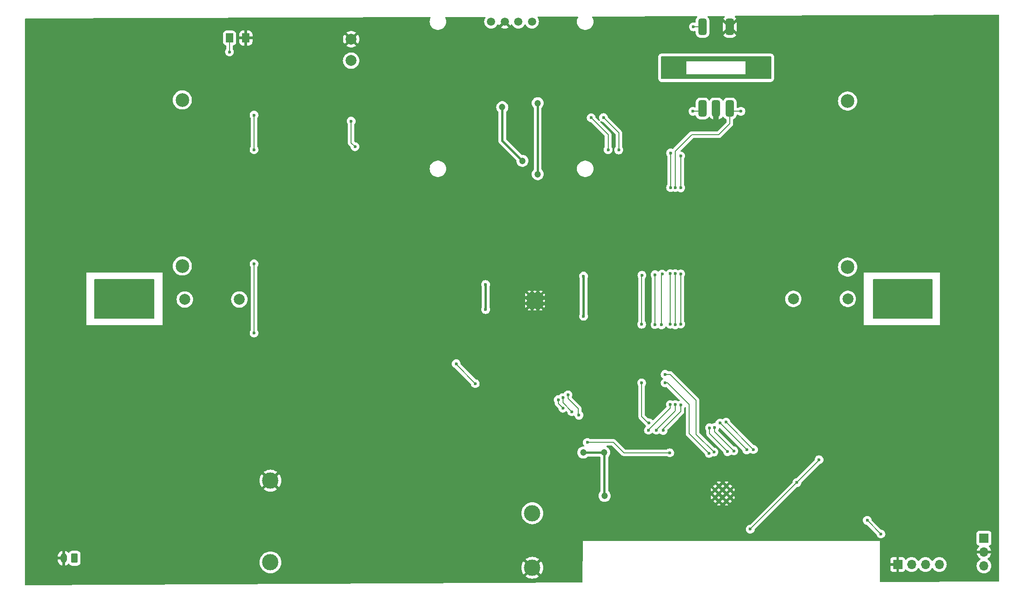
<source format=gbr>
G04 #@! TF.GenerationSoftware,KiCad,Pcbnew,8.0.1*
G04 #@! TF.CreationDate,2024-07-09T16:40:46+03:00*
G04 #@! TF.ProjectId,UA-1_v2,55412d31-5f76-4322-9e6b-696361645f70,rev?*
G04 #@! TF.SameCoordinates,Original*
G04 #@! TF.FileFunction,Copper,L1,Top*
G04 #@! TF.FilePolarity,Positive*
%FSLAX46Y46*%
G04 Gerber Fmt 4.6, Leading zero omitted, Abs format (unit mm)*
G04 Created by KiCad (PCBNEW 8.0.1) date 2024-07-09 16:40:46*
%MOMM*%
%LPD*%
G01*
G04 APERTURE LIST*
G04 Aperture macros list*
%AMRoundRect*
0 Rectangle with rounded corners*
0 $1 Rounding radius*
0 $2 $3 $4 $5 $6 $7 $8 $9 X,Y pos of 4 corners*
0 Add a 4 corners polygon primitive as box body*
4,1,4,$2,$3,$4,$5,$6,$7,$8,$9,$2,$3,0*
0 Add four circle primitives for the rounded corners*
1,1,$1+$1,$2,$3*
1,1,$1+$1,$4,$5*
1,1,$1+$1,$6,$7*
1,1,$1+$1,$8,$9*
0 Add four rect primitives between the rounded corners*
20,1,$1+$1,$2,$3,$4,$5,0*
20,1,$1+$1,$4,$5,$6,$7,0*
20,1,$1+$1,$6,$7,$8,$9,0*
20,1,$1+$1,$8,$9,$2,$3,0*%
G04 Aperture macros list end*
G04 #@! TA.AperFunction,Conductor*
%ADD10C,0.200000*%
G04 #@! TD*
G04 #@! TA.AperFunction,EtchedComponent*
%ADD11C,0.200000*%
G04 #@! TD*
G04 #@! TA.AperFunction,ComponentPad*
%ADD12R,1.700000X1.700000*%
G04 #@! TD*
G04 #@! TA.AperFunction,ComponentPad*
%ADD13O,1.700000X1.700000*%
G04 #@! TD*
G04 #@! TA.AperFunction,ComponentPad*
%ADD14C,3.000000*%
G04 #@! TD*
G04 #@! TA.AperFunction,ComponentPad*
%ADD15C,1.500000*%
G04 #@! TD*
G04 #@! TA.AperFunction,SMDPad,CuDef*
%ADD16R,1.000000X1.000000*%
G04 #@! TD*
G04 #@! TA.AperFunction,ComponentPad*
%ADD17C,2.000000*%
G04 #@! TD*
G04 #@! TA.AperFunction,SMDPad,CuDef*
%ADD18RoundRect,0.250001X0.462499X0.624999X-0.462499X0.624999X-0.462499X-0.624999X0.462499X-0.624999X0*%
G04 #@! TD*
G04 #@! TA.AperFunction,SMDPad,CuDef*
%ADD19RoundRect,0.375000X-0.375000X-1.125000X0.375000X-1.125000X0.375000X1.125000X-0.375000X1.125000X0*%
G04 #@! TD*
G04 #@! TA.AperFunction,ComponentPad*
%ADD20RoundRect,0.250000X0.350000X0.625000X-0.350000X0.625000X-0.350000X-0.625000X0.350000X-0.625000X0*%
G04 #@! TD*
G04 #@! TA.AperFunction,ComponentPad*
%ADD21O,1.200000X1.750000*%
G04 #@! TD*
G04 #@! TA.AperFunction,HeatsinkPad*
%ADD22C,0.600000*%
G04 #@! TD*
G04 #@! TA.AperFunction,HeatsinkPad*
%ADD23C,0.500000*%
G04 #@! TD*
G04 #@! TA.AperFunction,HeatsinkPad*
%ADD24R,2.600000X2.600000*%
G04 #@! TD*
G04 #@! TA.AperFunction,ComponentPad*
%ADD25C,2.500000*%
G04 #@! TD*
G04 #@! TA.AperFunction,ViaPad*
%ADD26C,15.000000*%
G04 #@! TD*
G04 #@! TA.AperFunction,ViaPad*
%ADD27C,0.600000*%
G04 #@! TD*
G04 #@! TA.AperFunction,ViaPad*
%ADD28C,1.200000*%
G04 #@! TD*
G04 #@! TA.AperFunction,ViaPad*
%ADD29C,5.000000*%
G04 #@! TD*
G04 #@! TA.AperFunction,Conductor*
%ADD30C,1.000000*%
G04 #@! TD*
G04 #@! TA.AperFunction,Conductor*
%ADD31C,0.400000*%
G04 #@! TD*
G04 APERTURE END LIST*
D10*
X217500000Y-87100000D02*
X228300000Y-87100000D01*
X228300000Y-94200000D01*
X217500000Y-94200000D01*
X217500000Y-87100000D01*
G04 #@! TA.AperFunction,Conductor*
G36*
X217500000Y-87100000D02*
G01*
X228300000Y-87100000D01*
X228300000Y-94200000D01*
X217500000Y-94200000D01*
X217500000Y-87100000D01*
G37*
G04 #@! TD.AperFunction*
X74800000Y-87100000D02*
X85600000Y-87100000D01*
X85600000Y-94200000D01*
X74800000Y-94200000D01*
X74800000Y-87100000D01*
G04 #@! TA.AperFunction,Conductor*
G36*
X74800000Y-87100000D02*
G01*
X85600000Y-87100000D01*
X85600000Y-94200000D01*
X74800000Y-94200000D01*
X74800000Y-87100000D01*
G37*
G04 #@! TD.AperFunction*
D11*
X178700000Y-46200000D02*
X198700000Y-46200000D01*
X198700000Y-46950000D01*
X178700000Y-46950000D01*
X178700000Y-46200000D01*
G04 #@! TA.AperFunction,EtchedComponent*
G36*
X178700000Y-46200000D02*
G01*
X198700000Y-46200000D01*
X198700000Y-46950000D01*
X178700000Y-46950000D01*
X178700000Y-46200000D01*
G37*
G04 #@! TD.AperFunction*
X178700000Y-46950000D02*
X183200000Y-46950000D01*
X183200000Y-49450000D01*
X178700000Y-49450000D01*
X178700000Y-46950000D01*
G04 #@! TA.AperFunction,EtchedComponent*
G36*
X178700000Y-46950000D02*
G01*
X183200000Y-46950000D01*
X183200000Y-49450000D01*
X178700000Y-49450000D01*
X178700000Y-46950000D01*
G37*
G04 #@! TD.AperFunction*
X178700000Y-49450000D02*
X198700000Y-49450000D01*
X198700000Y-50200000D01*
X178700000Y-50200000D01*
X178700000Y-49450000D01*
G04 #@! TA.AperFunction,EtchedComponent*
G36*
X178700000Y-49450000D02*
G01*
X198700000Y-49450000D01*
X198700000Y-50200000D01*
X178700000Y-50200000D01*
X178700000Y-49450000D01*
G37*
G04 #@! TD.AperFunction*
X194200000Y-46950000D02*
X198700000Y-46950000D01*
X198700000Y-49450000D01*
X194200000Y-49450000D01*
X194200000Y-46950000D01*
G04 #@! TA.AperFunction,EtchedComponent*
G36*
X194200000Y-46950000D02*
G01*
X198700000Y-46950000D01*
X198700000Y-49450000D01*
X194200000Y-49450000D01*
X194200000Y-46950000D01*
G37*
G04 #@! TD.AperFunction*
D12*
X237800000Y-134575000D03*
D13*
X237800000Y-137115000D03*
X237800000Y-139655000D03*
D14*
X107000000Y-139000000D03*
X107000000Y-124000000D03*
X155000000Y-130000000D03*
X155000000Y-140000000D03*
D15*
X147450000Y-39750000D03*
X149950000Y-39750000D03*
X152450000Y-39750000D03*
X154950000Y-39750000D03*
D16*
X65400000Y-104000000D03*
D17*
X121800000Y-42950000D03*
X121800000Y-46900000D03*
D16*
X222800000Y-90700000D03*
X80300000Y-90600000D03*
D18*
X102487500Y-42750000D03*
X99512500Y-42750000D03*
D19*
X186200000Y-55700000D03*
X188700000Y-55700000D03*
X191200000Y-55700000D03*
X191200000Y-40700000D03*
X186200000Y-40700000D03*
D16*
X237400000Y-104200000D03*
D20*
X71100000Y-138250000D03*
D21*
X69100000Y-138250000D03*
D12*
X221980000Y-139400000D03*
D13*
X224520000Y-139400000D03*
X227060000Y-139400000D03*
X229600000Y-139400000D03*
D17*
X212850000Y-90650000D03*
X202850000Y-90650000D03*
D22*
X188500000Y-125685000D03*
X188500000Y-127085000D03*
X189200000Y-124985000D03*
X189200000Y-126385000D03*
X189200000Y-127785000D03*
X189875000Y-125685000D03*
X189875000Y-127085000D03*
X190600000Y-124985000D03*
X190600000Y-126385000D03*
X190600000Y-127785000D03*
X191300000Y-125685000D03*
X191300000Y-127085000D03*
D23*
X154450000Y-89900000D03*
X154450000Y-90950000D03*
X154450000Y-92000000D03*
X155500000Y-89900000D03*
X155500000Y-90950000D03*
D24*
X155500000Y-90950000D03*
D23*
X155500000Y-92000000D03*
X156550000Y-89900000D03*
X156550000Y-90950000D03*
X156550000Y-92000000D03*
D25*
X90850000Y-84595000D03*
X90850000Y-54115000D03*
X212800000Y-84795000D03*
X212800000Y-54315000D03*
D17*
X101300000Y-90750000D03*
X91300000Y-90750000D03*
D26*
X71012461Y-77119461D03*
X231812461Y-104019461D03*
D27*
X161200000Y-82600000D03*
D28*
X149250000Y-105550000D03*
D27*
X179350000Y-40750000D03*
X158000000Y-82650000D03*
X169550000Y-132200000D03*
X163750000Y-115300000D03*
X155000000Y-82600000D03*
X181050000Y-134150000D03*
D26*
X231812461Y-77119461D03*
D27*
X151900000Y-82550000D03*
X131550000Y-138600000D03*
D26*
X70712461Y-104019461D03*
D27*
X148000000Y-129300000D03*
X201850000Y-134100000D03*
X182750000Y-59800000D03*
X131500000Y-121000000D03*
X195000000Y-59700000D03*
X182450000Y-114450000D03*
X172550000Y-114650000D03*
X168350000Y-99100000D03*
X141650000Y-127850000D03*
D29*
X77212461Y-90619461D03*
X83212461Y-90619461D03*
D28*
X168200000Y-118850000D03*
X168250000Y-126800000D03*
X156000000Y-54700000D03*
D27*
X146450000Y-88000000D03*
D28*
X164350000Y-118850000D03*
D27*
X146450000Y-92600000D03*
D28*
X156000000Y-67750000D03*
D27*
X164400000Y-93850000D03*
X203512500Y-124362500D03*
D28*
X153200000Y-65300000D03*
X149500000Y-55450000D03*
D27*
X207575000Y-120175000D03*
X194950000Y-132925000D03*
X164400000Y-86450000D03*
X193250000Y-56200000D03*
X177750000Y-114750000D03*
X181200000Y-95400000D03*
X181200000Y-70200000D03*
X181200000Y-86000000D03*
X181200000Y-110050000D03*
X182200000Y-64400000D03*
X182200000Y-70250000D03*
X182200000Y-86050000D03*
X184450000Y-56200000D03*
X179000000Y-114800000D03*
X182200000Y-95250000D03*
X182250000Y-110100000D03*
X180350000Y-70200000D03*
X180300000Y-95300000D03*
X184550000Y-40700000D03*
X176300000Y-114750000D03*
X180350000Y-63850000D03*
X180300000Y-110050000D03*
X180300000Y-86000000D03*
D29*
X225912461Y-90719461D03*
X219912461Y-90719461D03*
D27*
X99500000Y-45300000D03*
X194300000Y-118350000D03*
X189400000Y-113450000D03*
X191950000Y-118550000D03*
X188450000Y-114250000D03*
X190800000Y-118700000D03*
X187500000Y-114300000D03*
X160600000Y-110700000D03*
X159750000Y-109150000D03*
X190500000Y-113250000D03*
X195550000Y-118300000D03*
X161550000Y-108250000D03*
X163550000Y-112000000D03*
X162250000Y-111350000D03*
X160600000Y-108750000D03*
X216400000Y-131300000D03*
X218900000Y-133800000D03*
X141050000Y-102550000D03*
X180200000Y-118900000D03*
X104000000Y-56900000D03*
X104000000Y-63250000D03*
X104000000Y-96900000D03*
X104000000Y-84200000D03*
X165100000Y-117000000D03*
X144550000Y-106200000D03*
X175050000Y-106050000D03*
X176400000Y-113400000D03*
X175100000Y-86300000D03*
X122500000Y-62700000D03*
X175050000Y-95300000D03*
X121800000Y-58000000D03*
X187400000Y-119000000D03*
X177500000Y-95350000D03*
X179350000Y-106050000D03*
X168900000Y-63250000D03*
X177500000Y-86200000D03*
X165800000Y-57400000D03*
X170850000Y-63300000D03*
X178800000Y-86100000D03*
X168050000Y-57350000D03*
X178700000Y-95400000D03*
X179350000Y-104500000D03*
X188300000Y-118750000D03*
D30*
X188700000Y-55700000D02*
X188700000Y-57750000D01*
D10*
X188150000Y-58300000D02*
X183900000Y-58300000D01*
X183900000Y-58300000D02*
X182750000Y-59450000D01*
X182750000Y-59450000D02*
X182750000Y-59800000D01*
X188700000Y-57750000D02*
X188150000Y-58300000D01*
X168200000Y-126800000D02*
X168250000Y-126800000D01*
D31*
X156000000Y-67750000D02*
X156000000Y-54700000D01*
X168200000Y-126800000D02*
X168200000Y-118850000D01*
X146450000Y-88000000D02*
X146450000Y-92600000D01*
X168200000Y-118850000D02*
X164350000Y-118850000D01*
X153200000Y-65300000D02*
X149500000Y-61600000D01*
D10*
X203512500Y-124362500D02*
X207575000Y-120300000D01*
D31*
X149500000Y-61600000D02*
X149500000Y-55450000D01*
X164400000Y-93850000D02*
X164400000Y-86450000D01*
D10*
X194950000Y-132925000D02*
X203512500Y-124362500D01*
X207575000Y-120300000D02*
X207575000Y-120175000D01*
X177750000Y-114650000D02*
X181100000Y-111300000D01*
X177750000Y-114750000D02*
X177750000Y-114650000D01*
X181250000Y-110150000D02*
X181250000Y-110100000D01*
X181250000Y-111150000D02*
X181250000Y-110150000D01*
X181200000Y-94900000D02*
X181200000Y-86000000D01*
X184250000Y-60500000D02*
X189200000Y-60500000D01*
X181200000Y-70200000D02*
X181200000Y-63550000D01*
X189200000Y-60500000D02*
X191200000Y-58500000D01*
X191200000Y-58500000D02*
X191200000Y-55700000D01*
X181100000Y-111300000D02*
X181250000Y-111150000D01*
X191200000Y-55700000D02*
X191700000Y-56200000D01*
X181200000Y-95400000D02*
X181200000Y-94900000D01*
X183400000Y-61350000D02*
X184250000Y-60500000D01*
X191700000Y-56200000D02*
X193250000Y-56200000D01*
X181200000Y-63550000D02*
X183400000Y-61350000D01*
X181250000Y-110100000D02*
X181200000Y-110050000D01*
X182200000Y-95250000D02*
X182200000Y-86050000D01*
X179000000Y-114550000D02*
X181300000Y-112250000D01*
X184450000Y-56200000D02*
X185700000Y-56200000D01*
X182200000Y-70250000D02*
X182200000Y-64400000D01*
X182250000Y-111300000D02*
X182250000Y-110100000D01*
X179000000Y-114800000D02*
X179000000Y-114550000D01*
X181300000Y-112250000D02*
X182250000Y-111300000D01*
X185700000Y-56200000D02*
X186200000Y-55700000D01*
X180250000Y-110100000D02*
X180300000Y-110050000D01*
X176300000Y-114650000D02*
X177200000Y-113750000D01*
X176300000Y-114750000D02*
X176300000Y-114650000D01*
X180250000Y-110700000D02*
X180250000Y-110150000D01*
X180350000Y-70200000D02*
X180350000Y-63850000D01*
X180300000Y-95300000D02*
X180300000Y-94800000D01*
X186200000Y-40700000D02*
X184550000Y-40700000D01*
X180250000Y-110150000D02*
X180250000Y-110100000D01*
X180300000Y-94800000D02*
X180300000Y-86000000D01*
X177200000Y-113750000D02*
X180250000Y-110700000D01*
X99500000Y-45300000D02*
X99500000Y-45000000D01*
X99512500Y-44987500D02*
X99512500Y-42750000D01*
X99500000Y-45000000D02*
X99512500Y-44987500D01*
X194300000Y-118350000D02*
X189400000Y-113450000D01*
X191950000Y-118550000D02*
X188450000Y-115050000D01*
X188450000Y-115050000D02*
X188450000Y-114250000D01*
X187500000Y-115400000D02*
X187500000Y-114300000D01*
X190800000Y-118700000D02*
X187500000Y-115400000D01*
X159750000Y-109150000D02*
X159750000Y-109200000D01*
X159750000Y-109850000D02*
X160600000Y-110700000D01*
X159750000Y-109200000D02*
X159750000Y-109850000D01*
X195550000Y-118300000D02*
X190500000Y-113250000D01*
X161550000Y-108250000D02*
X161550000Y-108900000D01*
X163400000Y-111850000D02*
X163550000Y-112000000D01*
X163400000Y-110750000D02*
X163400000Y-111850000D01*
X161550000Y-108900000D02*
X163400000Y-110750000D01*
X160600000Y-109700000D02*
X162250000Y-111350000D01*
X160600000Y-108750000D02*
X160600000Y-109700000D01*
X218900000Y-133800000D02*
X216400000Y-131300000D01*
X180200000Y-118900000D02*
X171800000Y-118900000D01*
X144550000Y-106200000D02*
X141050000Y-102700000D01*
X104000000Y-63250000D02*
X104000000Y-56900000D01*
X171800000Y-118900000D02*
X169900000Y-117000000D01*
X104000000Y-96900000D02*
X104000000Y-84200000D01*
X169900000Y-117000000D02*
X165100000Y-117000000D01*
X141050000Y-102700000D02*
X141050000Y-102550000D01*
X121800000Y-62000000D02*
X121800000Y-58000000D01*
X175050000Y-95300000D02*
X175050000Y-86350000D01*
X176400000Y-113400000D02*
X176200000Y-113400000D01*
X175050000Y-86350000D02*
X175100000Y-86300000D01*
X175050000Y-112250000D02*
X175050000Y-106050000D01*
X176200000Y-113400000D02*
X175050000Y-112250000D01*
X122500000Y-62700000D02*
X121800000Y-62000000D01*
X179350000Y-106050000D02*
X179750000Y-106050000D01*
X183750000Y-115350000D02*
X187400000Y-119000000D01*
X168900000Y-60500000D02*
X165800000Y-57400000D01*
X168900000Y-63250000D02*
X168900000Y-60500000D01*
X177500000Y-95350000D02*
X177500000Y-86200000D01*
X183750000Y-110050000D02*
X183750000Y-115350000D01*
X179750000Y-106050000D02*
X183750000Y-110050000D01*
X170850000Y-60150000D02*
X168050000Y-57350000D01*
X178700000Y-86200000D02*
X178800000Y-86100000D01*
X180250000Y-104500000D02*
X185050000Y-109300000D01*
X185050000Y-115500000D02*
X188300000Y-118750000D01*
X178700000Y-95400000D02*
X178700000Y-86200000D01*
X170850000Y-63300000D02*
X170850000Y-60150000D01*
X185050000Y-109300000D02*
X185050000Y-115500000D01*
X179350000Y-104500000D02*
X180250000Y-104500000D01*
G04 #@! TA.AperFunction,Conductor*
G36*
X240542570Y-38519910D02*
G01*
X240588532Y-38572534D01*
X240599940Y-38624547D01*
X240550059Y-142426625D01*
X240530342Y-142493655D01*
X240477516Y-142539384D01*
X240426626Y-142550564D01*
X218824567Y-142649429D01*
X218757439Y-142630051D01*
X218711443Y-142577457D01*
X218700000Y-142525430D01*
X218700000Y-140297844D01*
X220630000Y-140297844D01*
X220636401Y-140357372D01*
X220636403Y-140357379D01*
X220686645Y-140492086D01*
X220686649Y-140492093D01*
X220772809Y-140607187D01*
X220772812Y-140607190D01*
X220887906Y-140693350D01*
X220887913Y-140693354D01*
X221022620Y-140743596D01*
X221022627Y-140743598D01*
X221082155Y-140749999D01*
X221082172Y-140750000D01*
X221730000Y-140750000D01*
X221730000Y-139833012D01*
X221787007Y-139865925D01*
X221914174Y-139900000D01*
X222045826Y-139900000D01*
X222172993Y-139865925D01*
X222230000Y-139833012D01*
X222230000Y-140750000D01*
X222877828Y-140750000D01*
X222877844Y-140749999D01*
X222937372Y-140743598D01*
X222937379Y-140743596D01*
X223072086Y-140693354D01*
X223072093Y-140693350D01*
X223187187Y-140607190D01*
X223187190Y-140607187D01*
X223273350Y-140492093D01*
X223273354Y-140492086D01*
X223322422Y-140360529D01*
X223364293Y-140304595D01*
X223429757Y-140280178D01*
X223498030Y-140295030D01*
X223526285Y-140316181D01*
X223648599Y-140438495D01*
X223725135Y-140492086D01*
X223842165Y-140574032D01*
X223842167Y-140574033D01*
X223842170Y-140574035D01*
X224056337Y-140673903D01*
X224284592Y-140735063D01*
X224455319Y-140750000D01*
X224519999Y-140755659D01*
X224520000Y-140755659D01*
X224520001Y-140755659D01*
X224584681Y-140750000D01*
X224755408Y-140735063D01*
X224983663Y-140673903D01*
X225197830Y-140574035D01*
X225391401Y-140438495D01*
X225558495Y-140271401D01*
X225688425Y-140085842D01*
X225743002Y-140042217D01*
X225812500Y-140035023D01*
X225874855Y-140066546D01*
X225891575Y-140085842D01*
X226021500Y-140271395D01*
X226021505Y-140271401D01*
X226188599Y-140438495D01*
X226265135Y-140492086D01*
X226382165Y-140574032D01*
X226382167Y-140574033D01*
X226382170Y-140574035D01*
X226596337Y-140673903D01*
X226824592Y-140735063D01*
X226995319Y-140750000D01*
X227059999Y-140755659D01*
X227060000Y-140755659D01*
X227060001Y-140755659D01*
X227124681Y-140750000D01*
X227295408Y-140735063D01*
X227523663Y-140673903D01*
X227737830Y-140574035D01*
X227931401Y-140438495D01*
X228098495Y-140271401D01*
X228228425Y-140085842D01*
X228283002Y-140042217D01*
X228352500Y-140035023D01*
X228414855Y-140066546D01*
X228431575Y-140085842D01*
X228561500Y-140271395D01*
X228561505Y-140271401D01*
X228728599Y-140438495D01*
X228805135Y-140492086D01*
X228922165Y-140574032D01*
X228922167Y-140574033D01*
X228922170Y-140574035D01*
X229136337Y-140673903D01*
X229364592Y-140735063D01*
X229535319Y-140750000D01*
X229599999Y-140755659D01*
X229600000Y-140755659D01*
X229600001Y-140755659D01*
X229664681Y-140750000D01*
X229835408Y-140735063D01*
X230063663Y-140673903D01*
X230277830Y-140574035D01*
X230471401Y-140438495D01*
X230638495Y-140271401D01*
X230774035Y-140077830D01*
X230873903Y-139863663D01*
X230929813Y-139655000D01*
X236444341Y-139655000D01*
X236464936Y-139890403D01*
X236464938Y-139890413D01*
X236526094Y-140118655D01*
X236526096Y-140118659D01*
X236526097Y-140118663D01*
X236597317Y-140271395D01*
X236625965Y-140332830D01*
X236625967Y-140332834D01*
X236724588Y-140473678D01*
X236761505Y-140526401D01*
X236928599Y-140693495D01*
X237017378Y-140755659D01*
X237122165Y-140829032D01*
X237122167Y-140829033D01*
X237122170Y-140829035D01*
X237336337Y-140928903D01*
X237564592Y-140990063D01*
X237742291Y-141005610D01*
X237799999Y-141010659D01*
X237800000Y-141010659D01*
X237800001Y-141010659D01*
X237857709Y-141005610D01*
X238035408Y-140990063D01*
X238263663Y-140928903D01*
X238477830Y-140829035D01*
X238671401Y-140693495D01*
X238838495Y-140526401D01*
X238974035Y-140332830D01*
X239073903Y-140118663D01*
X239135063Y-139890408D01*
X239155659Y-139655000D01*
X239135063Y-139419592D01*
X239073903Y-139191337D01*
X238974035Y-138977171D01*
X238945442Y-138936335D01*
X238838494Y-138783597D01*
X238671402Y-138616506D01*
X238671401Y-138616505D01*
X238485405Y-138486269D01*
X238441781Y-138431692D01*
X238434588Y-138362193D01*
X238466110Y-138299839D01*
X238485405Y-138283119D01*
X238671082Y-138153105D01*
X238838105Y-137986082D01*
X238973600Y-137792578D01*
X239073429Y-137578492D01*
X239073432Y-137578486D01*
X239130636Y-137365000D01*
X238233012Y-137365000D01*
X238265925Y-137307993D01*
X238300000Y-137180826D01*
X238300000Y-137049174D01*
X238265925Y-136922007D01*
X238233012Y-136865000D01*
X239130636Y-136865000D01*
X239130635Y-136864999D01*
X239073432Y-136651513D01*
X239073429Y-136651507D01*
X238973600Y-136437422D01*
X238973599Y-136437420D01*
X238838113Y-136243926D01*
X238838108Y-136243920D01*
X238716053Y-136121865D01*
X238682568Y-136060542D01*
X238687552Y-135990850D01*
X238729424Y-135934917D01*
X238760400Y-135918002D01*
X238892331Y-135868796D01*
X239007546Y-135782546D01*
X239093796Y-135667331D01*
X239144091Y-135532483D01*
X239150500Y-135472873D01*
X239150499Y-133677128D01*
X239144091Y-133617517D01*
X239093796Y-133482669D01*
X239093795Y-133482668D01*
X239093793Y-133482664D01*
X239007547Y-133367455D01*
X239007544Y-133367452D01*
X238892335Y-133281206D01*
X238892328Y-133281202D01*
X238757482Y-133230908D01*
X238757483Y-133230908D01*
X238697883Y-133224501D01*
X238697881Y-133224500D01*
X238697873Y-133224500D01*
X238697864Y-133224500D01*
X236902129Y-133224500D01*
X236902123Y-133224501D01*
X236842516Y-133230908D01*
X236707671Y-133281202D01*
X236707664Y-133281206D01*
X236592455Y-133367452D01*
X236592452Y-133367455D01*
X236506206Y-133482664D01*
X236506202Y-133482671D01*
X236455908Y-133617517D01*
X236449501Y-133677116D01*
X236449501Y-133677123D01*
X236449500Y-133677135D01*
X236449500Y-135472870D01*
X236449501Y-135472876D01*
X236455908Y-135532483D01*
X236506202Y-135667328D01*
X236506206Y-135667335D01*
X236592452Y-135782544D01*
X236592455Y-135782547D01*
X236707664Y-135868793D01*
X236707671Y-135868797D01*
X236707674Y-135868798D01*
X236839598Y-135918002D01*
X236895531Y-135959873D01*
X236919949Y-136025337D01*
X236905098Y-136093610D01*
X236883947Y-136121865D01*
X236761886Y-136243926D01*
X236626400Y-136437420D01*
X236626399Y-136437422D01*
X236526570Y-136651507D01*
X236526567Y-136651513D01*
X236469364Y-136864999D01*
X236469364Y-136865000D01*
X237366988Y-136865000D01*
X237334075Y-136922007D01*
X237300000Y-137049174D01*
X237300000Y-137180826D01*
X237334075Y-137307993D01*
X237366988Y-137365000D01*
X236469364Y-137365000D01*
X236526567Y-137578486D01*
X236526570Y-137578492D01*
X236626399Y-137792578D01*
X236761894Y-137986082D01*
X236928917Y-138153105D01*
X237114595Y-138283119D01*
X237158219Y-138337696D01*
X237165412Y-138407195D01*
X237133890Y-138469549D01*
X237114595Y-138486269D01*
X236928594Y-138616508D01*
X236761505Y-138783597D01*
X236625965Y-138977169D01*
X236625964Y-138977171D01*
X236526098Y-139191335D01*
X236526094Y-139191344D01*
X236464938Y-139419586D01*
X236464936Y-139419596D01*
X236444341Y-139654999D01*
X236444341Y-139655000D01*
X230929813Y-139655000D01*
X230935063Y-139635408D01*
X230955659Y-139400000D01*
X230935063Y-139164592D01*
X230873903Y-138936337D01*
X230774035Y-138722171D01*
X230768715Y-138714572D01*
X230638494Y-138528597D01*
X230471402Y-138361506D01*
X230471395Y-138361501D01*
X230277834Y-138225967D01*
X230277830Y-138225965D01*
X230151021Y-138166833D01*
X230063663Y-138126097D01*
X230063659Y-138126096D01*
X230063655Y-138126094D01*
X229835413Y-138064938D01*
X229835403Y-138064936D01*
X229600001Y-138044341D01*
X229599999Y-138044341D01*
X229364596Y-138064936D01*
X229364586Y-138064938D01*
X229136344Y-138126094D01*
X229136335Y-138126098D01*
X228922171Y-138225964D01*
X228922169Y-138225965D01*
X228728597Y-138361505D01*
X228561505Y-138528597D01*
X228431575Y-138714158D01*
X228376998Y-138757783D01*
X228307500Y-138764977D01*
X228245145Y-138733454D01*
X228228425Y-138714158D01*
X228098494Y-138528597D01*
X227931402Y-138361506D01*
X227931395Y-138361501D01*
X227737834Y-138225967D01*
X227737830Y-138225965D01*
X227611021Y-138166833D01*
X227523663Y-138126097D01*
X227523659Y-138126096D01*
X227523655Y-138126094D01*
X227295413Y-138064938D01*
X227295403Y-138064936D01*
X227060001Y-138044341D01*
X227059999Y-138044341D01*
X226824596Y-138064936D01*
X226824586Y-138064938D01*
X226596344Y-138126094D01*
X226596335Y-138126098D01*
X226382171Y-138225964D01*
X226382169Y-138225965D01*
X226188597Y-138361505D01*
X226021505Y-138528597D01*
X225891575Y-138714158D01*
X225836998Y-138757783D01*
X225767500Y-138764977D01*
X225705145Y-138733454D01*
X225688425Y-138714158D01*
X225558494Y-138528597D01*
X225391402Y-138361506D01*
X225391395Y-138361501D01*
X225197834Y-138225967D01*
X225197830Y-138225965D01*
X225071021Y-138166833D01*
X224983663Y-138126097D01*
X224983659Y-138126096D01*
X224983655Y-138126094D01*
X224755413Y-138064938D01*
X224755403Y-138064936D01*
X224520001Y-138044341D01*
X224519999Y-138044341D01*
X224284596Y-138064936D01*
X224284586Y-138064938D01*
X224056344Y-138126094D01*
X224056335Y-138126098D01*
X223842171Y-138225964D01*
X223842169Y-138225965D01*
X223648600Y-138361503D01*
X223526284Y-138483819D01*
X223464961Y-138517303D01*
X223395269Y-138512319D01*
X223339336Y-138470447D01*
X223322421Y-138439470D01*
X223273354Y-138307913D01*
X223273350Y-138307906D01*
X223187190Y-138192812D01*
X223187187Y-138192809D01*
X223072093Y-138106649D01*
X223072086Y-138106645D01*
X222937379Y-138056403D01*
X222937372Y-138056401D01*
X222877844Y-138050000D01*
X222230000Y-138050000D01*
X222230000Y-138966988D01*
X222172993Y-138934075D01*
X222045826Y-138900000D01*
X221914174Y-138900000D01*
X221787007Y-138934075D01*
X221730000Y-138966988D01*
X221730000Y-138050000D01*
X221082155Y-138050000D01*
X221022627Y-138056401D01*
X221022620Y-138056403D01*
X220887913Y-138106645D01*
X220887906Y-138106649D01*
X220772812Y-138192809D01*
X220772809Y-138192812D01*
X220686649Y-138307906D01*
X220686645Y-138307913D01*
X220636403Y-138442620D01*
X220636401Y-138442627D01*
X220630000Y-138502155D01*
X220630000Y-139150000D01*
X221546988Y-139150000D01*
X221514075Y-139207007D01*
X221480000Y-139334174D01*
X221480000Y-139465826D01*
X221514075Y-139592993D01*
X221546988Y-139650000D01*
X220630000Y-139650000D01*
X220630000Y-140297844D01*
X218700000Y-140297844D01*
X218700000Y-135100000D01*
X164250000Y-135100000D01*
X164200806Y-142577416D01*
X164180681Y-142644324D01*
X164127577Y-142689731D01*
X164077416Y-142700599D01*
X62124607Y-143199390D01*
X62057472Y-143180033D01*
X62011459Y-143127454D01*
X62000000Y-143075391D01*
X62000000Y-138611571D01*
X68000000Y-138611571D01*
X68027085Y-138782584D01*
X68080591Y-138947257D01*
X68159195Y-139101524D01*
X68260967Y-139241602D01*
X68383397Y-139364032D01*
X68523475Y-139465804D01*
X68677744Y-139544408D01*
X68842415Y-139597914D01*
X68842414Y-139597914D01*
X68849999Y-139599115D01*
X68850000Y-139599114D01*
X68850000Y-138530330D01*
X68869745Y-138550075D01*
X68955255Y-138599444D01*
X69050630Y-138625000D01*
X69149370Y-138625000D01*
X69244745Y-138599444D01*
X69330255Y-138550075D01*
X69350000Y-138530330D01*
X69350000Y-139599115D01*
X69357584Y-139597914D01*
X69522255Y-139544408D01*
X69676524Y-139465804D01*
X69816598Y-139364035D01*
X69924199Y-139256434D01*
X69985522Y-139222949D01*
X70055214Y-139227933D01*
X70111148Y-139269804D01*
X70117418Y-139279016D01*
X70157288Y-139343656D01*
X70281344Y-139467712D01*
X70430666Y-139559814D01*
X70597203Y-139614999D01*
X70699991Y-139625500D01*
X71500008Y-139625499D01*
X71500016Y-139625498D01*
X71500019Y-139625498D01*
X71556302Y-139619748D01*
X71602797Y-139614999D01*
X71769334Y-139559814D01*
X71918656Y-139467712D01*
X72042712Y-139343656D01*
X72134814Y-139194334D01*
X72189999Y-139027797D01*
X72192839Y-139000001D01*
X104994390Y-139000001D01*
X105014804Y-139285433D01*
X105075628Y-139565037D01*
X105075630Y-139565043D01*
X105075631Y-139565046D01*
X105175633Y-139833161D01*
X105175635Y-139833166D01*
X105312770Y-140084309D01*
X105312775Y-140084317D01*
X105484254Y-140313387D01*
X105484270Y-140313405D01*
X105686594Y-140515729D01*
X105686612Y-140515745D01*
X105915682Y-140687224D01*
X105915690Y-140687229D01*
X106166833Y-140824364D01*
X106166832Y-140824364D01*
X106166836Y-140824365D01*
X106166839Y-140824367D01*
X106434954Y-140924369D01*
X106434960Y-140924370D01*
X106434962Y-140924371D01*
X106714566Y-140985195D01*
X106714568Y-140985195D01*
X106714572Y-140985196D01*
X106968220Y-141003337D01*
X106999999Y-141005610D01*
X107000000Y-141005610D01*
X107000001Y-141005610D01*
X107028595Y-141003564D01*
X107285428Y-140985196D01*
X107544204Y-140928903D01*
X107565037Y-140924371D01*
X107565037Y-140924370D01*
X107565046Y-140924369D01*
X107833161Y-140824367D01*
X108084315Y-140687226D01*
X108313395Y-140515739D01*
X108515739Y-140313395D01*
X108687226Y-140084315D01*
X108733265Y-140000001D01*
X152994891Y-140000001D01*
X153015300Y-140285362D01*
X153076109Y-140564895D01*
X153176091Y-140832958D01*
X153313191Y-141084038D01*
X153313196Y-141084046D01*
X153419882Y-141226561D01*
X153419883Y-141226562D01*
X154137425Y-140509019D01*
X154223249Y-140637463D01*
X154362537Y-140776751D01*
X154490978Y-140862573D01*
X153773436Y-141580115D01*
X153915960Y-141686807D01*
X153915961Y-141686808D01*
X154167042Y-141823908D01*
X154167041Y-141823908D01*
X154435104Y-141923890D01*
X154714637Y-141984699D01*
X154999999Y-142005109D01*
X155000001Y-142005109D01*
X155285362Y-141984699D01*
X155564895Y-141923890D01*
X155832958Y-141823908D01*
X156084047Y-141686803D01*
X156226561Y-141580116D01*
X156226562Y-141580115D01*
X155509021Y-140862573D01*
X155637463Y-140776751D01*
X155776751Y-140637463D01*
X155862573Y-140509020D01*
X156580115Y-141226562D01*
X156580116Y-141226561D01*
X156686803Y-141084047D01*
X156823908Y-140832958D01*
X156923890Y-140564895D01*
X156984699Y-140285362D01*
X157005109Y-140000001D01*
X157005109Y-139999998D01*
X156984699Y-139714637D01*
X156923890Y-139435104D01*
X156823908Y-139167041D01*
X156686808Y-138915961D01*
X156686807Y-138915960D01*
X156580115Y-138773436D01*
X155862573Y-139490978D01*
X155776751Y-139362537D01*
X155637463Y-139223249D01*
X155509020Y-139137425D01*
X156226562Y-138419883D01*
X156226561Y-138419882D01*
X156084046Y-138313196D01*
X156084038Y-138313191D01*
X155832957Y-138176091D01*
X155832958Y-138176091D01*
X155564895Y-138076109D01*
X155285362Y-138015300D01*
X155000001Y-137994891D01*
X154999999Y-137994891D01*
X154714637Y-138015300D01*
X154435104Y-138076109D01*
X154167041Y-138176091D01*
X153915961Y-138313191D01*
X153915953Y-138313196D01*
X153773437Y-138419882D01*
X153773436Y-138419883D01*
X154490979Y-139137426D01*
X154362537Y-139223249D01*
X154223249Y-139362537D01*
X154137426Y-139490979D01*
X153419883Y-138773436D01*
X153419882Y-138773437D01*
X153313196Y-138915953D01*
X153313191Y-138915961D01*
X153176091Y-139167041D01*
X153076109Y-139435104D01*
X153015300Y-139714637D01*
X152994891Y-139999998D01*
X152994891Y-140000001D01*
X108733265Y-140000001D01*
X108824367Y-139833161D01*
X108924369Y-139565046D01*
X108956010Y-139419596D01*
X108985195Y-139285433D01*
X108985195Y-139285432D01*
X108985196Y-139285428D01*
X109005610Y-139000000D01*
X108985196Y-138714572D01*
X108925351Y-138439470D01*
X108924371Y-138434962D01*
X108924370Y-138434960D01*
X108924369Y-138434954D01*
X108824367Y-138166839D01*
X108802118Y-138126094D01*
X108687229Y-137915690D01*
X108687224Y-137915682D01*
X108515745Y-137686612D01*
X108515729Y-137686594D01*
X108313405Y-137484270D01*
X108313387Y-137484254D01*
X108084317Y-137312775D01*
X108084309Y-137312770D01*
X107833166Y-137175635D01*
X107833167Y-137175635D01*
X107725915Y-137135632D01*
X107565046Y-137075631D01*
X107565043Y-137075630D01*
X107565037Y-137075628D01*
X107285433Y-137014804D01*
X107000001Y-136994390D01*
X106999999Y-136994390D01*
X106714566Y-137014804D01*
X106434962Y-137075628D01*
X106166833Y-137175635D01*
X105915690Y-137312770D01*
X105915682Y-137312775D01*
X105686612Y-137484254D01*
X105686594Y-137484270D01*
X105484270Y-137686594D01*
X105484254Y-137686612D01*
X105312775Y-137915682D01*
X105312770Y-137915690D01*
X105175635Y-138166833D01*
X105075628Y-138434962D01*
X105014804Y-138714566D01*
X104994390Y-138999998D01*
X104994390Y-139000001D01*
X72192839Y-139000001D01*
X72200500Y-138925009D01*
X72200499Y-137574992D01*
X72189999Y-137472203D01*
X72134814Y-137305666D01*
X72042712Y-137156344D01*
X71918656Y-137032288D01*
X71769334Y-136940186D01*
X71602797Y-136885001D01*
X71602795Y-136885000D01*
X71500010Y-136874500D01*
X70699998Y-136874500D01*
X70699980Y-136874501D01*
X70597203Y-136885000D01*
X70597200Y-136885001D01*
X70430668Y-136940185D01*
X70430663Y-136940187D01*
X70281342Y-137032289D01*
X70157289Y-137156342D01*
X70117420Y-137220981D01*
X70065472Y-137267705D01*
X69996509Y-137278928D01*
X69932427Y-137251084D01*
X69924200Y-137243565D01*
X69816602Y-137135967D01*
X69676524Y-137034195D01*
X69522257Y-136955591D01*
X69357589Y-136902087D01*
X69357581Y-136902085D01*
X69350000Y-136900884D01*
X69350000Y-137969670D01*
X69330255Y-137949925D01*
X69244745Y-137900556D01*
X69149370Y-137875000D01*
X69050630Y-137875000D01*
X68955255Y-137900556D01*
X68869745Y-137949925D01*
X68850000Y-137969670D01*
X68850000Y-136900884D01*
X68849999Y-136900884D01*
X68842418Y-136902085D01*
X68842410Y-136902087D01*
X68677742Y-136955591D01*
X68523475Y-137034195D01*
X68383397Y-137135967D01*
X68260967Y-137258397D01*
X68159195Y-137398475D01*
X68080591Y-137552742D01*
X68027085Y-137717415D01*
X68000000Y-137888428D01*
X68000000Y-138000000D01*
X68819670Y-138000000D01*
X68799925Y-138019745D01*
X68750556Y-138105255D01*
X68725000Y-138200630D01*
X68725000Y-138299370D01*
X68750556Y-138394745D01*
X68799925Y-138480255D01*
X68819670Y-138500000D01*
X68000000Y-138500000D01*
X68000000Y-138611571D01*
X62000000Y-138611571D01*
X62000000Y-132925003D01*
X194144435Y-132925003D01*
X194164630Y-133104249D01*
X194164631Y-133104254D01*
X194224211Y-133274523D01*
X194320184Y-133427262D01*
X194447738Y-133554816D01*
X194600478Y-133650789D01*
X194675771Y-133677135D01*
X194770745Y-133710368D01*
X194770750Y-133710369D01*
X194949996Y-133730565D01*
X194950000Y-133730565D01*
X194950004Y-133730565D01*
X195129249Y-133710369D01*
X195129252Y-133710368D01*
X195129255Y-133710368D01*
X195299522Y-133650789D01*
X195452262Y-133554816D01*
X195579816Y-133427262D01*
X195675789Y-133274522D01*
X195735368Y-133104255D01*
X195745161Y-133017329D01*
X195772226Y-132952918D01*
X195780690Y-132943543D01*
X197424230Y-131300003D01*
X215594435Y-131300003D01*
X215614630Y-131479249D01*
X215614631Y-131479254D01*
X215674211Y-131649523D01*
X215770184Y-131802262D01*
X215897738Y-131929816D01*
X216050478Y-132025789D01*
X216220745Y-132085368D01*
X216307669Y-132095161D01*
X216372080Y-132122226D01*
X216381465Y-132130700D01*
X218069298Y-133818533D01*
X218102783Y-133879856D01*
X218104837Y-133892330D01*
X218114630Y-133979249D01*
X218174210Y-134149521D01*
X218270184Y-134302262D01*
X218397738Y-134429816D01*
X218550478Y-134525789D01*
X218720745Y-134585368D01*
X218720750Y-134585369D01*
X218899996Y-134605565D01*
X218900000Y-134605565D01*
X218900004Y-134605565D01*
X219079249Y-134585369D01*
X219079252Y-134585368D01*
X219079255Y-134585368D01*
X219249522Y-134525789D01*
X219402262Y-134429816D01*
X219529816Y-134302262D01*
X219625789Y-134149522D01*
X219685368Y-133979255D01*
X219695162Y-133892330D01*
X219705565Y-133800003D01*
X219705565Y-133799996D01*
X219685369Y-133620750D01*
X219685368Y-133620745D01*
X219625788Y-133450476D01*
X219573622Y-133367455D01*
X219529816Y-133297738D01*
X219402262Y-133170184D01*
X219297337Y-133104255D01*
X219249521Y-133074210D01*
X219079249Y-133014630D01*
X218992330Y-133004837D01*
X218927916Y-132977770D01*
X218918533Y-132969298D01*
X217230700Y-131281465D01*
X217197215Y-131220142D01*
X217195163Y-131207686D01*
X217185368Y-131120745D01*
X217125789Y-130950478D01*
X217029816Y-130797738D01*
X216902262Y-130670184D01*
X216749523Y-130574211D01*
X216579254Y-130514631D01*
X216579249Y-130514630D01*
X216400004Y-130494435D01*
X216399996Y-130494435D01*
X216220750Y-130514630D01*
X216220745Y-130514631D01*
X216050476Y-130574211D01*
X215897737Y-130670184D01*
X215770184Y-130797737D01*
X215674211Y-130950476D01*
X215614631Y-131120745D01*
X215614630Y-131120750D01*
X215594435Y-131299996D01*
X215594435Y-131300003D01*
X197424230Y-131300003D01*
X203531036Y-125193198D01*
X203592357Y-125159715D01*
X203604810Y-125157663D01*
X203691755Y-125147868D01*
X203862022Y-125088289D01*
X204014762Y-124992316D01*
X204142316Y-124864762D01*
X204238289Y-124712022D01*
X204297868Y-124541755D01*
X204307661Y-124454829D01*
X204334726Y-124390418D01*
X204343190Y-124381043D01*
X207749030Y-120975204D01*
X207795754Y-120945846D01*
X207924522Y-120900789D01*
X208077262Y-120804816D01*
X208204816Y-120677262D01*
X208300789Y-120524522D01*
X208360368Y-120354255D01*
X208371261Y-120257576D01*
X208380565Y-120175003D01*
X208380565Y-120174996D01*
X208360369Y-119995750D01*
X208360368Y-119995745D01*
X208300788Y-119825476D01*
X208261582Y-119763080D01*
X208204816Y-119672738D01*
X208077262Y-119545184D01*
X208052804Y-119529816D01*
X207924523Y-119449211D01*
X207754254Y-119389631D01*
X207754249Y-119389630D01*
X207575004Y-119369435D01*
X207574996Y-119369435D01*
X207395750Y-119389630D01*
X207395745Y-119389631D01*
X207225476Y-119449211D01*
X207072737Y-119545184D01*
X206945184Y-119672737D01*
X206849211Y-119825476D01*
X206789631Y-119995745D01*
X206789630Y-119995750D01*
X206769435Y-120174995D01*
X206769435Y-120174996D01*
X206769435Y-120175000D01*
X206770985Y-120188754D01*
X206758929Y-120257576D01*
X206735445Y-120290317D01*
X203493965Y-123531798D01*
X203432642Y-123565283D01*
X203420168Y-123567337D01*
X203333250Y-123577130D01*
X203162978Y-123636710D01*
X203010237Y-123732684D01*
X202882684Y-123860237D01*
X202786710Y-124012978D01*
X202727130Y-124183250D01*
X202717337Y-124270167D01*
X202690270Y-124334581D01*
X202681798Y-124343964D01*
X194931465Y-132094298D01*
X194870142Y-132127783D01*
X194857668Y-132129837D01*
X194770750Y-132139630D01*
X194600478Y-132199210D01*
X194447737Y-132295184D01*
X194320184Y-132422737D01*
X194224211Y-132575476D01*
X194164631Y-132745745D01*
X194164630Y-132745750D01*
X194144435Y-132924996D01*
X194144435Y-132925003D01*
X62000000Y-132925003D01*
X62000000Y-130000001D01*
X152994390Y-130000001D01*
X153014804Y-130285433D01*
X153075628Y-130565037D01*
X153075630Y-130565043D01*
X153075631Y-130565046D01*
X153162421Y-130797738D01*
X153175635Y-130833166D01*
X153312770Y-131084309D01*
X153312775Y-131084317D01*
X153484254Y-131313387D01*
X153484270Y-131313405D01*
X153686594Y-131515729D01*
X153686612Y-131515745D01*
X153915682Y-131687224D01*
X153915690Y-131687229D01*
X154166833Y-131824364D01*
X154166832Y-131824364D01*
X154166836Y-131824365D01*
X154166839Y-131824367D01*
X154434954Y-131924369D01*
X154434960Y-131924370D01*
X154434962Y-131924371D01*
X154714566Y-131985195D01*
X154714568Y-131985195D01*
X154714572Y-131985196D01*
X154968220Y-132003337D01*
X154999999Y-132005610D01*
X155000000Y-132005610D01*
X155000001Y-132005610D01*
X155028595Y-132003564D01*
X155285428Y-131985196D01*
X155540007Y-131929816D01*
X155565037Y-131924371D01*
X155565037Y-131924370D01*
X155565046Y-131924369D01*
X155833161Y-131824367D01*
X156084315Y-131687226D01*
X156313395Y-131515739D01*
X156515739Y-131313395D01*
X156687226Y-131084315D01*
X156824367Y-130833161D01*
X156924369Y-130565046D01*
X156985196Y-130285428D01*
X157005610Y-130000000D01*
X156985196Y-129714572D01*
X156924369Y-129434954D01*
X156824367Y-129166839D01*
X156687226Y-128915685D01*
X156687224Y-128915682D01*
X156515745Y-128686612D01*
X156515729Y-128686594D01*
X156330796Y-128501661D01*
X188836892Y-128501661D01*
X188850692Y-128510333D01*
X188850691Y-128510333D01*
X189020861Y-128569878D01*
X189199997Y-128590062D01*
X189200003Y-128590062D01*
X189379138Y-128569878D01*
X189379141Y-128569877D01*
X189549305Y-128510334D01*
X189549306Y-128510334D01*
X189563106Y-128501661D01*
X190236892Y-128501661D01*
X190250692Y-128510333D01*
X190250691Y-128510333D01*
X190420861Y-128569878D01*
X190599997Y-128590062D01*
X190600003Y-128590062D01*
X190779138Y-128569878D01*
X190779141Y-128569877D01*
X190949305Y-128510334D01*
X190949306Y-128510334D01*
X190963106Y-128501661D01*
X190963106Y-128501660D01*
X190600001Y-128138553D01*
X190600000Y-128138553D01*
X190236892Y-128501660D01*
X190236892Y-128501661D01*
X189563106Y-128501661D01*
X189563106Y-128501660D01*
X189200001Y-128138553D01*
X189200000Y-128138553D01*
X188836892Y-128501660D01*
X188836892Y-128501661D01*
X156330796Y-128501661D01*
X156313405Y-128484270D01*
X156313387Y-128484254D01*
X156084317Y-128312775D01*
X156084309Y-128312770D01*
X155833166Y-128175635D01*
X155833167Y-128175635D01*
X155714691Y-128131446D01*
X155565046Y-128075631D01*
X155565043Y-128075630D01*
X155565037Y-128075628D01*
X155285433Y-128014804D01*
X155000001Y-127994390D01*
X154999999Y-127994390D01*
X154714566Y-128014804D01*
X154434962Y-128075628D01*
X154166833Y-128175635D01*
X153915690Y-128312770D01*
X153915682Y-128312775D01*
X153686612Y-128484254D01*
X153686594Y-128484270D01*
X153484270Y-128686594D01*
X153484254Y-128686612D01*
X153312775Y-128915682D01*
X153312770Y-128915690D01*
X153175635Y-129166833D01*
X153075628Y-129434962D01*
X153014804Y-129714566D01*
X152994390Y-129999998D01*
X152994390Y-130000001D01*
X62000000Y-130000001D01*
X62000000Y-124000001D01*
X104994891Y-124000001D01*
X105015300Y-124285362D01*
X105076109Y-124564895D01*
X105176091Y-124832958D01*
X105313191Y-125084038D01*
X105313196Y-125084046D01*
X105419882Y-125226561D01*
X105419883Y-125226562D01*
X106137425Y-124509019D01*
X106223249Y-124637463D01*
X106362537Y-124776751D01*
X106490978Y-124862573D01*
X105773436Y-125580115D01*
X105915960Y-125686807D01*
X105915961Y-125686808D01*
X106167042Y-125823908D01*
X106167041Y-125823908D01*
X106435104Y-125923890D01*
X106714637Y-125984699D01*
X106999999Y-126005109D01*
X107000001Y-126005109D01*
X107285362Y-125984699D01*
X107564895Y-125923890D01*
X107832958Y-125823908D01*
X108084047Y-125686803D01*
X108226561Y-125580116D01*
X108226562Y-125580115D01*
X107509021Y-124862573D01*
X107637463Y-124776751D01*
X107776751Y-124637463D01*
X107862573Y-124509020D01*
X108580115Y-125226562D01*
X108580116Y-125226561D01*
X108686803Y-125084047D01*
X108823908Y-124832958D01*
X108923890Y-124564895D01*
X108984699Y-124285362D01*
X109005109Y-124000001D01*
X109005109Y-123999998D01*
X108984699Y-123714637D01*
X108923890Y-123435104D01*
X108823908Y-123167041D01*
X108686808Y-122915961D01*
X108686807Y-122915960D01*
X108580115Y-122773436D01*
X107862573Y-123490978D01*
X107776751Y-123362537D01*
X107637463Y-123223249D01*
X107509020Y-123137425D01*
X108226562Y-122419883D01*
X108226561Y-122419882D01*
X108084046Y-122313196D01*
X108084038Y-122313191D01*
X107832957Y-122176091D01*
X107832958Y-122176091D01*
X107564895Y-122076109D01*
X107285362Y-122015300D01*
X107000001Y-121994891D01*
X106999999Y-121994891D01*
X106714637Y-122015300D01*
X106435104Y-122076109D01*
X106167041Y-122176091D01*
X105915961Y-122313191D01*
X105915953Y-122313196D01*
X105773437Y-122419882D01*
X105773436Y-122419883D01*
X106490979Y-123137426D01*
X106362537Y-123223249D01*
X106223249Y-123362537D01*
X106137426Y-123490979D01*
X105419883Y-122773436D01*
X105419882Y-122773437D01*
X105313196Y-122915953D01*
X105313191Y-122915961D01*
X105176091Y-123167041D01*
X105076109Y-123435104D01*
X105015300Y-123714637D01*
X104994891Y-123999998D01*
X104994891Y-124000001D01*
X62000000Y-124000001D01*
X62000000Y-118850000D01*
X163244785Y-118850000D01*
X163263602Y-119053082D01*
X163319417Y-119249247D01*
X163319422Y-119249260D01*
X163410327Y-119431821D01*
X163533237Y-119594581D01*
X163683958Y-119731980D01*
X163683960Y-119731982D01*
X163770182Y-119785368D01*
X163857363Y-119839348D01*
X164047544Y-119913024D01*
X164248024Y-119950500D01*
X164248026Y-119950500D01*
X164451974Y-119950500D01*
X164451976Y-119950500D01*
X164652456Y-119913024D01*
X164842637Y-119839348D01*
X165016041Y-119731981D01*
X165166764Y-119594579D01*
X165166766Y-119594577D01*
X165170063Y-119590961D01*
X165229774Y-119554680D01*
X165261699Y-119550500D01*
X167288301Y-119550500D01*
X167355340Y-119570185D01*
X167379937Y-119590961D01*
X167383229Y-119594572D01*
X167383234Y-119594577D01*
X167383236Y-119594579D01*
X167459039Y-119663682D01*
X167495319Y-119723391D01*
X167499500Y-119755318D01*
X167499500Y-125940261D01*
X167479815Y-126007300D01*
X167459040Y-126031897D01*
X167433235Y-126055421D01*
X167310327Y-126218178D01*
X167219422Y-126400739D01*
X167219417Y-126400752D01*
X167163602Y-126596917D01*
X167144785Y-126799999D01*
X167163602Y-127003082D01*
X167219417Y-127199247D01*
X167219422Y-127199260D01*
X167310327Y-127381821D01*
X167433237Y-127544581D01*
X167583958Y-127681980D01*
X167583960Y-127681982D01*
X167613112Y-127700032D01*
X167757363Y-127789348D01*
X167947544Y-127863024D01*
X168148024Y-127900500D01*
X168148026Y-127900500D01*
X168351974Y-127900500D01*
X168351976Y-127900500D01*
X168552456Y-127863024D01*
X168710853Y-127801661D01*
X188136892Y-127801661D01*
X188150692Y-127810333D01*
X188150691Y-127810333D01*
X188320862Y-127869878D01*
X188321644Y-127870057D01*
X188322097Y-127870310D01*
X188327431Y-127872177D01*
X188327104Y-127873111D01*
X188382623Y-127904166D01*
X188411952Y-127957874D01*
X188412822Y-127957570D01*
X188414670Y-127962852D01*
X188414940Y-127963346D01*
X188415121Y-127964142D01*
X188474663Y-128134300D01*
X188474663Y-128134301D01*
X188483338Y-128148107D01*
X188816609Y-127814837D01*
X189050000Y-127814837D01*
X189072836Y-127869968D01*
X189115032Y-127912164D01*
X189170163Y-127935000D01*
X189229837Y-127935000D01*
X189284968Y-127912164D01*
X189327164Y-127869968D01*
X189350000Y-127814837D01*
X189350000Y-127785000D01*
X189553553Y-127785000D01*
X189900000Y-128131446D01*
X189900001Y-128131446D01*
X190216610Y-127814837D01*
X190450000Y-127814837D01*
X190472836Y-127869968D01*
X190515032Y-127912164D01*
X190570163Y-127935000D01*
X190629837Y-127935000D01*
X190684968Y-127912164D01*
X190727164Y-127869968D01*
X190750000Y-127814837D01*
X190750000Y-127785000D01*
X190953553Y-127785000D01*
X191316660Y-128148106D01*
X191316661Y-128148106D01*
X191325334Y-128134306D01*
X191325334Y-128134305D01*
X191384876Y-127964144D01*
X191385056Y-127963358D01*
X191385311Y-127962901D01*
X191387177Y-127957570D01*
X191388110Y-127957896D01*
X191419164Y-127902379D01*
X191472875Y-127873049D01*
X191472570Y-127872177D01*
X191477870Y-127870322D01*
X191478358Y-127870056D01*
X191479144Y-127869876D01*
X191649305Y-127810334D01*
X191649306Y-127810334D01*
X191663106Y-127801661D01*
X191663106Y-127801660D01*
X191300000Y-127438553D01*
X191234240Y-127504314D01*
X191234239Y-127504314D01*
X190953553Y-127784999D01*
X190953553Y-127785000D01*
X190750000Y-127785000D01*
X190750000Y-127755163D01*
X190727164Y-127700032D01*
X190684968Y-127657836D01*
X190629837Y-127635000D01*
X190570163Y-127635000D01*
X190515032Y-127657836D01*
X190472836Y-127700032D01*
X190450000Y-127755163D01*
X190450000Y-127814837D01*
X190216610Y-127814837D01*
X190233946Y-127797501D01*
X190233946Y-127797499D01*
X189887501Y-127451053D01*
X189887500Y-127451053D01*
X189553553Y-127785000D01*
X189350000Y-127785000D01*
X189350000Y-127755163D01*
X189327164Y-127700032D01*
X189284968Y-127657836D01*
X189229837Y-127635000D01*
X189170163Y-127635000D01*
X189115032Y-127657836D01*
X189072836Y-127700032D01*
X189050000Y-127755163D01*
X189050000Y-127814837D01*
X188816609Y-127814837D01*
X188846446Y-127785000D01*
X188499999Y-127438553D01*
X188499998Y-127438553D01*
X188136892Y-127801660D01*
X188136892Y-127801661D01*
X168710853Y-127801661D01*
X168742637Y-127789348D01*
X168916041Y-127681981D01*
X169066764Y-127544579D01*
X169189673Y-127381821D01*
X169280582Y-127199250D01*
X169313089Y-127085002D01*
X187694938Y-127085002D01*
X187715121Y-127264138D01*
X187774665Y-127434304D01*
X187783338Y-127448107D01*
X188116609Y-127114837D01*
X188350000Y-127114837D01*
X188372836Y-127169968D01*
X188415032Y-127212164D01*
X188470163Y-127235000D01*
X188529837Y-127235000D01*
X188584968Y-127212164D01*
X188627164Y-127169968D01*
X188650000Y-127114837D01*
X188650000Y-127084999D01*
X188853553Y-127084999D01*
X189187500Y-127418946D01*
X189491609Y-127114837D01*
X189725000Y-127114837D01*
X189747836Y-127169968D01*
X189790032Y-127212164D01*
X189845163Y-127235000D01*
X189904837Y-127235000D01*
X189959968Y-127212164D01*
X190002164Y-127169968D01*
X190025000Y-127114837D01*
X190025000Y-127085000D01*
X190253553Y-127085000D01*
X190599998Y-127431446D01*
X190599999Y-127431446D01*
X190873578Y-127157868D01*
X190916609Y-127114837D01*
X191150000Y-127114837D01*
X191172836Y-127169968D01*
X191215032Y-127212164D01*
X191270163Y-127235000D01*
X191329837Y-127235000D01*
X191384968Y-127212164D01*
X191427164Y-127169968D01*
X191450000Y-127114837D01*
X191450000Y-127085000D01*
X191653553Y-127085000D01*
X192016660Y-127448106D01*
X192016661Y-127448106D01*
X192025334Y-127434306D01*
X192025334Y-127434305D01*
X192084877Y-127264141D01*
X192084878Y-127264138D01*
X192105062Y-127085002D01*
X192105062Y-127084997D01*
X192084878Y-126905861D01*
X192025333Y-126735692D01*
X192016661Y-126721892D01*
X192016660Y-126721892D01*
X191653553Y-127085000D01*
X191450000Y-127085000D01*
X191450000Y-127055163D01*
X191427164Y-127000032D01*
X191384968Y-126957836D01*
X191329837Y-126935000D01*
X191270163Y-126935000D01*
X191215032Y-126957836D01*
X191172836Y-127000032D01*
X191150000Y-127055163D01*
X191150000Y-127114837D01*
X190916609Y-127114837D01*
X190946446Y-127085000D01*
X190599999Y-126738553D01*
X190599998Y-126738553D01*
X190253553Y-127084999D01*
X190253553Y-127085000D01*
X190025000Y-127085000D01*
X190025000Y-127055163D01*
X190002164Y-127000032D01*
X189959968Y-126957836D01*
X189904837Y-126935000D01*
X189845163Y-126935000D01*
X189790032Y-126957836D01*
X189747836Y-127000032D01*
X189725000Y-127055163D01*
X189725000Y-127114837D01*
X189491609Y-127114837D01*
X189521446Y-127085000D01*
X189521446Y-127084999D01*
X189187500Y-126751053D01*
X189138555Y-126799999D01*
X189138554Y-126800000D01*
X188853553Y-127084999D01*
X188650000Y-127084999D01*
X188650000Y-127055163D01*
X188627164Y-127000032D01*
X188584968Y-126957836D01*
X188529837Y-126935000D01*
X188470163Y-126935000D01*
X188415032Y-126957836D01*
X188372836Y-127000032D01*
X188350000Y-127055163D01*
X188350000Y-127114837D01*
X188116609Y-127114837D01*
X188146446Y-127085000D01*
X188146446Y-127084999D01*
X187783338Y-126721891D01*
X187783337Y-126721891D01*
X187774667Y-126735691D01*
X187774662Y-126735701D01*
X187715122Y-126905858D01*
X187715121Y-126905861D01*
X187694938Y-127084997D01*
X187694938Y-127085002D01*
X169313089Y-127085002D01*
X169336397Y-127003083D01*
X169355215Y-126800000D01*
X169350679Y-126751053D01*
X169336397Y-126596917D01*
X169300276Y-126469968D01*
X169280582Y-126400750D01*
X169272739Y-126385000D01*
X188153553Y-126385000D01*
X188499998Y-126731446D01*
X188499999Y-126731446D01*
X188775869Y-126455577D01*
X188816609Y-126414837D01*
X189050000Y-126414837D01*
X189072836Y-126469968D01*
X189115032Y-126512164D01*
X189170163Y-126535000D01*
X189229837Y-126535000D01*
X189284968Y-126512164D01*
X189327164Y-126469968D01*
X189350000Y-126414837D01*
X189350000Y-126385000D01*
X189553553Y-126385000D01*
X189887500Y-126718946D01*
X189887501Y-126718946D01*
X190191610Y-126414837D01*
X190450000Y-126414837D01*
X190472836Y-126469968D01*
X190515032Y-126512164D01*
X190570163Y-126535000D01*
X190629837Y-126535000D01*
X190684968Y-126512164D01*
X190727164Y-126469968D01*
X190750000Y-126414837D01*
X190750000Y-126384999D01*
X190953553Y-126384999D01*
X191300000Y-126731446D01*
X191646446Y-126385000D01*
X191646446Y-126384999D01*
X191300000Y-126038553D01*
X191234240Y-126104314D01*
X191234239Y-126104314D01*
X190953553Y-126384999D01*
X190750000Y-126384999D01*
X190750000Y-126355163D01*
X190727164Y-126300032D01*
X190684968Y-126257836D01*
X190629837Y-126235000D01*
X190570163Y-126235000D01*
X190515032Y-126257836D01*
X190472836Y-126300032D01*
X190450000Y-126355163D01*
X190450000Y-126414837D01*
X190191610Y-126414837D01*
X190221446Y-126385001D01*
X190221446Y-126384999D01*
X189887501Y-126051053D01*
X189887500Y-126051053D01*
X189553553Y-126385000D01*
X189350000Y-126385000D01*
X189350000Y-126355163D01*
X189327164Y-126300032D01*
X189284968Y-126257836D01*
X189229837Y-126235000D01*
X189170163Y-126235000D01*
X189115032Y-126257836D01*
X189072836Y-126300032D01*
X189050000Y-126355163D01*
X189050000Y-126414837D01*
X188816609Y-126414837D01*
X188846446Y-126385000D01*
X188499999Y-126038553D01*
X188499998Y-126038553D01*
X188153553Y-126384999D01*
X188153553Y-126385000D01*
X169272739Y-126385000D01*
X169230431Y-126300032D01*
X169189673Y-126218179D01*
X169066764Y-126055421D01*
X169066762Y-126055418D01*
X168940962Y-125940737D01*
X168904680Y-125881026D01*
X168900500Y-125849100D01*
X168900500Y-125685002D01*
X187694938Y-125685002D01*
X187715121Y-125864138D01*
X187774665Y-126034304D01*
X187783338Y-126048107D01*
X188116609Y-125714837D01*
X188350000Y-125714837D01*
X188372836Y-125769968D01*
X188415032Y-125812164D01*
X188470163Y-125835000D01*
X188529837Y-125835000D01*
X188584968Y-125812164D01*
X188627164Y-125769968D01*
X188650000Y-125714837D01*
X188650000Y-125684999D01*
X188853553Y-125684999D01*
X189187500Y-126018946D01*
X189491609Y-125714837D01*
X189725000Y-125714837D01*
X189747836Y-125769968D01*
X189790032Y-125812164D01*
X189845163Y-125835000D01*
X189904837Y-125835000D01*
X189959968Y-125812164D01*
X190002164Y-125769968D01*
X190025000Y-125714837D01*
X190025000Y-125685000D01*
X190253553Y-125685000D01*
X190599998Y-126031446D01*
X190599999Y-126031446D01*
X190873578Y-125757868D01*
X190916609Y-125714837D01*
X191150000Y-125714837D01*
X191172836Y-125769968D01*
X191215032Y-125812164D01*
X191270163Y-125835000D01*
X191329837Y-125835000D01*
X191384968Y-125812164D01*
X191427164Y-125769968D01*
X191450000Y-125714837D01*
X191450000Y-125685000D01*
X191653553Y-125685000D01*
X192016660Y-126048106D01*
X192016661Y-126048106D01*
X192025334Y-126034306D01*
X192025334Y-126034305D01*
X192084877Y-125864141D01*
X192084878Y-125864138D01*
X192105062Y-125685002D01*
X192105062Y-125684997D01*
X192084878Y-125505861D01*
X192025333Y-125335692D01*
X192016661Y-125321892D01*
X192016660Y-125321892D01*
X191653553Y-125685000D01*
X191450000Y-125685000D01*
X191450000Y-125655163D01*
X191427164Y-125600032D01*
X191384968Y-125557836D01*
X191329837Y-125535000D01*
X191270163Y-125535000D01*
X191215032Y-125557836D01*
X191172836Y-125600032D01*
X191150000Y-125655163D01*
X191150000Y-125714837D01*
X190916609Y-125714837D01*
X190946446Y-125685000D01*
X190599999Y-125338553D01*
X190599998Y-125338553D01*
X190253553Y-125684999D01*
X190253553Y-125685000D01*
X190025000Y-125685000D01*
X190025000Y-125655163D01*
X190002164Y-125600032D01*
X189959968Y-125557836D01*
X189904837Y-125535000D01*
X189845163Y-125535000D01*
X189790032Y-125557836D01*
X189747836Y-125600032D01*
X189725000Y-125655163D01*
X189725000Y-125714837D01*
X189491609Y-125714837D01*
X189521446Y-125685000D01*
X189521446Y-125684999D01*
X189187500Y-125351053D01*
X189134241Y-125404313D01*
X189134240Y-125404314D01*
X188853553Y-125684999D01*
X188650000Y-125684999D01*
X188650000Y-125655163D01*
X188627164Y-125600032D01*
X188584968Y-125557836D01*
X188529837Y-125535000D01*
X188470163Y-125535000D01*
X188415032Y-125557836D01*
X188372836Y-125600032D01*
X188350000Y-125655163D01*
X188350000Y-125714837D01*
X188116609Y-125714837D01*
X188146446Y-125685000D01*
X188146446Y-125684999D01*
X187783338Y-125321891D01*
X187783337Y-125321891D01*
X187774667Y-125335691D01*
X187774662Y-125335701D01*
X187715122Y-125505858D01*
X187715121Y-125505861D01*
X187694938Y-125684997D01*
X187694938Y-125685002D01*
X168900500Y-125685002D01*
X168900500Y-124968338D01*
X188136891Y-124968338D01*
X188499998Y-125331446D01*
X188499999Y-125331446D01*
X188775868Y-125055577D01*
X188816607Y-125014837D01*
X189050000Y-125014837D01*
X189072836Y-125069968D01*
X189115032Y-125112164D01*
X189170163Y-125135000D01*
X189229837Y-125135000D01*
X189284968Y-125112164D01*
X189327164Y-125069968D01*
X189350000Y-125014837D01*
X189350000Y-124985000D01*
X189553553Y-124985000D01*
X189887500Y-125318946D01*
X189887501Y-125318946D01*
X190191608Y-125014837D01*
X190450000Y-125014837D01*
X190472836Y-125069968D01*
X190515032Y-125112164D01*
X190570163Y-125135000D01*
X190629837Y-125135000D01*
X190684968Y-125112164D01*
X190727164Y-125069968D01*
X190750000Y-125014837D01*
X190750000Y-124984999D01*
X190953553Y-124984999D01*
X191300000Y-125331446D01*
X191300001Y-125331446D01*
X191663107Y-124968338D01*
X191649301Y-124959663D01*
X191479142Y-124900121D01*
X191478346Y-124899940D01*
X191477883Y-124899681D01*
X191472570Y-124897822D01*
X191472895Y-124896890D01*
X191417370Y-124865827D01*
X191388049Y-124812125D01*
X191387177Y-124812431D01*
X191385321Y-124807128D01*
X191385057Y-124806644D01*
X191384878Y-124805862D01*
X191325333Y-124635692D01*
X191316661Y-124621892D01*
X191316660Y-124621892D01*
X190953553Y-124984998D01*
X190953553Y-124984999D01*
X190750000Y-124984999D01*
X190750000Y-124955163D01*
X190727164Y-124900032D01*
X190684968Y-124857836D01*
X190629837Y-124835000D01*
X190570163Y-124835000D01*
X190515032Y-124857836D01*
X190472836Y-124900032D01*
X190450000Y-124955163D01*
X190450000Y-125014837D01*
X190191608Y-125014837D01*
X190233946Y-124972499D01*
X190233946Y-124972498D01*
X189900000Y-124638553D01*
X189553553Y-124985000D01*
X189350000Y-124985000D01*
X189350000Y-124955163D01*
X189327164Y-124900032D01*
X189284968Y-124857836D01*
X189229837Y-124835000D01*
X189170163Y-124835000D01*
X189115032Y-124857836D01*
X189072836Y-124900032D01*
X189050000Y-124955163D01*
X189050000Y-125014837D01*
X188816607Y-125014837D01*
X188846446Y-124984998D01*
X188483338Y-124621891D01*
X188483337Y-124621891D01*
X188474667Y-124635691D01*
X188474662Y-124635701D01*
X188415119Y-124805866D01*
X188414939Y-124806656D01*
X188414682Y-124807113D01*
X188412823Y-124812429D01*
X188411891Y-124812103D01*
X188380824Y-124867631D01*
X188327124Y-124896952D01*
X188327429Y-124897823D01*
X188322145Y-124899671D01*
X188321656Y-124899939D01*
X188320866Y-124900119D01*
X188150701Y-124959662D01*
X188150691Y-124959667D01*
X188136891Y-124968337D01*
X188136891Y-124968338D01*
X168900500Y-124968338D01*
X168900500Y-124268338D01*
X188836891Y-124268338D01*
X189200000Y-124631446D01*
X189200001Y-124631446D01*
X189563107Y-124268338D01*
X190236891Y-124268338D01*
X190600000Y-124631446D01*
X190600001Y-124631446D01*
X190963107Y-124268338D01*
X190949304Y-124259665D01*
X190779138Y-124200121D01*
X190600003Y-124179938D01*
X190599997Y-124179938D01*
X190420861Y-124200121D01*
X190420858Y-124200122D01*
X190250701Y-124259662D01*
X190250691Y-124259667D01*
X190236891Y-124268337D01*
X190236891Y-124268338D01*
X189563107Y-124268338D01*
X189549304Y-124259665D01*
X189379138Y-124200121D01*
X189200003Y-124179938D01*
X189199997Y-124179938D01*
X189020861Y-124200121D01*
X189020858Y-124200122D01*
X188850701Y-124259662D01*
X188850691Y-124259667D01*
X188836891Y-124268337D01*
X188836891Y-124268338D01*
X168900500Y-124268338D01*
X168900500Y-119755318D01*
X168920185Y-119688279D01*
X168940957Y-119663685D01*
X169016764Y-119594579D01*
X169139673Y-119431821D01*
X169230582Y-119249250D01*
X169286397Y-119053083D01*
X169305215Y-118850000D01*
X169303127Y-118827471D01*
X169286397Y-118646917D01*
X169238692Y-118479254D01*
X169230582Y-118450750D01*
X169226389Y-118442330D01*
X169155269Y-118299500D01*
X169139673Y-118268179D01*
X169046894Y-118145320D01*
X169016762Y-118105418D01*
X168866041Y-117968019D01*
X168866039Y-117968017D01*
X168692642Y-117860655D01*
X168692635Y-117860651D01*
X168639655Y-117840127D01*
X168584253Y-117797554D01*
X168560663Y-117731787D01*
X168576374Y-117663707D01*
X168626398Y-117614928D01*
X168684449Y-117600500D01*
X169599903Y-117600500D01*
X169666942Y-117620185D01*
X169687583Y-117636818D01*
X171431284Y-119380520D01*
X171431286Y-119380521D01*
X171431290Y-119380524D01*
X171550261Y-119449211D01*
X171568216Y-119459577D01*
X171720943Y-119500501D01*
X171720945Y-119500501D01*
X171886654Y-119500501D01*
X171886670Y-119500500D01*
X179617588Y-119500500D01*
X179684627Y-119520185D01*
X179694903Y-119527555D01*
X179697736Y-119529814D01*
X179697738Y-119529816D01*
X179850478Y-119625789D01*
X179984648Y-119672737D01*
X180020745Y-119685368D01*
X180020750Y-119685369D01*
X180199996Y-119705565D01*
X180200000Y-119705565D01*
X180200004Y-119705565D01*
X180379249Y-119685369D01*
X180379252Y-119685368D01*
X180379255Y-119685368D01*
X180549522Y-119625789D01*
X180702262Y-119529816D01*
X180829816Y-119402262D01*
X180925789Y-119249522D01*
X180985368Y-119079255D01*
X180988317Y-119053082D01*
X181005565Y-118900003D01*
X181005565Y-118899996D01*
X180985369Y-118720750D01*
X180985368Y-118720745D01*
X180932882Y-118570750D01*
X180925789Y-118550478D01*
X180829816Y-118397738D01*
X180702262Y-118270184D01*
X180691117Y-118263181D01*
X180549523Y-118174211D01*
X180379254Y-118114631D01*
X180379249Y-118114630D01*
X180200004Y-118094435D01*
X180199996Y-118094435D01*
X180020750Y-118114630D01*
X180020745Y-118114631D01*
X179850476Y-118174211D01*
X179697736Y-118270185D01*
X179694903Y-118272445D01*
X179692724Y-118273334D01*
X179691842Y-118273889D01*
X179691744Y-118273734D01*
X179630217Y-118298855D01*
X179617588Y-118299500D01*
X172100098Y-118299500D01*
X172033059Y-118279815D01*
X172012417Y-118263181D01*
X170387590Y-116638355D01*
X170387588Y-116638352D01*
X170268717Y-116519481D01*
X170268709Y-116519475D01*
X170166936Y-116460717D01*
X170166934Y-116460716D01*
X170131790Y-116440425D01*
X170131789Y-116440424D01*
X170119263Y-116437067D01*
X169979057Y-116399499D01*
X169820943Y-116399499D01*
X169813347Y-116399499D01*
X169813331Y-116399500D01*
X165682412Y-116399500D01*
X165615373Y-116379815D01*
X165605097Y-116372445D01*
X165602263Y-116370185D01*
X165602262Y-116370184D01*
X165545496Y-116334515D01*
X165449523Y-116274211D01*
X165279254Y-116214631D01*
X165279249Y-116214630D01*
X165100004Y-116194435D01*
X165099996Y-116194435D01*
X164920750Y-116214630D01*
X164920745Y-116214631D01*
X164750476Y-116274211D01*
X164597737Y-116370184D01*
X164470184Y-116497737D01*
X164374211Y-116650476D01*
X164314631Y-116820745D01*
X164314630Y-116820750D01*
X164294435Y-116999996D01*
X164294435Y-117000003D01*
X164314630Y-117179249D01*
X164314631Y-117179254D01*
X164374211Y-117349523D01*
X164470184Y-117502262D01*
X164505741Y-117537819D01*
X164539226Y-117599142D01*
X164534242Y-117668834D01*
X164492370Y-117724767D01*
X164426906Y-117749184D01*
X164418060Y-117749500D01*
X164248024Y-117749500D01*
X164047544Y-117786976D01*
X164047541Y-117786976D01*
X164047541Y-117786977D01*
X163857364Y-117860651D01*
X163857357Y-117860655D01*
X163683960Y-117968017D01*
X163683958Y-117968019D01*
X163533237Y-118105418D01*
X163410327Y-118268178D01*
X163319422Y-118450739D01*
X163319417Y-118450752D01*
X163263602Y-118646917D01*
X163244785Y-118849999D01*
X163244785Y-118850000D01*
X62000000Y-118850000D01*
X62000000Y-109150003D01*
X158944435Y-109150003D01*
X158964630Y-109329249D01*
X158964631Y-109329254D01*
X159024211Y-109499523D01*
X159120185Y-109652263D01*
X159122445Y-109655097D01*
X159123334Y-109657275D01*
X159123889Y-109658158D01*
X159123734Y-109658255D01*
X159148855Y-109719783D01*
X159149500Y-109732412D01*
X159149500Y-109763330D01*
X159149499Y-109763348D01*
X159149499Y-109929054D01*
X159149498Y-109929054D01*
X159149499Y-109929057D01*
X159190423Y-110081785D01*
X159200651Y-110099500D01*
X159269477Y-110218712D01*
X159269481Y-110218717D01*
X159388349Y-110337585D01*
X159388355Y-110337590D01*
X159769298Y-110718533D01*
X159802783Y-110779856D01*
X159804837Y-110792330D01*
X159814630Y-110879249D01*
X159874210Y-111049521D01*
X159874211Y-111049522D01*
X159970184Y-111202262D01*
X160097738Y-111329816D01*
X160250478Y-111425789D01*
X160420745Y-111485368D01*
X160420750Y-111485369D01*
X160599996Y-111505565D01*
X160600000Y-111505565D01*
X160600004Y-111505565D01*
X160779249Y-111485369D01*
X160779252Y-111485368D01*
X160779255Y-111485368D01*
X160949522Y-111425789D01*
X161102262Y-111329816D01*
X161153741Y-111278336D01*
X161215062Y-111244852D01*
X161284754Y-111249836D01*
X161329102Y-111278337D01*
X161419298Y-111368533D01*
X161452783Y-111429856D01*
X161454837Y-111442330D01*
X161464630Y-111529249D01*
X161524210Y-111699521D01*
X161600384Y-111820750D01*
X161620184Y-111852262D01*
X161747738Y-111979816D01*
X161900478Y-112075789D01*
X162070739Y-112135366D01*
X162070745Y-112135368D01*
X162070750Y-112135369D01*
X162249996Y-112155565D01*
X162250000Y-112155565D01*
X162250004Y-112155565D01*
X162429249Y-112135369D01*
X162429251Y-112135368D01*
X162429255Y-112135368D01*
X162429258Y-112135366D01*
X162429262Y-112135366D01*
X162600387Y-112075487D01*
X162670166Y-112071925D01*
X162730793Y-112106653D01*
X162763021Y-112168647D01*
X162764561Y-112178635D01*
X162764629Y-112179246D01*
X162764631Y-112179254D01*
X162824211Y-112349523D01*
X162883849Y-112444435D01*
X162920184Y-112502262D01*
X163047738Y-112629816D01*
X163103149Y-112664633D01*
X163197966Y-112724211D01*
X163200478Y-112725789D01*
X163250839Y-112743411D01*
X163370745Y-112785368D01*
X163370750Y-112785369D01*
X163549996Y-112805565D01*
X163550000Y-112805565D01*
X163550004Y-112805565D01*
X163729249Y-112785369D01*
X163729252Y-112785368D01*
X163729255Y-112785368D01*
X163899522Y-112725789D01*
X164052262Y-112629816D01*
X164179816Y-112502262D01*
X164275789Y-112349522D01*
X164335368Y-112179255D01*
X164336305Y-112170939D01*
X164355565Y-112000003D01*
X164355565Y-111999996D01*
X164335369Y-111820750D01*
X164335368Y-111820745D01*
X164282171Y-111668717D01*
X164275789Y-111650478D01*
X164179816Y-111497738D01*
X164052262Y-111370184D01*
X164052261Y-111370183D01*
X164047185Y-111366135D01*
X164007046Y-111308946D01*
X164000500Y-111269190D01*
X164000500Y-110670942D01*
X163998290Y-110662695D01*
X163998289Y-110662692D01*
X163985610Y-110615373D01*
X163959577Y-110518215D01*
X163930639Y-110468095D01*
X163880520Y-110381284D01*
X163768716Y-110269480D01*
X163768715Y-110269479D01*
X163764385Y-110265149D01*
X163764374Y-110265139D01*
X162277399Y-108778164D01*
X162243914Y-108716841D01*
X162248898Y-108647149D01*
X162260086Y-108624513D01*
X162275789Y-108599522D01*
X162335368Y-108429255D01*
X162335369Y-108429249D01*
X162355565Y-108250003D01*
X162355565Y-108249996D01*
X162335369Y-108070750D01*
X162335368Y-108070745D01*
X162298237Y-107964630D01*
X162275789Y-107900478D01*
X162179816Y-107747738D01*
X162052262Y-107620184D01*
X161899523Y-107524211D01*
X161729254Y-107464631D01*
X161729249Y-107464630D01*
X161550004Y-107444435D01*
X161549996Y-107444435D01*
X161370750Y-107464630D01*
X161370745Y-107464631D01*
X161200476Y-107524211D01*
X161047737Y-107620184D01*
X160920184Y-107747737D01*
X160920182Y-107747740D01*
X160825044Y-107899149D01*
X160772709Y-107945440D01*
X160706168Y-107956396D01*
X160600004Y-107944435D01*
X160599996Y-107944435D01*
X160420750Y-107964630D01*
X160420745Y-107964631D01*
X160250476Y-108024211D01*
X160097737Y-108120184D01*
X159970182Y-108247739D01*
X159970181Y-108247741D01*
X159940336Y-108295239D01*
X159888002Y-108341529D01*
X159821460Y-108352486D01*
X159750004Y-108344435D01*
X159749996Y-108344435D01*
X159570750Y-108364630D01*
X159570745Y-108364631D01*
X159400476Y-108424211D01*
X159247737Y-108520184D01*
X159120184Y-108647737D01*
X159024211Y-108800476D01*
X158964631Y-108970745D01*
X158964630Y-108970750D01*
X158944435Y-109149996D01*
X158944435Y-109150003D01*
X62000000Y-109150003D01*
X62000000Y-104250000D01*
X64400000Y-104250000D01*
X64400000Y-104547844D01*
X64406401Y-104607372D01*
X64406403Y-104607379D01*
X64456645Y-104742086D01*
X64456649Y-104742093D01*
X64542809Y-104857187D01*
X64542812Y-104857190D01*
X64657906Y-104943350D01*
X64657913Y-104943354D01*
X64792620Y-104993596D01*
X64792627Y-104993598D01*
X64852155Y-104999999D01*
X64852172Y-105000000D01*
X65150000Y-105000000D01*
X65150000Y-104250000D01*
X65650000Y-104250000D01*
X65650000Y-105000000D01*
X65947828Y-105000000D01*
X65947844Y-104999999D01*
X66007372Y-104993598D01*
X66007379Y-104993596D01*
X66142086Y-104943354D01*
X66142093Y-104943350D01*
X66257187Y-104857190D01*
X66257190Y-104857187D01*
X66343350Y-104742093D01*
X66343354Y-104742086D01*
X66393596Y-104607379D01*
X66393598Y-104607372D01*
X66399999Y-104547844D01*
X66400000Y-104547827D01*
X66400000Y-104250000D01*
X65650000Y-104250000D01*
X65150000Y-104250000D01*
X64400000Y-104250000D01*
X62000000Y-104250000D01*
X62000000Y-103750000D01*
X64400000Y-103750000D01*
X65150000Y-103750000D01*
X65150000Y-103000000D01*
X65650000Y-103000000D01*
X65650000Y-103750000D01*
X66400000Y-103750000D01*
X66400000Y-103452172D01*
X66399999Y-103452155D01*
X66393598Y-103392627D01*
X66393596Y-103392620D01*
X66343354Y-103257913D01*
X66343350Y-103257906D01*
X66257190Y-103142812D01*
X66257187Y-103142809D01*
X66142093Y-103056649D01*
X66142086Y-103056645D01*
X66007379Y-103006403D01*
X66007372Y-103006401D01*
X65947844Y-103000000D01*
X65650000Y-103000000D01*
X65150000Y-103000000D01*
X64852155Y-103000000D01*
X64792627Y-103006401D01*
X64792620Y-103006403D01*
X64657913Y-103056645D01*
X64657906Y-103056649D01*
X64542812Y-103142809D01*
X64542809Y-103142812D01*
X64456649Y-103257906D01*
X64456645Y-103257913D01*
X64406403Y-103392620D01*
X64406401Y-103392627D01*
X64400000Y-103452155D01*
X64400000Y-103750000D01*
X62000000Y-103750000D01*
X62000000Y-102550003D01*
X140244435Y-102550003D01*
X140264630Y-102729249D01*
X140264631Y-102729254D01*
X140324211Y-102899523D01*
X140391369Y-103006403D01*
X140420184Y-103052262D01*
X140547738Y-103179816D01*
X140579861Y-103200000D01*
X140672028Y-103257913D01*
X140700478Y-103275789D01*
X140790789Y-103307390D01*
X140837515Y-103336750D01*
X143719298Y-106218533D01*
X143752783Y-106279856D01*
X143754837Y-106292330D01*
X143764630Y-106379249D01*
X143824210Y-106549521D01*
X143829637Y-106558158D01*
X143920184Y-106702262D01*
X144047738Y-106829816D01*
X144200478Y-106925789D01*
X144370745Y-106985368D01*
X144370750Y-106985369D01*
X144549996Y-107005565D01*
X144550000Y-107005565D01*
X144550004Y-107005565D01*
X144729249Y-106985369D01*
X144729252Y-106985368D01*
X144729255Y-106985368D01*
X144899522Y-106925789D01*
X145052262Y-106829816D01*
X145179816Y-106702262D01*
X145275789Y-106549522D01*
X145335368Y-106379255D01*
X145345162Y-106292330D01*
X145355565Y-106200003D01*
X145355565Y-106199996D01*
X145338665Y-106050003D01*
X174244435Y-106050003D01*
X174264630Y-106229249D01*
X174264631Y-106229254D01*
X174324211Y-106399523D01*
X174384515Y-106495496D01*
X174418462Y-106549522D01*
X174420185Y-106552263D01*
X174422445Y-106555097D01*
X174423334Y-106557275D01*
X174423889Y-106558158D01*
X174423734Y-106558255D01*
X174448855Y-106619783D01*
X174449500Y-106632412D01*
X174449500Y-112163330D01*
X174449499Y-112163348D01*
X174449499Y-112329054D01*
X174449498Y-112329054D01*
X174454983Y-112349523D01*
X174490423Y-112481785D01*
X174502246Y-112502262D01*
X174540223Y-112568040D01*
X174569479Y-112618715D01*
X174688349Y-112737585D01*
X174688355Y-112737590D01*
X175640162Y-113689398D01*
X175669522Y-113736122D01*
X175674209Y-113749518D01*
X175674210Y-113749519D01*
X175674211Y-113749522D01*
X175770184Y-113902262D01*
X175805531Y-113937609D01*
X175839016Y-113998932D01*
X175834032Y-114068624D01*
X175801251Y-114113849D01*
X175802662Y-114115260D01*
X175670184Y-114247737D01*
X175574211Y-114400476D01*
X175514631Y-114570745D01*
X175514630Y-114570750D01*
X175494435Y-114749996D01*
X175494435Y-114750003D01*
X175514630Y-114929249D01*
X175514631Y-114929254D01*
X175574211Y-115099523D01*
X175637511Y-115200264D01*
X175670184Y-115252262D01*
X175797738Y-115379816D01*
X175950478Y-115475789D01*
X176093367Y-115525788D01*
X176120745Y-115535368D01*
X176120750Y-115535369D01*
X176299996Y-115555565D01*
X176300000Y-115555565D01*
X176300004Y-115555565D01*
X176479249Y-115535369D01*
X176479252Y-115535368D01*
X176479255Y-115535368D01*
X176649522Y-115475789D01*
X176802262Y-115379816D01*
X176929816Y-115252262D01*
X176929816Y-115252261D01*
X176934740Y-115247338D01*
X176936174Y-115248772D01*
X176985241Y-115214332D01*
X177055052Y-115211482D01*
X177115322Y-115246827D01*
X177119044Y-115251122D01*
X177120184Y-115252262D01*
X177247738Y-115379816D01*
X177400478Y-115475789D01*
X177543367Y-115525788D01*
X177570745Y-115535368D01*
X177570750Y-115535369D01*
X177749996Y-115555565D01*
X177750000Y-115555565D01*
X177750004Y-115555565D01*
X177929249Y-115535369D01*
X177929252Y-115535368D01*
X177929255Y-115535368D01*
X178099522Y-115475789D01*
X178252262Y-115379816D01*
X178262316Y-115369762D01*
X178323638Y-115336275D01*
X178393330Y-115341257D01*
X178437681Y-115369759D01*
X178497738Y-115429816D01*
X178650478Y-115525789D01*
X178735573Y-115555565D01*
X178820745Y-115585368D01*
X178820750Y-115585369D01*
X178999996Y-115605565D01*
X179000000Y-115605565D01*
X179000004Y-115605565D01*
X179179249Y-115585369D01*
X179179252Y-115585368D01*
X179179255Y-115585368D01*
X179349522Y-115525789D01*
X179502262Y-115429816D01*
X179629816Y-115302262D01*
X179725789Y-115149522D01*
X179785368Y-114979255D01*
X179791002Y-114929254D01*
X179805565Y-114800003D01*
X179805565Y-114799997D01*
X179791357Y-114673902D01*
X179803411Y-114605080D01*
X179826893Y-114572340D01*
X181780519Y-112618716D01*
X182608506Y-111790727D01*
X182608511Y-111790724D01*
X182618714Y-111780520D01*
X182618716Y-111780520D01*
X182730520Y-111668716D01*
X182790129Y-111565470D01*
X182809577Y-111531785D01*
X182850501Y-111379057D01*
X182850501Y-111220943D01*
X182850501Y-111213348D01*
X182850500Y-111213330D01*
X182850500Y-110682412D01*
X182870185Y-110615373D01*
X182877555Y-110605097D01*
X182879810Y-110602267D01*
X182879816Y-110602262D01*
X182920506Y-110537503D01*
X182972841Y-110491213D01*
X183041894Y-110480565D01*
X183105743Y-110508940D01*
X183144115Y-110567330D01*
X183149500Y-110603476D01*
X183149500Y-115263330D01*
X183149499Y-115263348D01*
X183149499Y-115270943D01*
X183149499Y-115429057D01*
X183162021Y-115475788D01*
X183190422Y-115581783D01*
X183192493Y-115585370D01*
X183192492Y-115585370D01*
X183192496Y-115585375D01*
X183269477Y-115718712D01*
X183269481Y-115718717D01*
X183388349Y-115837585D01*
X183388355Y-115837590D01*
X186569298Y-119018534D01*
X186602783Y-119079857D01*
X186604837Y-119092331D01*
X186614630Y-119179249D01*
X186674210Y-119349521D01*
X186743363Y-119459577D01*
X186770184Y-119502262D01*
X186897738Y-119629816D01*
X186897740Y-119629817D01*
X187046661Y-119723391D01*
X187050478Y-119725789D01*
X187068174Y-119731981D01*
X187220745Y-119785368D01*
X187220750Y-119785369D01*
X187399996Y-119805565D01*
X187400000Y-119805565D01*
X187400004Y-119805565D01*
X187579249Y-119785369D01*
X187579252Y-119785368D01*
X187579255Y-119785368D01*
X187749522Y-119725789D01*
X187902262Y-119629816D01*
X187973769Y-119558308D01*
X188035089Y-119524825D01*
X188102400Y-119528948D01*
X188120745Y-119535368D01*
X188120748Y-119535368D01*
X188120750Y-119535369D01*
X188299996Y-119555565D01*
X188300000Y-119555565D01*
X188300004Y-119555565D01*
X188479249Y-119535369D01*
X188479252Y-119535368D01*
X188479255Y-119535368D01*
X188649522Y-119475789D01*
X188802262Y-119379816D01*
X188929816Y-119252262D01*
X189025789Y-119099522D01*
X189085368Y-118929255D01*
X189088664Y-118900003D01*
X189105565Y-118750003D01*
X189105565Y-118749996D01*
X189085369Y-118570750D01*
X189085368Y-118570745D01*
X189053352Y-118479249D01*
X189025789Y-118400478D01*
X189024995Y-118399215D01*
X188943920Y-118270185D01*
X188929816Y-118247738D01*
X188802262Y-118120184D01*
X188686965Y-118047738D01*
X188649521Y-118024210D01*
X188479249Y-117964630D01*
X188392330Y-117954837D01*
X188327916Y-117927770D01*
X188318533Y-117919298D01*
X185686819Y-115287584D01*
X185653334Y-115226261D01*
X185650500Y-115199903D01*
X185650500Y-114300003D01*
X186694435Y-114300003D01*
X186714630Y-114479249D01*
X186714631Y-114479254D01*
X186774211Y-114649523D01*
X186830602Y-114739267D01*
X186857187Y-114781578D01*
X186870185Y-114802263D01*
X186872445Y-114805097D01*
X186873334Y-114807275D01*
X186873889Y-114808158D01*
X186873734Y-114808255D01*
X186898855Y-114869783D01*
X186899500Y-114882412D01*
X186899500Y-115313330D01*
X186899499Y-115313348D01*
X186899499Y-115479054D01*
X186899498Y-115479054D01*
X186940423Y-115631785D01*
X186969358Y-115681900D01*
X186969359Y-115681904D01*
X186969360Y-115681904D01*
X187019479Y-115768714D01*
X187019481Y-115768717D01*
X187138349Y-115887585D01*
X187138355Y-115887590D01*
X189969298Y-118718534D01*
X190002783Y-118779857D01*
X190004837Y-118792331D01*
X190014630Y-118879249D01*
X190074210Y-119049521D01*
X190109425Y-119105565D01*
X190170184Y-119202262D01*
X190297738Y-119329816D01*
X190378430Y-119380518D01*
X190392934Y-119389632D01*
X190450478Y-119425789D01*
X190547027Y-119459573D01*
X190620745Y-119485368D01*
X190620750Y-119485369D01*
X190799996Y-119505565D01*
X190800000Y-119505565D01*
X190800004Y-119505565D01*
X190979249Y-119485369D01*
X190979252Y-119485368D01*
X190979255Y-119485368D01*
X191149522Y-119425789D01*
X191302262Y-119329816D01*
X191380595Y-119251482D01*
X191441914Y-119218000D01*
X191511606Y-119222984D01*
X191534244Y-119234171D01*
X191600478Y-119275789D01*
X191754878Y-119329816D01*
X191770745Y-119335368D01*
X191770750Y-119335369D01*
X191949996Y-119355565D01*
X191950000Y-119355565D01*
X191950004Y-119355565D01*
X192129249Y-119335369D01*
X192129252Y-119335368D01*
X192129255Y-119335368D01*
X192299522Y-119275789D01*
X192452262Y-119179816D01*
X192579816Y-119052262D01*
X192675789Y-118899522D01*
X192735368Y-118729255D01*
X192735369Y-118729249D01*
X192755565Y-118550003D01*
X192755565Y-118549996D01*
X192735369Y-118370750D01*
X192735368Y-118370745D01*
X192710438Y-118299500D01*
X192675789Y-118200478D01*
X192579816Y-118047738D01*
X192452262Y-117920184D01*
X192450852Y-117919298D01*
X192299521Y-117824210D01*
X192129249Y-117764630D01*
X192042330Y-117754837D01*
X191977916Y-117727770D01*
X191968533Y-117719298D01*
X189119517Y-114870282D01*
X189086032Y-114808959D01*
X189091016Y-114739267D01*
X189102200Y-114716638D01*
X189175789Y-114599522D01*
X189235368Y-114429255D01*
X189236375Y-114420312D01*
X189263440Y-114355899D01*
X189321033Y-114316342D01*
X189390870Y-114314202D01*
X189447277Y-114346512D01*
X193469298Y-118368533D01*
X193502783Y-118429856D01*
X193504837Y-118442330D01*
X193514630Y-118529249D01*
X193574210Y-118699521D01*
X193605436Y-118749216D01*
X193670184Y-118852262D01*
X193797738Y-118979816D01*
X193859357Y-119018534D01*
X193914341Y-119053083D01*
X193950478Y-119075789D01*
X194018306Y-119099523D01*
X194120745Y-119135368D01*
X194120750Y-119135369D01*
X194299996Y-119155565D01*
X194300000Y-119155565D01*
X194300004Y-119155565D01*
X194479249Y-119135369D01*
X194479252Y-119135368D01*
X194479255Y-119135368D01*
X194649522Y-119075789D01*
X194802262Y-118979816D01*
X194862319Y-118919759D01*
X194923642Y-118886274D01*
X194993334Y-118891258D01*
X195037681Y-118919759D01*
X195047738Y-118929816D01*
X195138080Y-118986582D01*
X195188931Y-119018534D01*
X195200478Y-119025789D01*
X195370745Y-119085368D01*
X195370750Y-119085369D01*
X195549996Y-119105565D01*
X195550000Y-119105565D01*
X195550004Y-119105565D01*
X195729249Y-119085369D01*
X195729252Y-119085368D01*
X195729255Y-119085368D01*
X195899522Y-119025789D01*
X196052262Y-118929816D01*
X196179816Y-118802262D01*
X196275789Y-118649522D01*
X196335368Y-118479255D01*
X196335369Y-118479249D01*
X196355565Y-118300003D01*
X196355565Y-118299996D01*
X196335369Y-118120750D01*
X196335368Y-118120745D01*
X196281926Y-117968017D01*
X196275789Y-117950478D01*
X196179816Y-117797738D01*
X196052262Y-117670184D01*
X195988014Y-117629814D01*
X195899521Y-117574210D01*
X195729249Y-117514630D01*
X195642330Y-117504837D01*
X195577916Y-117477770D01*
X195568533Y-117469298D01*
X191330700Y-113231465D01*
X191297215Y-113170142D01*
X191295163Y-113157686D01*
X191285368Y-113070745D01*
X191225789Y-112900478D01*
X191129816Y-112747738D01*
X191002262Y-112620184D01*
X190993426Y-112614632D01*
X190849523Y-112524211D01*
X190679254Y-112464631D01*
X190679249Y-112464630D01*
X190500004Y-112444435D01*
X190499996Y-112444435D01*
X190320750Y-112464630D01*
X190320745Y-112464631D01*
X190150476Y-112524211D01*
X189997739Y-112620183D01*
X189907995Y-112709927D01*
X189846671Y-112743411D01*
X189776980Y-112738427D01*
X189754349Y-112727243D01*
X189749521Y-112724210D01*
X189579262Y-112664633D01*
X189579249Y-112664630D01*
X189400004Y-112644435D01*
X189399996Y-112644435D01*
X189220750Y-112664630D01*
X189220745Y-112664631D01*
X189050476Y-112724211D01*
X188897737Y-112820184D01*
X188770184Y-112947737D01*
X188674211Y-113100476D01*
X188614631Y-113270745D01*
X188614630Y-113270749D01*
X188607126Y-113337354D01*
X188580059Y-113401768D01*
X188522464Y-113441323D01*
X188470026Y-113446691D01*
X188455395Y-113445042D01*
X188450000Y-113444435D01*
X188449999Y-113444435D01*
X188449996Y-113444435D01*
X188270750Y-113464630D01*
X188270745Y-113464631D01*
X188100474Y-113524212D01*
X188001183Y-113586600D01*
X187933946Y-113605600D01*
X187869241Y-113586600D01*
X187849525Y-113574212D01*
X187679254Y-113514631D01*
X187679249Y-113514630D01*
X187500004Y-113494435D01*
X187499996Y-113494435D01*
X187320750Y-113514630D01*
X187320745Y-113514631D01*
X187150476Y-113574211D01*
X186997737Y-113670184D01*
X186870184Y-113797737D01*
X186774211Y-113950476D01*
X186714631Y-114120745D01*
X186714630Y-114120750D01*
X186694435Y-114299996D01*
X186694435Y-114300003D01*
X185650500Y-114300003D01*
X185650500Y-109220945D01*
X185650500Y-109220943D01*
X185623705Y-109120943D01*
X185609577Y-109068215D01*
X185566256Y-108993182D01*
X185530520Y-108931284D01*
X185418716Y-108819480D01*
X185418715Y-108819479D01*
X185414385Y-108815149D01*
X185414374Y-108815139D01*
X181049235Y-104450000D01*
X236400000Y-104450000D01*
X236400000Y-104747844D01*
X236406401Y-104807372D01*
X236406403Y-104807379D01*
X236456645Y-104942086D01*
X236456649Y-104942093D01*
X236542809Y-105057187D01*
X236542812Y-105057190D01*
X236657906Y-105143350D01*
X236657913Y-105143354D01*
X236792620Y-105193596D01*
X236792627Y-105193598D01*
X236852155Y-105199999D01*
X236852172Y-105200000D01*
X237150000Y-105200000D01*
X237150000Y-104450000D01*
X237650000Y-104450000D01*
X237650000Y-105200000D01*
X237947828Y-105200000D01*
X237947844Y-105199999D01*
X238007372Y-105193598D01*
X238007379Y-105193596D01*
X238142086Y-105143354D01*
X238142093Y-105143350D01*
X238257187Y-105057190D01*
X238257190Y-105057187D01*
X238343350Y-104942093D01*
X238343354Y-104942086D01*
X238393596Y-104807379D01*
X238393598Y-104807372D01*
X238399999Y-104747844D01*
X238400000Y-104747827D01*
X238400000Y-104450000D01*
X237650000Y-104450000D01*
X237150000Y-104450000D01*
X236400000Y-104450000D01*
X181049235Y-104450000D01*
X180737590Y-104138355D01*
X180737588Y-104138352D01*
X180618717Y-104019481D01*
X180618709Y-104019475D01*
X180516936Y-103960717D01*
X180516934Y-103960716D01*
X180498374Y-103950000D01*
X236400000Y-103950000D01*
X237150000Y-103950000D01*
X237150000Y-103200000D01*
X237650000Y-103200000D01*
X237650000Y-103950000D01*
X238400000Y-103950000D01*
X238400000Y-103652172D01*
X238399999Y-103652155D01*
X238393598Y-103592627D01*
X238393596Y-103592620D01*
X238343354Y-103457913D01*
X238343350Y-103457906D01*
X238257190Y-103342812D01*
X238257187Y-103342809D01*
X238142093Y-103256649D01*
X238142086Y-103256645D01*
X238007379Y-103206403D01*
X238007372Y-103206401D01*
X237947844Y-103200000D01*
X237650000Y-103200000D01*
X237150000Y-103200000D01*
X236852155Y-103200000D01*
X236792627Y-103206401D01*
X236792620Y-103206403D01*
X236657913Y-103256645D01*
X236657906Y-103256649D01*
X236542812Y-103342809D01*
X236542809Y-103342812D01*
X236456649Y-103457906D01*
X236456645Y-103457913D01*
X236406403Y-103592620D01*
X236406401Y-103592627D01*
X236400000Y-103652155D01*
X236400000Y-103950000D01*
X180498374Y-103950000D01*
X180481790Y-103940425D01*
X180481789Y-103940424D01*
X180469263Y-103937067D01*
X180329057Y-103899499D01*
X180170943Y-103899499D01*
X180163347Y-103899499D01*
X180163331Y-103899500D01*
X179932412Y-103899500D01*
X179865373Y-103879815D01*
X179855097Y-103872445D01*
X179852263Y-103870185D01*
X179852262Y-103870184D01*
X179795496Y-103834515D01*
X179699523Y-103774211D01*
X179529254Y-103714631D01*
X179529249Y-103714630D01*
X179350004Y-103694435D01*
X179349996Y-103694435D01*
X179170750Y-103714630D01*
X179170745Y-103714631D01*
X179000476Y-103774211D01*
X178847737Y-103870184D01*
X178720184Y-103997737D01*
X178624211Y-104150476D01*
X178564631Y-104320745D01*
X178564630Y-104320750D01*
X178544435Y-104499996D01*
X178544435Y-104500003D01*
X178564630Y-104679249D01*
X178564631Y-104679254D01*
X178624211Y-104849523D01*
X178714739Y-104993596D01*
X178720184Y-105002262D01*
X178847738Y-105129816D01*
X178869284Y-105143354D01*
X178911700Y-105170006D01*
X178957991Y-105222341D01*
X178968639Y-105291395D01*
X178940264Y-105355243D01*
X178911700Y-105379994D01*
X178847737Y-105420184D01*
X178720184Y-105547737D01*
X178624211Y-105700476D01*
X178564631Y-105870745D01*
X178564630Y-105870750D01*
X178544435Y-106049996D01*
X178544435Y-106050003D01*
X178564630Y-106229249D01*
X178564631Y-106229254D01*
X178624211Y-106399523D01*
X178718462Y-106549521D01*
X178720184Y-106552262D01*
X178847738Y-106679816D01*
X179000478Y-106775789D01*
X179154878Y-106829816D01*
X179170745Y-106835368D01*
X179170750Y-106835369D01*
X179349996Y-106855565D01*
X179350000Y-106855565D01*
X179350004Y-106855565D01*
X179529246Y-106835369D01*
X179529245Y-106835369D01*
X179529255Y-106835368D01*
X179571928Y-106820435D01*
X179641702Y-106816873D01*
X179700561Y-106849796D01*
X182001318Y-109150553D01*
X182034803Y-109211876D01*
X182029819Y-109281568D01*
X181987947Y-109337501D01*
X181954593Y-109355275D01*
X181938848Y-109360784D01*
X181900473Y-109374212D01*
X181900472Y-109374213D01*
X181830757Y-109418018D01*
X181763520Y-109437018D01*
X181698815Y-109418018D01*
X181549522Y-109324211D01*
X181522147Y-109314632D01*
X181379254Y-109264631D01*
X181379249Y-109264630D01*
X181200004Y-109244435D01*
X181199996Y-109244435D01*
X181020750Y-109264630D01*
X181020737Y-109264633D01*
X180850480Y-109324209D01*
X180815970Y-109345893D01*
X180748733Y-109364892D01*
X180684030Y-109345893D01*
X180649519Y-109324209D01*
X180479262Y-109264633D01*
X180479249Y-109264630D01*
X180300004Y-109244435D01*
X180299996Y-109244435D01*
X180120750Y-109264630D01*
X180120745Y-109264631D01*
X179950476Y-109324211D01*
X179797737Y-109420184D01*
X179670184Y-109547737D01*
X179574211Y-109700476D01*
X179514631Y-109870745D01*
X179514630Y-109870750D01*
X179494435Y-110049996D01*
X179494435Y-110050003D01*
X179514630Y-110229249D01*
X179514633Y-110229262D01*
X179574210Y-110399521D01*
X179577231Y-110405794D01*
X179574353Y-110407179D01*
X179589621Y-110460779D01*
X179569395Y-110527657D01*
X179553306Y-110547457D01*
X177204102Y-112896662D01*
X177142779Y-112930147D01*
X177073087Y-112925163D01*
X177028740Y-112896662D01*
X176902262Y-112770184D01*
X176749523Y-112674211D01*
X176579254Y-112614631D01*
X176579249Y-112614630D01*
X176400004Y-112594435D01*
X176399997Y-112594435D01*
X176318839Y-112603579D01*
X176250017Y-112591524D01*
X176217275Y-112568040D01*
X175686819Y-112037583D01*
X175653334Y-111976260D01*
X175650500Y-111949902D01*
X175650500Y-106632412D01*
X175670185Y-106565373D01*
X175677555Y-106555097D01*
X175679810Y-106552267D01*
X175679816Y-106552262D01*
X175775789Y-106399522D01*
X175835368Y-106229255D01*
X175838664Y-106200003D01*
X175855565Y-106050003D01*
X175855565Y-106049996D01*
X175835369Y-105870750D01*
X175835368Y-105870745D01*
X175775788Y-105700476D01*
X175736582Y-105638080D01*
X175679816Y-105547738D01*
X175552262Y-105420184D01*
X175543423Y-105414630D01*
X175399523Y-105324211D01*
X175229254Y-105264631D01*
X175229249Y-105264630D01*
X175050004Y-105244435D01*
X175049996Y-105244435D01*
X174870750Y-105264630D01*
X174870745Y-105264631D01*
X174700476Y-105324211D01*
X174547737Y-105420184D01*
X174420184Y-105547737D01*
X174324211Y-105700476D01*
X174264631Y-105870745D01*
X174264630Y-105870750D01*
X174244435Y-106049996D01*
X174244435Y-106050003D01*
X145338665Y-106050003D01*
X145335369Y-106020750D01*
X145335368Y-106020745D01*
X145282882Y-105870750D01*
X145275789Y-105850478D01*
X145179816Y-105697738D01*
X145052262Y-105570184D01*
X145051134Y-105569475D01*
X144899521Y-105474210D01*
X144729249Y-105414630D01*
X144642330Y-105404837D01*
X144577916Y-105377770D01*
X144568533Y-105369298D01*
X141887022Y-102687787D01*
X141853537Y-102626464D01*
X141851483Y-102586223D01*
X141855565Y-102550000D01*
X141835368Y-102370745D01*
X141775789Y-102200478D01*
X141679816Y-102047738D01*
X141552262Y-101920184D01*
X141399523Y-101824211D01*
X141229254Y-101764631D01*
X141229249Y-101764630D01*
X141050004Y-101744435D01*
X141049996Y-101744435D01*
X140870750Y-101764630D01*
X140870745Y-101764631D01*
X140700476Y-101824211D01*
X140547737Y-101920184D01*
X140420184Y-102047737D01*
X140324211Y-102200476D01*
X140264631Y-102370745D01*
X140264630Y-102370750D01*
X140244435Y-102549996D01*
X140244435Y-102550003D01*
X62000000Y-102550003D01*
X62000000Y-96900003D01*
X103194435Y-96900003D01*
X103214630Y-97079249D01*
X103214631Y-97079254D01*
X103274211Y-97249523D01*
X103370184Y-97402262D01*
X103497738Y-97529816D01*
X103650478Y-97625789D01*
X103820745Y-97685368D01*
X103820750Y-97685369D01*
X103999996Y-97705565D01*
X104000000Y-97705565D01*
X104000004Y-97705565D01*
X104179249Y-97685369D01*
X104179252Y-97685368D01*
X104179255Y-97685368D01*
X104349522Y-97625789D01*
X104502262Y-97529816D01*
X104629816Y-97402262D01*
X104725789Y-97249522D01*
X104785368Y-97079255D01*
X104805565Y-96900000D01*
X104785368Y-96720745D01*
X104725789Y-96550478D01*
X104629816Y-96397738D01*
X104629814Y-96397736D01*
X104629813Y-96397734D01*
X104627550Y-96394896D01*
X104626659Y-96392715D01*
X104626111Y-96391842D01*
X104626264Y-96391745D01*
X104601144Y-96330209D01*
X104600500Y-96317587D01*
X104600500Y-95300003D01*
X174244435Y-95300003D01*
X174264630Y-95479249D01*
X174264631Y-95479254D01*
X174324211Y-95649523D01*
X174387045Y-95749522D01*
X174420184Y-95802262D01*
X174547738Y-95929816D01*
X174700478Y-96025789D01*
X174785573Y-96055565D01*
X174870745Y-96085368D01*
X174870750Y-96085369D01*
X175049996Y-96105565D01*
X175050000Y-96105565D01*
X175050004Y-96105565D01*
X175229249Y-96085369D01*
X175229252Y-96085368D01*
X175229255Y-96085368D01*
X175399522Y-96025789D01*
X175552262Y-95929816D01*
X175679816Y-95802262D01*
X175775789Y-95649522D01*
X175835368Y-95479255D01*
X175841002Y-95429254D01*
X175849931Y-95350003D01*
X176694435Y-95350003D01*
X176714630Y-95529249D01*
X176714631Y-95529254D01*
X176774211Y-95699523D01*
X176838767Y-95802262D01*
X176870184Y-95852262D01*
X176997738Y-95979816D01*
X177081667Y-96032552D01*
X177106511Y-96048163D01*
X177150478Y-96075789D01*
X177235573Y-96105565D01*
X177320745Y-96135368D01*
X177320750Y-96135369D01*
X177499996Y-96155565D01*
X177500000Y-96155565D01*
X177500004Y-96155565D01*
X177679249Y-96135369D01*
X177679252Y-96135368D01*
X177679255Y-96135368D01*
X177849522Y-96075789D01*
X177893489Y-96048163D01*
X177913850Y-96035369D01*
X178002262Y-95979816D01*
X178002263Y-95979814D01*
X178007871Y-95976291D01*
X178075108Y-95957290D01*
X178141943Y-95977657D01*
X178161525Y-95993603D01*
X178197738Y-96029816D01*
X178350478Y-96125789D01*
X178435573Y-96155565D01*
X178520745Y-96185368D01*
X178520750Y-96185369D01*
X178699996Y-96205565D01*
X178700000Y-96205565D01*
X178700004Y-96205565D01*
X178879249Y-96185369D01*
X178879252Y-96185368D01*
X178879255Y-96185368D01*
X179049522Y-96125789D01*
X179202262Y-96029816D01*
X179329816Y-95902262D01*
X179425789Y-95749522D01*
X179425789Y-95749519D01*
X179426423Y-95748512D01*
X179478758Y-95702221D01*
X179547811Y-95691573D01*
X179611660Y-95719948D01*
X179636409Y-95748510D01*
X179670184Y-95802262D01*
X179797738Y-95929816D01*
X179950478Y-96025789D01*
X180035573Y-96055565D01*
X180120745Y-96085368D01*
X180120750Y-96085369D01*
X180299996Y-96105565D01*
X180300000Y-96105565D01*
X180300004Y-96105565D01*
X180479249Y-96085369D01*
X180479252Y-96085368D01*
X180479255Y-96085368D01*
X180479256Y-96085367D01*
X180479259Y-96085367D01*
X180518188Y-96071744D01*
X180620012Y-96036114D01*
X180689788Y-96032552D01*
X180726935Y-96048161D01*
X180770902Y-96075788D01*
X180850475Y-96125788D01*
X181020745Y-96185368D01*
X181020750Y-96185369D01*
X181199996Y-96205565D01*
X181200000Y-96205565D01*
X181200004Y-96205565D01*
X181379249Y-96185369D01*
X181379252Y-96185368D01*
X181379255Y-96185368D01*
X181549522Y-96125789D01*
X181702262Y-96029816D01*
X181725609Y-96006468D01*
X181786931Y-95972983D01*
X181854246Y-95977108D01*
X182020737Y-96035366D01*
X182020743Y-96035367D01*
X182020745Y-96035368D01*
X182020746Y-96035368D01*
X182020750Y-96035369D01*
X182199996Y-96055565D01*
X182200000Y-96055565D01*
X182200004Y-96055565D01*
X182379249Y-96035369D01*
X182379252Y-96035368D01*
X182379255Y-96035368D01*
X182549522Y-95975789D01*
X182702262Y-95879816D01*
X182829816Y-95752262D01*
X182925789Y-95599522D01*
X182985368Y-95429255D01*
X182985369Y-95429249D01*
X183005565Y-95250003D01*
X183005565Y-95249996D01*
X182985369Y-95070750D01*
X182985368Y-95070745D01*
X182963562Y-95008426D01*
X182925789Y-94900478D01*
X182924067Y-94897738D01*
X182861232Y-94797737D01*
X182829816Y-94747738D01*
X182829814Y-94747736D01*
X182829813Y-94747734D01*
X182827550Y-94744896D01*
X182826659Y-94742715D01*
X182826111Y-94741842D01*
X182826264Y-94741745D01*
X182801144Y-94680209D01*
X182800500Y-94667587D01*
X182800500Y-90650005D01*
X201344357Y-90650005D01*
X201364890Y-90897812D01*
X201364892Y-90897824D01*
X201425936Y-91138881D01*
X201525826Y-91366606D01*
X201661833Y-91574782D01*
X201661836Y-91574785D01*
X201830256Y-91757738D01*
X202026491Y-91910474D01*
X202135840Y-91969651D01*
X202191920Y-92000000D01*
X202245190Y-92028828D01*
X202480386Y-92109571D01*
X202725665Y-92150500D01*
X202974335Y-92150500D01*
X203219614Y-92109571D01*
X203454810Y-92028828D01*
X203673509Y-91910474D01*
X203869744Y-91757738D01*
X204038164Y-91574785D01*
X204174173Y-91366607D01*
X204274063Y-91138881D01*
X204335108Y-90897821D01*
X204337825Y-90865032D01*
X204355643Y-90650005D01*
X211344357Y-90650005D01*
X211364890Y-90897812D01*
X211364892Y-90897824D01*
X211425936Y-91138881D01*
X211525826Y-91366606D01*
X211661833Y-91574782D01*
X211661836Y-91574785D01*
X211830256Y-91757738D01*
X212026491Y-91910474D01*
X212135840Y-91969651D01*
X212191920Y-92000000D01*
X212245190Y-92028828D01*
X212480386Y-92109571D01*
X212725665Y-92150500D01*
X212974335Y-92150500D01*
X213219614Y-92109571D01*
X213454810Y-92028828D01*
X213673509Y-91910474D01*
X213869744Y-91757738D01*
X214038164Y-91574785D01*
X214174173Y-91366607D01*
X214274063Y-91138881D01*
X214335108Y-90897821D01*
X214337825Y-90865032D01*
X214355643Y-90650005D01*
X214355643Y-90649994D01*
X214335109Y-90402187D01*
X214335107Y-90402175D01*
X214274063Y-90161118D01*
X214174173Y-89933393D01*
X214038166Y-89725217D01*
X213961800Y-89642262D01*
X213869744Y-89542262D01*
X213673509Y-89389526D01*
X213673507Y-89389525D01*
X213673506Y-89389524D01*
X213454811Y-89271172D01*
X213454802Y-89271169D01*
X213219616Y-89190429D01*
X212974335Y-89149500D01*
X212725665Y-89149500D01*
X212480383Y-89190429D01*
X212245197Y-89271169D01*
X212245188Y-89271172D01*
X212026493Y-89389524D01*
X211830257Y-89542261D01*
X211661833Y-89725217D01*
X211525826Y-89933393D01*
X211425936Y-90161118D01*
X211364892Y-90402175D01*
X211364890Y-90402187D01*
X211344357Y-90649994D01*
X211344357Y-90650005D01*
X204355643Y-90650005D01*
X204355643Y-90649994D01*
X204335109Y-90402187D01*
X204335107Y-90402175D01*
X204274063Y-90161118D01*
X204174173Y-89933393D01*
X204038166Y-89725217D01*
X203961800Y-89642262D01*
X203869744Y-89542262D01*
X203673509Y-89389526D01*
X203673507Y-89389525D01*
X203673506Y-89389524D01*
X203454811Y-89271172D01*
X203454802Y-89271169D01*
X203219616Y-89190429D01*
X202974335Y-89149500D01*
X202725665Y-89149500D01*
X202480383Y-89190429D01*
X202245197Y-89271169D01*
X202245188Y-89271172D01*
X202026493Y-89389524D01*
X201830257Y-89542261D01*
X201661833Y-89725217D01*
X201525826Y-89933393D01*
X201425936Y-90161118D01*
X201364892Y-90402175D01*
X201364890Y-90402187D01*
X201344357Y-90649994D01*
X201344357Y-90650005D01*
X182800500Y-90650005D01*
X182800500Y-86632412D01*
X182820185Y-86565373D01*
X182827555Y-86555097D01*
X182829810Y-86552267D01*
X182829816Y-86552262D01*
X182925789Y-86399522D01*
X182985368Y-86229255D01*
X182988664Y-86200003D01*
X183005565Y-86050003D01*
X183005565Y-86049996D01*
X182985369Y-85870750D01*
X182985368Y-85870745D01*
X182956759Y-85788985D01*
X182925789Y-85700478D01*
X182924067Y-85697738D01*
X182850239Y-85580241D01*
X182829816Y-85547738D01*
X182702262Y-85420184D01*
X182693426Y-85414632D01*
X182549523Y-85324211D01*
X182379254Y-85264631D01*
X182379249Y-85264630D01*
X182200004Y-85244435D01*
X182199996Y-85244435D01*
X182020750Y-85264630D01*
X182020737Y-85264633D01*
X181850480Y-85324209D01*
X181805757Y-85352310D01*
X181738520Y-85371309D01*
X181673815Y-85352309D01*
X181549523Y-85274211D01*
X181379254Y-85214631D01*
X181379249Y-85214630D01*
X181200004Y-85194435D01*
X181199996Y-85194435D01*
X181020750Y-85214630D01*
X181020737Y-85214633D01*
X180850480Y-85274209D01*
X180815970Y-85295893D01*
X180748733Y-85314892D01*
X180684030Y-85295893D01*
X180649519Y-85274209D01*
X180479262Y-85214633D01*
X180479249Y-85214630D01*
X180300004Y-85194435D01*
X180299996Y-85194435D01*
X180120750Y-85214630D01*
X180120745Y-85214631D01*
X179950476Y-85274211D01*
X179797737Y-85370184D01*
X179670184Y-85497737D01*
X179670182Y-85497740D01*
X179621568Y-85575108D01*
X179569233Y-85621399D01*
X179500180Y-85632046D01*
X179436331Y-85603671D01*
X179428894Y-85596816D01*
X179302262Y-85470184D01*
X179149523Y-85374211D01*
X178979254Y-85314631D01*
X178979249Y-85314630D01*
X178800004Y-85294435D01*
X178799996Y-85294435D01*
X178620750Y-85314630D01*
X178620745Y-85314631D01*
X178450476Y-85374211D01*
X178297737Y-85470184D01*
X178187681Y-85580241D01*
X178126358Y-85613726D01*
X178056666Y-85608742D01*
X178012319Y-85580241D01*
X178002262Y-85570184D01*
X177849523Y-85474211D01*
X177679254Y-85414631D01*
X177679249Y-85414630D01*
X177500004Y-85394435D01*
X177499996Y-85394435D01*
X177320750Y-85414630D01*
X177320745Y-85414631D01*
X177150476Y-85474211D01*
X176997737Y-85570184D01*
X176870184Y-85697737D01*
X176774211Y-85850476D01*
X176714631Y-86020745D01*
X176714630Y-86020750D01*
X176694435Y-86199996D01*
X176694435Y-86200003D01*
X176714630Y-86379249D01*
X176714631Y-86379254D01*
X176774211Y-86549523D01*
X176808112Y-86603475D01*
X176837046Y-86649524D01*
X176870185Y-86702263D01*
X176872445Y-86705097D01*
X176873334Y-86707275D01*
X176873889Y-86708158D01*
X176873734Y-86708255D01*
X176898855Y-86769783D01*
X176899500Y-86782412D01*
X176899500Y-94767587D01*
X176879815Y-94834626D01*
X176872450Y-94844896D01*
X176870186Y-94847734D01*
X176774211Y-95000476D01*
X176714631Y-95170745D01*
X176714630Y-95170750D01*
X176694435Y-95349996D01*
X176694435Y-95350003D01*
X175849931Y-95350003D01*
X175855565Y-95300003D01*
X175855565Y-95299996D01*
X175835369Y-95120750D01*
X175835368Y-95120745D01*
X175817872Y-95070745D01*
X175775789Y-94950478D01*
X175679816Y-94797738D01*
X175679814Y-94797736D01*
X175679813Y-94797734D01*
X175677550Y-94794896D01*
X175676659Y-94792715D01*
X175676111Y-94791842D01*
X175676264Y-94791745D01*
X175651144Y-94730209D01*
X175650500Y-94717587D01*
X175650500Y-86932940D01*
X175670185Y-86865901D01*
X175686819Y-86845259D01*
X175692309Y-86839769D01*
X175729816Y-86802262D01*
X175825789Y-86649522D01*
X175885368Y-86479255D01*
X175888664Y-86450003D01*
X175905565Y-86300003D01*
X175905565Y-86299996D01*
X175885369Y-86120750D01*
X175885368Y-86120745D01*
X175825788Y-85950476D01*
X175786582Y-85888080D01*
X175729816Y-85797738D01*
X175602262Y-85670184D01*
X175593426Y-85664632D01*
X175449523Y-85574211D01*
X175279254Y-85514631D01*
X175279249Y-85514630D01*
X175100004Y-85494435D01*
X175099996Y-85494435D01*
X174920750Y-85514630D01*
X174920745Y-85514631D01*
X174750476Y-85574211D01*
X174597737Y-85670184D01*
X174470184Y-85797737D01*
X174374211Y-85950476D01*
X174314631Y-86120745D01*
X174314630Y-86120750D01*
X174294435Y-86299996D01*
X174294435Y-86300003D01*
X174314630Y-86479249D01*
X174314631Y-86479254D01*
X174374211Y-86649524D01*
X174430493Y-86739094D01*
X174449500Y-86805067D01*
X174449500Y-94717587D01*
X174429815Y-94784626D01*
X174422450Y-94794896D01*
X174420186Y-94797734D01*
X174324211Y-94950476D01*
X174264631Y-95120745D01*
X174264630Y-95120750D01*
X174244435Y-95299996D01*
X174244435Y-95300003D01*
X104600500Y-95300003D01*
X104600500Y-93850003D01*
X163594435Y-93850003D01*
X163614630Y-94029249D01*
X163614631Y-94029254D01*
X163674211Y-94199523D01*
X163770184Y-94352262D01*
X163897738Y-94479816D01*
X164050478Y-94575789D01*
X164220745Y-94635368D01*
X164220750Y-94635369D01*
X164399996Y-94655565D01*
X164400000Y-94655565D01*
X164400004Y-94655565D01*
X164579249Y-94635369D01*
X164579252Y-94635368D01*
X164579255Y-94635368D01*
X164749522Y-94575789D01*
X164902262Y-94479816D01*
X165029816Y-94352262D01*
X165125789Y-94199522D01*
X165185368Y-94029255D01*
X165205565Y-93850000D01*
X165185368Y-93670745D01*
X165185367Y-93670743D01*
X165185366Y-93670737D01*
X165125790Y-93500479D01*
X165119506Y-93490478D01*
X165100500Y-93424507D01*
X165100500Y-86875493D01*
X165119508Y-86809519D01*
X165125787Y-86799525D01*
X165125786Y-86799525D01*
X165125789Y-86799522D01*
X165185368Y-86629255D01*
X165188273Y-86603475D01*
X165205565Y-86450003D01*
X165205565Y-86449996D01*
X165185369Y-86270750D01*
X165185368Y-86270745D01*
X165160612Y-86199996D01*
X165125789Y-86100478D01*
X165029816Y-85947738D01*
X164902262Y-85820184D01*
X164749523Y-85724211D01*
X164579254Y-85664631D01*
X164579249Y-85664630D01*
X164400004Y-85644435D01*
X164399996Y-85644435D01*
X164220750Y-85664630D01*
X164220745Y-85664631D01*
X164050476Y-85724211D01*
X163897737Y-85820184D01*
X163770184Y-85947737D01*
X163674211Y-86100476D01*
X163614631Y-86270745D01*
X163614630Y-86270750D01*
X163594435Y-86449996D01*
X163594435Y-86450003D01*
X163614630Y-86629249D01*
X163614631Y-86629254D01*
X163674212Y-86799525D01*
X163680492Y-86809519D01*
X163699500Y-86875493D01*
X163699500Y-93424507D01*
X163680494Y-93490478D01*
X163674209Y-93500479D01*
X163614633Y-93670737D01*
X163614630Y-93670750D01*
X163594435Y-93849996D01*
X163594435Y-93850003D01*
X104600500Y-93850003D01*
X104600500Y-92600003D01*
X145644435Y-92600003D01*
X145664630Y-92779249D01*
X145664631Y-92779254D01*
X145724211Y-92949523D01*
X145820184Y-93102262D01*
X145947738Y-93229816D01*
X146100478Y-93325789D01*
X146270745Y-93385368D01*
X146270750Y-93385369D01*
X146449996Y-93405565D01*
X146450000Y-93405565D01*
X146450004Y-93405565D01*
X146629249Y-93385369D01*
X146629252Y-93385368D01*
X146629255Y-93385368D01*
X146799522Y-93325789D01*
X146952262Y-93229816D01*
X147079816Y-93102262D01*
X147175789Y-92949522D01*
X147235368Y-92779255D01*
X147235369Y-92779249D01*
X147246522Y-92680266D01*
X154123285Y-92680266D01*
X154282056Y-92735824D01*
X154449996Y-92754746D01*
X154450004Y-92754746D01*
X154617943Y-92735824D01*
X154776713Y-92680267D01*
X154776714Y-92680266D01*
X155173285Y-92680266D01*
X155332056Y-92735824D01*
X155499996Y-92754746D01*
X155500004Y-92754746D01*
X155667943Y-92735824D01*
X155826713Y-92680267D01*
X155826714Y-92680266D01*
X156223285Y-92680266D01*
X156382056Y-92735824D01*
X156549996Y-92754746D01*
X156550004Y-92754746D01*
X156717943Y-92735824D01*
X156876713Y-92680267D01*
X156876714Y-92680266D01*
X156550001Y-92353553D01*
X156550000Y-92353553D01*
X156223285Y-92680266D01*
X155826714Y-92680266D01*
X155500001Y-92353553D01*
X155500000Y-92353553D01*
X155173285Y-92680266D01*
X154776714Y-92680266D01*
X154450001Y-92353553D01*
X154450000Y-92353553D01*
X154123285Y-92680266D01*
X147246522Y-92680266D01*
X147255565Y-92600003D01*
X147255565Y-92599996D01*
X147235369Y-92420750D01*
X147235366Y-92420737D01*
X147175790Y-92250479D01*
X147169506Y-92240478D01*
X147150500Y-92174507D01*
X147150500Y-92000003D01*
X153695254Y-92000003D01*
X153714175Y-92167938D01*
X153714176Y-92167943D01*
X153769732Y-92326714D01*
X154066610Y-92029837D01*
X154300000Y-92029837D01*
X154322836Y-92084968D01*
X154365032Y-92127164D01*
X154420163Y-92150000D01*
X154479837Y-92150000D01*
X154534968Y-92127164D01*
X154577164Y-92084968D01*
X154600000Y-92029837D01*
X154600000Y-92000000D01*
X154803553Y-92000000D01*
X154975000Y-92171447D01*
X155116610Y-92029837D01*
X155350000Y-92029837D01*
X155372836Y-92084968D01*
X155415032Y-92127164D01*
X155470163Y-92150000D01*
X155529837Y-92150000D01*
X155584968Y-92127164D01*
X155627164Y-92084968D01*
X155650000Y-92029837D01*
X155650000Y-92000000D01*
X155853553Y-92000000D01*
X156025000Y-92171447D01*
X156166610Y-92029837D01*
X156400000Y-92029837D01*
X156422836Y-92084968D01*
X156465032Y-92127164D01*
X156520163Y-92150000D01*
X156579837Y-92150000D01*
X156634968Y-92127164D01*
X156677164Y-92084968D01*
X156700000Y-92029837D01*
X156700000Y-92000001D01*
X156903553Y-92000001D01*
X157230266Y-92326714D01*
X157230267Y-92326713D01*
X157285824Y-92167943D01*
X157304746Y-92000003D01*
X157304746Y-91999996D01*
X157285824Y-91832056D01*
X157230266Y-91673285D01*
X156903553Y-91999999D01*
X156903553Y-92000001D01*
X156700000Y-92000001D01*
X156700000Y-91970163D01*
X156677164Y-91915032D01*
X156634968Y-91872836D01*
X156579837Y-91850000D01*
X156520163Y-91850000D01*
X156465032Y-91872836D01*
X156422836Y-91915032D01*
X156400000Y-91970163D01*
X156400000Y-92029837D01*
X156166610Y-92029837D01*
X156196447Y-92000000D01*
X156025000Y-91828553D01*
X155853553Y-92000000D01*
X155650000Y-92000000D01*
X155650000Y-91970163D01*
X155627164Y-91915032D01*
X155584968Y-91872836D01*
X155529837Y-91850000D01*
X155470163Y-91850000D01*
X155415032Y-91872836D01*
X155372836Y-91915032D01*
X155350000Y-91970163D01*
X155350000Y-92029837D01*
X155116610Y-92029837D01*
X155146447Y-92000000D01*
X154975000Y-91828553D01*
X154803553Y-92000000D01*
X154600000Y-92000000D01*
X154600000Y-91970163D01*
X154577164Y-91915032D01*
X154534968Y-91872836D01*
X154479837Y-91850000D01*
X154420163Y-91850000D01*
X154365032Y-91872836D01*
X154322836Y-91915032D01*
X154300000Y-91970163D01*
X154300000Y-92029837D01*
X154066610Y-92029837D01*
X154096447Y-92000000D01*
X153769732Y-91673285D01*
X153714176Y-91832053D01*
X153714175Y-91832058D01*
X153695254Y-91999996D01*
X153695254Y-92000003D01*
X147150500Y-92000003D01*
X147150500Y-91475000D01*
X154278553Y-91475000D01*
X154450000Y-91646447D01*
X154621447Y-91475000D01*
X155328553Y-91475000D01*
X155500000Y-91646447D01*
X155671447Y-91475000D01*
X156378553Y-91475000D01*
X156550000Y-91646447D01*
X156721447Y-91475000D01*
X156550000Y-91303553D01*
X156378553Y-91475000D01*
X155671447Y-91475000D01*
X155500000Y-91303553D01*
X155328553Y-91475000D01*
X154621447Y-91475000D01*
X154450000Y-91303553D01*
X154278553Y-91475000D01*
X147150500Y-91475000D01*
X147150500Y-90950003D01*
X153695254Y-90950003D01*
X153714175Y-91117938D01*
X153714176Y-91117943D01*
X153769732Y-91276714D01*
X154066610Y-90979837D01*
X154300000Y-90979837D01*
X154322836Y-91034968D01*
X154365032Y-91077164D01*
X154420163Y-91100000D01*
X154479837Y-91100000D01*
X154534968Y-91077164D01*
X154577164Y-91034968D01*
X154600000Y-90979837D01*
X154600000Y-90950000D01*
X154803553Y-90950000D01*
X154975000Y-91121447D01*
X155116610Y-90979837D01*
X155350000Y-90979837D01*
X155372836Y-91034968D01*
X155415032Y-91077164D01*
X155470163Y-91100000D01*
X155529837Y-91100000D01*
X155584968Y-91077164D01*
X155627164Y-91034968D01*
X155650000Y-90979837D01*
X155650000Y-90950000D01*
X155853553Y-90950000D01*
X156025000Y-91121447D01*
X156166610Y-90979837D01*
X156400000Y-90979837D01*
X156422836Y-91034968D01*
X156465032Y-91077164D01*
X156520163Y-91100000D01*
X156579837Y-91100000D01*
X156634968Y-91077164D01*
X156677164Y-91034968D01*
X156700000Y-90979837D01*
X156700000Y-90950001D01*
X156903553Y-90950001D01*
X157230266Y-91276714D01*
X157230267Y-91276713D01*
X157285824Y-91117943D01*
X157304746Y-90950003D01*
X157304746Y-90949996D01*
X157285824Y-90782056D01*
X157230266Y-90623285D01*
X156903553Y-90949999D01*
X156903553Y-90950001D01*
X156700000Y-90950001D01*
X156700000Y-90920163D01*
X156677164Y-90865032D01*
X156634968Y-90822836D01*
X156579837Y-90800000D01*
X156520163Y-90800000D01*
X156465032Y-90822836D01*
X156422836Y-90865032D01*
X156400000Y-90920163D01*
X156400000Y-90979837D01*
X156166610Y-90979837D01*
X156196447Y-90950000D01*
X156025000Y-90778553D01*
X155853553Y-90950000D01*
X155650000Y-90950000D01*
X155650000Y-90920163D01*
X155627164Y-90865032D01*
X155584968Y-90822836D01*
X155529837Y-90800000D01*
X155470163Y-90800000D01*
X155415032Y-90822836D01*
X155372836Y-90865032D01*
X155350000Y-90920163D01*
X155350000Y-90979837D01*
X155116610Y-90979837D01*
X155146447Y-90950000D01*
X154975000Y-90778553D01*
X154803553Y-90950000D01*
X154600000Y-90950000D01*
X154600000Y-90920163D01*
X154577164Y-90865032D01*
X154534968Y-90822836D01*
X154479837Y-90800000D01*
X154420163Y-90800000D01*
X154365032Y-90822836D01*
X154322836Y-90865032D01*
X154300000Y-90920163D01*
X154300000Y-90979837D01*
X154066610Y-90979837D01*
X154096447Y-90950000D01*
X153769732Y-90623285D01*
X153714176Y-90782053D01*
X153714175Y-90782058D01*
X153695254Y-90949996D01*
X153695254Y-90950003D01*
X147150500Y-90950003D01*
X147150500Y-90425000D01*
X154278553Y-90425000D01*
X154450000Y-90596447D01*
X154621447Y-90425000D01*
X155328553Y-90425000D01*
X155500000Y-90596447D01*
X155671447Y-90425000D01*
X156378553Y-90425000D01*
X156550000Y-90596447D01*
X156721447Y-90425000D01*
X156550000Y-90253553D01*
X156378553Y-90425000D01*
X155671447Y-90425000D01*
X155500000Y-90253553D01*
X155328553Y-90425000D01*
X154621447Y-90425000D01*
X154450000Y-90253553D01*
X154278553Y-90425000D01*
X147150500Y-90425000D01*
X147150500Y-89900003D01*
X153695254Y-89900003D01*
X153714175Y-90067938D01*
X153714176Y-90067943D01*
X153769732Y-90226714D01*
X154066610Y-89929837D01*
X154300000Y-89929837D01*
X154322836Y-89984968D01*
X154365032Y-90027164D01*
X154420163Y-90050000D01*
X154479837Y-90050000D01*
X154534968Y-90027164D01*
X154577164Y-89984968D01*
X154600000Y-89929837D01*
X154600000Y-89900000D01*
X154803553Y-89900000D01*
X154975000Y-90071447D01*
X155116610Y-89929837D01*
X155350000Y-89929837D01*
X155372836Y-89984968D01*
X155415032Y-90027164D01*
X155470163Y-90050000D01*
X155529837Y-90050000D01*
X155584968Y-90027164D01*
X155627164Y-89984968D01*
X155650000Y-89929837D01*
X155650000Y-89900000D01*
X155853553Y-89900000D01*
X156025000Y-90071447D01*
X156166610Y-89929837D01*
X156400000Y-89929837D01*
X156422836Y-89984968D01*
X156465032Y-90027164D01*
X156520163Y-90050000D01*
X156579837Y-90050000D01*
X156634968Y-90027164D01*
X156677164Y-89984968D01*
X156700000Y-89929837D01*
X156700000Y-89900001D01*
X156903553Y-89900001D01*
X157230266Y-90226714D01*
X157230267Y-90226713D01*
X157285824Y-90067943D01*
X157304746Y-89900003D01*
X157304746Y-89899996D01*
X157285824Y-89732056D01*
X157230266Y-89573285D01*
X156903553Y-89899999D01*
X156903553Y-89900001D01*
X156700000Y-89900001D01*
X156700000Y-89870163D01*
X156677164Y-89815032D01*
X156634968Y-89772836D01*
X156579837Y-89750000D01*
X156520163Y-89750000D01*
X156465032Y-89772836D01*
X156422836Y-89815032D01*
X156400000Y-89870163D01*
X156400000Y-89929837D01*
X156166610Y-89929837D01*
X156196447Y-89900000D01*
X156025000Y-89728553D01*
X155853553Y-89900000D01*
X155650000Y-89900000D01*
X155650000Y-89870163D01*
X155627164Y-89815032D01*
X155584968Y-89772836D01*
X155529837Y-89750000D01*
X155470163Y-89750000D01*
X155415032Y-89772836D01*
X155372836Y-89815032D01*
X155350000Y-89870163D01*
X155350000Y-89929837D01*
X155116610Y-89929837D01*
X155146447Y-89900000D01*
X154975000Y-89728553D01*
X154803553Y-89900000D01*
X154600000Y-89900000D01*
X154600000Y-89870163D01*
X154577164Y-89815032D01*
X154534968Y-89772836D01*
X154479837Y-89750000D01*
X154420163Y-89750000D01*
X154365032Y-89772836D01*
X154322836Y-89815032D01*
X154300000Y-89870163D01*
X154300000Y-89929837D01*
X154066610Y-89929837D01*
X154096447Y-89900000D01*
X153769732Y-89573285D01*
X153714176Y-89732053D01*
X153714175Y-89732058D01*
X153695254Y-89899996D01*
X153695254Y-89900003D01*
X147150500Y-89900003D01*
X147150500Y-89219732D01*
X154123285Y-89219732D01*
X154450000Y-89546447D01*
X154450001Y-89546447D01*
X154776714Y-89219732D01*
X155173285Y-89219732D01*
X155500000Y-89546447D01*
X155500001Y-89546447D01*
X155826714Y-89219732D01*
X156223285Y-89219732D01*
X156550000Y-89546447D01*
X156550001Y-89546447D01*
X156876714Y-89219732D01*
X156717943Y-89164176D01*
X156717938Y-89164175D01*
X156550004Y-89145254D01*
X156549996Y-89145254D01*
X156382058Y-89164175D01*
X156382053Y-89164176D01*
X156223285Y-89219732D01*
X155826714Y-89219732D01*
X155667943Y-89164176D01*
X155667938Y-89164175D01*
X155500004Y-89145254D01*
X155499996Y-89145254D01*
X155332058Y-89164175D01*
X155332053Y-89164176D01*
X155173285Y-89219732D01*
X154776714Y-89219732D01*
X154617943Y-89164176D01*
X154617938Y-89164175D01*
X154450004Y-89145254D01*
X154449996Y-89145254D01*
X154282058Y-89164175D01*
X154282053Y-89164176D01*
X154123285Y-89219732D01*
X147150500Y-89219732D01*
X147150500Y-88425493D01*
X147169508Y-88359519D01*
X147175787Y-88349525D01*
X147175786Y-88349525D01*
X147175789Y-88349522D01*
X147235368Y-88179255D01*
X147255565Y-88000000D01*
X147235368Y-87820745D01*
X147175789Y-87650478D01*
X147079816Y-87497738D01*
X146952262Y-87370184D01*
X146799523Y-87274211D01*
X146629254Y-87214631D01*
X146629249Y-87214630D01*
X146450004Y-87194435D01*
X146449996Y-87194435D01*
X146270750Y-87214630D01*
X146270745Y-87214631D01*
X146100476Y-87274211D01*
X145947737Y-87370184D01*
X145820184Y-87497737D01*
X145724211Y-87650476D01*
X145664631Y-87820745D01*
X145664630Y-87820750D01*
X145644435Y-87999996D01*
X145644435Y-88000003D01*
X145664630Y-88179249D01*
X145664631Y-88179254D01*
X145724212Y-88349525D01*
X145730492Y-88359519D01*
X145749500Y-88425493D01*
X145749500Y-92174507D01*
X145730494Y-92240478D01*
X145724209Y-92250479D01*
X145664633Y-92420737D01*
X145664630Y-92420750D01*
X145644435Y-92599996D01*
X145644435Y-92600003D01*
X104600500Y-92600003D01*
X104600500Y-84795004D01*
X211044592Y-84795004D01*
X211064196Y-85056620D01*
X211064197Y-85056625D01*
X211122576Y-85312402D01*
X211122578Y-85312411D01*
X211122580Y-85312416D01*
X211218432Y-85556643D01*
X211349614Y-85783857D01*
X211418905Y-85870745D01*
X211513198Y-85988985D01*
X211694753Y-86157441D01*
X211705521Y-86167433D01*
X211922296Y-86315228D01*
X211922301Y-86315230D01*
X211922302Y-86315231D01*
X211922303Y-86315232D01*
X211993508Y-86349522D01*
X212158673Y-86429061D01*
X212158674Y-86429061D01*
X212158677Y-86429063D01*
X212409385Y-86506396D01*
X212668818Y-86545500D01*
X212931182Y-86545500D01*
X213190615Y-86506396D01*
X213441323Y-86429063D01*
X213677704Y-86315228D01*
X213894479Y-86167433D01*
X214052566Y-86020750D01*
X214086801Y-85988985D01*
X214086801Y-85988983D01*
X214086805Y-85988981D01*
X214237512Y-85800000D01*
X215750000Y-85800000D01*
X215750000Y-95500000D01*
X229750000Y-95500000D01*
X229750000Y-85800000D01*
X215750000Y-85800000D01*
X214237512Y-85800000D01*
X214250386Y-85783857D01*
X214381568Y-85556643D01*
X214477420Y-85312416D01*
X214535802Y-85056630D01*
X214550790Y-84856625D01*
X214555408Y-84795004D01*
X214555408Y-84794995D01*
X214535803Y-84533379D01*
X214535802Y-84533374D01*
X214535802Y-84533370D01*
X214477420Y-84277584D01*
X214381568Y-84033357D01*
X214250386Y-83806143D01*
X214086805Y-83601019D01*
X214086804Y-83601018D01*
X214086801Y-83601014D01*
X213894479Y-83422567D01*
X213677704Y-83274772D01*
X213677700Y-83274770D01*
X213677697Y-83274768D01*
X213677696Y-83274767D01*
X213441325Y-83160938D01*
X213441327Y-83160938D01*
X213190623Y-83083606D01*
X213190619Y-83083605D01*
X213190615Y-83083604D01*
X213065823Y-83064794D01*
X212931187Y-83044500D01*
X212931182Y-83044500D01*
X212668818Y-83044500D01*
X212668812Y-83044500D01*
X212507247Y-83068853D01*
X212409385Y-83083604D01*
X212409382Y-83083605D01*
X212409376Y-83083606D01*
X212158673Y-83160938D01*
X211922303Y-83274767D01*
X211922302Y-83274768D01*
X211705520Y-83422567D01*
X211513198Y-83601014D01*
X211349614Y-83806143D01*
X211218432Y-84033356D01*
X211122582Y-84277578D01*
X211122576Y-84277597D01*
X211064197Y-84533374D01*
X211064196Y-84533379D01*
X211044592Y-84794995D01*
X211044592Y-84795004D01*
X104600500Y-84795004D01*
X104600500Y-84782412D01*
X104620185Y-84715373D01*
X104627555Y-84705097D01*
X104629810Y-84702267D01*
X104629816Y-84702262D01*
X104725789Y-84549522D01*
X104785368Y-84379255D01*
X104790537Y-84333379D01*
X104805565Y-84200003D01*
X104805565Y-84199996D01*
X104785369Y-84020750D01*
X104785368Y-84020745D01*
X104725788Y-83850476D01*
X104629815Y-83697737D01*
X104502262Y-83570184D01*
X104349523Y-83474211D01*
X104179254Y-83414631D01*
X104179249Y-83414630D01*
X104000004Y-83394435D01*
X103999996Y-83394435D01*
X103820750Y-83414630D01*
X103820745Y-83414631D01*
X103650476Y-83474211D01*
X103497737Y-83570184D01*
X103370184Y-83697737D01*
X103274211Y-83850476D01*
X103214631Y-84020745D01*
X103214630Y-84020750D01*
X103194435Y-84199996D01*
X103194435Y-84200003D01*
X103214630Y-84379249D01*
X103214631Y-84379254D01*
X103274211Y-84549523D01*
X103370185Y-84702263D01*
X103372445Y-84705097D01*
X103373334Y-84707275D01*
X103373889Y-84708158D01*
X103373734Y-84708255D01*
X103398855Y-84769783D01*
X103399500Y-84782412D01*
X103399500Y-96317587D01*
X103379815Y-96384626D01*
X103372450Y-96394896D01*
X103370186Y-96397734D01*
X103274211Y-96550476D01*
X103214631Y-96720745D01*
X103214630Y-96720750D01*
X103194435Y-96899996D01*
X103194435Y-96900003D01*
X62000000Y-96900003D01*
X62000000Y-85800000D01*
X73250000Y-85800000D01*
X73250000Y-95500000D01*
X87250000Y-95500000D01*
X87250000Y-90750005D01*
X89794357Y-90750005D01*
X89814890Y-90997812D01*
X89814892Y-90997824D01*
X89875936Y-91238881D01*
X89975826Y-91466606D01*
X90111833Y-91674782D01*
X90111836Y-91674785D01*
X90280256Y-91857738D01*
X90476491Y-92010474D01*
X90695190Y-92128828D01*
X90930386Y-92209571D01*
X91175665Y-92250500D01*
X91424335Y-92250500D01*
X91669614Y-92209571D01*
X91904810Y-92128828D01*
X92123509Y-92010474D01*
X92319744Y-91857738D01*
X92488164Y-91674785D01*
X92624173Y-91466607D01*
X92724063Y-91238881D01*
X92785108Y-90997821D01*
X92786598Y-90979837D01*
X92805643Y-90750005D01*
X99794357Y-90750005D01*
X99814890Y-90997812D01*
X99814892Y-90997824D01*
X99875936Y-91238881D01*
X99975826Y-91466606D01*
X100111833Y-91674782D01*
X100111836Y-91674785D01*
X100280256Y-91857738D01*
X100476491Y-92010474D01*
X100695190Y-92128828D01*
X100930386Y-92209571D01*
X101175665Y-92250500D01*
X101424335Y-92250500D01*
X101669614Y-92209571D01*
X101904810Y-92128828D01*
X102123509Y-92010474D01*
X102319744Y-91857738D01*
X102488164Y-91674785D01*
X102624173Y-91466607D01*
X102724063Y-91238881D01*
X102785108Y-90997821D01*
X102786598Y-90979837D01*
X102805643Y-90750005D01*
X102805643Y-90749994D01*
X102785109Y-90502187D01*
X102785107Y-90502175D01*
X102724063Y-90261118D01*
X102624173Y-90033393D01*
X102488166Y-89825217D01*
X102439946Y-89772836D01*
X102319744Y-89642262D01*
X102123509Y-89489526D01*
X102123507Y-89489525D01*
X102123506Y-89489524D01*
X101904811Y-89371172D01*
X101904802Y-89371169D01*
X101669616Y-89290429D01*
X101424335Y-89249500D01*
X101175665Y-89249500D01*
X100930383Y-89290429D01*
X100695197Y-89371169D01*
X100695188Y-89371172D01*
X100476493Y-89489524D01*
X100280257Y-89642261D01*
X100111833Y-89825217D01*
X99975826Y-90033393D01*
X99875936Y-90261118D01*
X99814892Y-90502175D01*
X99814890Y-90502187D01*
X99794357Y-90749994D01*
X99794357Y-90750005D01*
X92805643Y-90750005D01*
X92805643Y-90749994D01*
X92785109Y-90502187D01*
X92785107Y-90502175D01*
X92724063Y-90261118D01*
X92624173Y-90033393D01*
X92488166Y-89825217D01*
X92439946Y-89772836D01*
X92319744Y-89642262D01*
X92123509Y-89489526D01*
X92123507Y-89489525D01*
X92123506Y-89489524D01*
X91904811Y-89371172D01*
X91904802Y-89371169D01*
X91669616Y-89290429D01*
X91424335Y-89249500D01*
X91175665Y-89249500D01*
X90930383Y-89290429D01*
X90695197Y-89371169D01*
X90695188Y-89371172D01*
X90476493Y-89489524D01*
X90280257Y-89642261D01*
X90111833Y-89825217D01*
X89975826Y-90033393D01*
X89875936Y-90261118D01*
X89814892Y-90502175D01*
X89814890Y-90502187D01*
X89794357Y-90749994D01*
X89794357Y-90750005D01*
X87250000Y-90750005D01*
X87250000Y-85800000D01*
X73250000Y-85800000D01*
X62000000Y-85800000D01*
X62000000Y-84595004D01*
X89094592Y-84595004D01*
X89114196Y-84856620D01*
X89114197Y-84856625D01*
X89172576Y-85112402D01*
X89172578Y-85112411D01*
X89172580Y-85112416D01*
X89268432Y-85356643D01*
X89399614Y-85583857D01*
X89490431Y-85697738D01*
X89563198Y-85788985D01*
X89651321Y-85870750D01*
X89755521Y-85967433D01*
X89972296Y-86115228D01*
X89972301Y-86115230D01*
X89972302Y-86115231D01*
X89972303Y-86115232D01*
X90080699Y-86167432D01*
X90208673Y-86229061D01*
X90208674Y-86229061D01*
X90208677Y-86229063D01*
X90459385Y-86306396D01*
X90718818Y-86345500D01*
X90981182Y-86345500D01*
X91240615Y-86306396D01*
X91491323Y-86229063D01*
X91678111Y-86139110D01*
X91727696Y-86115232D01*
X91727696Y-86115231D01*
X91727704Y-86115228D01*
X91944479Y-85967433D01*
X92103176Y-85820184D01*
X92136801Y-85788985D01*
X92136801Y-85788983D01*
X92136805Y-85788981D01*
X92300386Y-85583857D01*
X92431568Y-85356643D01*
X92527420Y-85112416D01*
X92585802Y-84856630D01*
X92590420Y-84795004D01*
X92605408Y-84595004D01*
X92605408Y-84594995D01*
X92585803Y-84333379D01*
X92585802Y-84333374D01*
X92585802Y-84333370D01*
X92527420Y-84077584D01*
X92431568Y-83833357D01*
X92300386Y-83606143D01*
X92136805Y-83401019D01*
X92136804Y-83401018D01*
X92136801Y-83401014D01*
X91944479Y-83222567D01*
X91854086Y-83160938D01*
X91727704Y-83074772D01*
X91727700Y-83074770D01*
X91727697Y-83074768D01*
X91727696Y-83074767D01*
X91491325Y-82960938D01*
X91491327Y-82960938D01*
X91240623Y-82883606D01*
X91240619Y-82883605D01*
X91240615Y-82883604D01*
X91115823Y-82864794D01*
X90981187Y-82844500D01*
X90981182Y-82844500D01*
X90718818Y-82844500D01*
X90718812Y-82844500D01*
X90557247Y-82868853D01*
X90459385Y-82883604D01*
X90459382Y-82883605D01*
X90459376Y-82883606D01*
X90208673Y-82960938D01*
X89972303Y-83074767D01*
X89972302Y-83074768D01*
X89755520Y-83222567D01*
X89563198Y-83401014D01*
X89399614Y-83606143D01*
X89268432Y-83833356D01*
X89172582Y-84077578D01*
X89172576Y-84077597D01*
X89114197Y-84333374D01*
X89114196Y-84333379D01*
X89094592Y-84594995D01*
X89094592Y-84595004D01*
X62000000Y-84595004D01*
X62000000Y-70200003D01*
X179544435Y-70200003D01*
X179564630Y-70379249D01*
X179564631Y-70379254D01*
X179624211Y-70549523D01*
X179720184Y-70702262D01*
X179847738Y-70829816D01*
X180000478Y-70925789D01*
X180143367Y-70975788D01*
X180170745Y-70985368D01*
X180170750Y-70985369D01*
X180349996Y-71005565D01*
X180350000Y-71005565D01*
X180350004Y-71005565D01*
X180529249Y-70985369D01*
X180529251Y-70985368D01*
X180529255Y-70985368D01*
X180529258Y-70985366D01*
X180529262Y-70985366D01*
X180595840Y-70962068D01*
X180699522Y-70925789D01*
X180709028Y-70919815D01*
X180776263Y-70900815D01*
X180840971Y-70919815D01*
X180850478Y-70925789D01*
X180902318Y-70943928D01*
X181020737Y-70985366D01*
X181020743Y-70985367D01*
X181020745Y-70985368D01*
X181020746Y-70985368D01*
X181020750Y-70985369D01*
X181199996Y-71005565D01*
X181200000Y-71005565D01*
X181200004Y-71005565D01*
X181379249Y-70985369D01*
X181379252Y-70985368D01*
X181379255Y-70985368D01*
X181549522Y-70925789D01*
X181594242Y-70897688D01*
X181661475Y-70878689D01*
X181726183Y-70897689D01*
X181731158Y-70900815D01*
X181850475Y-70975788D01*
X182020745Y-71035368D01*
X182020750Y-71035369D01*
X182199996Y-71055565D01*
X182200000Y-71055565D01*
X182200004Y-71055565D01*
X182379249Y-71035369D01*
X182379252Y-71035368D01*
X182379255Y-71035368D01*
X182549522Y-70975789D01*
X182702262Y-70879816D01*
X182829816Y-70752262D01*
X182925789Y-70599522D01*
X182985368Y-70429255D01*
X182991002Y-70379254D01*
X183005565Y-70250003D01*
X183005565Y-70249996D01*
X182985369Y-70070750D01*
X182985368Y-70070745D01*
X182925788Y-69900476D01*
X182829813Y-69747734D01*
X182827550Y-69744896D01*
X182826659Y-69742715D01*
X182826111Y-69741842D01*
X182826264Y-69741745D01*
X182801144Y-69680209D01*
X182800500Y-69667587D01*
X182800500Y-64982412D01*
X182820185Y-64915373D01*
X182827555Y-64905097D01*
X182829810Y-64902267D01*
X182829816Y-64902262D01*
X182925789Y-64749522D01*
X182985368Y-64579255D01*
X182985369Y-64579249D01*
X183005565Y-64400003D01*
X183005565Y-64399996D01*
X182985369Y-64220750D01*
X182985368Y-64220745D01*
X182937998Y-64085369D01*
X182925789Y-64050478D01*
X182916295Y-64035369D01*
X182829815Y-63897737D01*
X182702262Y-63770184D01*
X182549523Y-63674211D01*
X182379254Y-63614631D01*
X182379250Y-63614630D01*
X182280434Y-63603497D01*
X182216020Y-63576431D01*
X182176465Y-63518836D01*
X182174328Y-63448999D01*
X182206635Y-63392598D01*
X183880519Y-61718716D01*
X183939078Y-61660157D01*
X183939088Y-61660145D01*
X184462417Y-61136819D01*
X184523740Y-61103334D01*
X184550098Y-61100500D01*
X189113331Y-61100500D01*
X189113347Y-61100501D01*
X189120943Y-61100501D01*
X189279054Y-61100501D01*
X189279057Y-61100501D01*
X189431785Y-61059577D01*
X189481904Y-61030639D01*
X189568716Y-60980520D01*
X189680520Y-60868716D01*
X189680520Y-60868714D01*
X189690728Y-60858507D01*
X189690730Y-60858504D01*
X191568713Y-58980521D01*
X191568716Y-58980520D01*
X191680520Y-58868716D01*
X191730639Y-58781904D01*
X191759577Y-58731785D01*
X191800500Y-58579057D01*
X191800500Y-58420943D01*
X191800500Y-57766915D01*
X191820185Y-57699876D01*
X191872989Y-57654121D01*
X191877112Y-57652424D01*
X191878688Y-57651642D01*
X191878693Y-57651641D01*
X192049296Y-57567030D01*
X192197722Y-57447722D01*
X192317030Y-57299296D01*
X192401641Y-57128693D01*
X192447600Y-56943889D01*
X192449483Y-56916108D01*
X192473658Y-56850557D01*
X192529436Y-56808479D01*
X192573199Y-56800500D01*
X192667588Y-56800500D01*
X192734627Y-56820185D01*
X192744903Y-56827555D01*
X192747736Y-56829814D01*
X192747738Y-56829816D01*
X192855834Y-56897737D01*
X192896817Y-56923489D01*
X192900478Y-56925789D01*
X193070739Y-56985366D01*
X193070745Y-56985368D01*
X193070750Y-56985369D01*
X193249996Y-57005565D01*
X193250000Y-57005565D01*
X193250004Y-57005565D01*
X193429249Y-56985369D01*
X193429252Y-56985368D01*
X193429255Y-56985368D01*
X193599522Y-56925789D01*
X193752262Y-56829816D01*
X193879816Y-56702262D01*
X193975789Y-56549522D01*
X194035368Y-56379255D01*
X194038065Y-56355318D01*
X194055565Y-56200003D01*
X194055565Y-56199996D01*
X194035369Y-56020750D01*
X194035368Y-56020745D01*
X193975788Y-55850476D01*
X193879815Y-55697737D01*
X193752262Y-55570184D01*
X193599523Y-55474211D01*
X193429254Y-55414631D01*
X193429249Y-55414630D01*
X193250004Y-55394435D01*
X193249996Y-55394435D01*
X193070750Y-55414630D01*
X193070745Y-55414631D01*
X192900476Y-55474211D01*
X192747736Y-55570185D01*
X192744903Y-55572445D01*
X192742724Y-55573334D01*
X192741842Y-55573889D01*
X192741744Y-55573734D01*
X192680217Y-55598855D01*
X192667588Y-55599500D01*
X192574499Y-55599500D01*
X192507460Y-55579815D01*
X192461705Y-55527011D01*
X192450499Y-55475500D01*
X192450499Y-54498877D01*
X192450498Y-54498876D01*
X192447600Y-54456111D01*
X192412508Y-54315004D01*
X211044592Y-54315004D01*
X211064196Y-54576620D01*
X211064197Y-54576625D01*
X211122576Y-54832402D01*
X211122578Y-54832411D01*
X211122580Y-54832416D01*
X211218432Y-55076643D01*
X211349614Y-55303857D01*
X211437954Y-55414632D01*
X211513198Y-55508985D01*
X211668499Y-55653082D01*
X211705521Y-55687433D01*
X211922296Y-55835228D01*
X211922301Y-55835230D01*
X211922302Y-55835231D01*
X211922303Y-55835232D01*
X212047843Y-55895688D01*
X212158673Y-55949061D01*
X212158674Y-55949061D01*
X212158677Y-55949063D01*
X212409385Y-56026396D01*
X212668818Y-56065500D01*
X212931182Y-56065500D01*
X213190615Y-56026396D01*
X213441323Y-55949063D01*
X213677704Y-55835228D01*
X213894479Y-55687433D01*
X214086805Y-55508981D01*
X214250386Y-55303857D01*
X214381568Y-55076643D01*
X214477420Y-54832416D01*
X214535802Y-54576630D01*
X214535803Y-54576620D01*
X214555408Y-54315004D01*
X214555408Y-54314995D01*
X214535803Y-54053379D01*
X214535802Y-54053374D01*
X214535802Y-54053370D01*
X214477420Y-53797584D01*
X214381568Y-53553357D01*
X214250386Y-53326143D01*
X214086805Y-53121019D01*
X214086804Y-53121018D01*
X214086801Y-53121014D01*
X213894479Y-52942567D01*
X213862874Y-52921019D01*
X213677704Y-52794772D01*
X213677700Y-52794770D01*
X213677697Y-52794768D01*
X213677696Y-52794767D01*
X213441325Y-52680938D01*
X213441327Y-52680938D01*
X213190623Y-52603606D01*
X213190619Y-52603605D01*
X213190615Y-52603604D01*
X213065823Y-52584794D01*
X212931187Y-52564500D01*
X212931182Y-52564500D01*
X212668818Y-52564500D01*
X212668812Y-52564500D01*
X212507247Y-52588853D01*
X212409385Y-52603604D01*
X212409382Y-52603605D01*
X212409376Y-52603606D01*
X212158673Y-52680938D01*
X211922303Y-52794767D01*
X211922302Y-52794768D01*
X211705520Y-52942567D01*
X211513198Y-53121014D01*
X211349614Y-53326143D01*
X211218432Y-53553356D01*
X211122582Y-53797578D01*
X211122576Y-53797597D01*
X211064197Y-54053374D01*
X211064196Y-54053379D01*
X211044592Y-54314995D01*
X211044592Y-54315004D01*
X192412508Y-54315004D01*
X192401641Y-54271307D01*
X192364639Y-54196699D01*
X192317032Y-54100707D01*
X192317030Y-54100704D01*
X192197722Y-53952278D01*
X192197721Y-53952277D01*
X192049295Y-53832969D01*
X192049292Y-53832967D01*
X191878697Y-53748360D01*
X191693892Y-53702400D01*
X191672506Y-53700950D01*
X191651123Y-53699500D01*
X191651120Y-53699500D01*
X190748877Y-53699500D01*
X190748874Y-53699501D01*
X190706113Y-53702399D01*
X190706112Y-53702399D01*
X190521303Y-53748360D01*
X190350707Y-53832967D01*
X190350704Y-53832969D01*
X190202278Y-53952277D01*
X190202277Y-53952278D01*
X190082970Y-54100703D01*
X190060809Y-54145387D01*
X190013387Y-54196699D01*
X189945752Y-54214227D01*
X189879377Y-54192407D01*
X189838632Y-54145385D01*
X189816605Y-54100972D01*
X189697367Y-53952633D01*
X189697366Y-53952632D01*
X189549025Y-53833392D01*
X189549022Y-53833390D01*
X189378523Y-53748831D01*
X189193824Y-53702897D01*
X189151097Y-53700000D01*
X188248903Y-53700000D01*
X188206175Y-53702897D01*
X188021476Y-53748831D01*
X187850977Y-53833390D01*
X187850974Y-53833392D01*
X187702633Y-53952632D01*
X187702632Y-53952633D01*
X187583393Y-54100973D01*
X187561366Y-54145387D01*
X187513944Y-54196699D01*
X187446309Y-54214227D01*
X187379934Y-54192407D01*
X187339190Y-54145385D01*
X187317032Y-54100707D01*
X187317030Y-54100704D01*
X187197722Y-53952278D01*
X187197721Y-53952277D01*
X187049295Y-53832969D01*
X187049292Y-53832967D01*
X186878697Y-53748360D01*
X186693892Y-53702400D01*
X186672506Y-53700950D01*
X186651123Y-53699500D01*
X186651120Y-53699500D01*
X185748877Y-53699500D01*
X185748874Y-53699501D01*
X185706113Y-53702399D01*
X185706112Y-53702399D01*
X185521303Y-53748360D01*
X185350707Y-53832967D01*
X185350704Y-53832969D01*
X185202278Y-53952277D01*
X185202277Y-53952278D01*
X185082969Y-54100704D01*
X185082967Y-54100707D01*
X184998360Y-54271302D01*
X184952400Y-54456107D01*
X184949500Y-54498879D01*
X184949500Y-55351928D01*
X184929815Y-55418967D01*
X184877011Y-55464722D01*
X184807853Y-55474666D01*
X184784546Y-55468970D01*
X184629257Y-55414632D01*
X184629249Y-55414630D01*
X184450004Y-55394435D01*
X184449996Y-55394435D01*
X184270750Y-55414630D01*
X184270745Y-55414631D01*
X184100476Y-55474211D01*
X183947737Y-55570184D01*
X183820184Y-55697737D01*
X183724211Y-55850476D01*
X183664631Y-56020745D01*
X183664630Y-56020750D01*
X183644435Y-56199996D01*
X183644435Y-56200003D01*
X183664630Y-56379249D01*
X183664631Y-56379254D01*
X183724211Y-56549523D01*
X183765122Y-56614632D01*
X183820184Y-56702262D01*
X183947738Y-56829816D01*
X183950498Y-56831550D01*
X184096817Y-56923489D01*
X184100478Y-56925789D01*
X184270739Y-56985366D01*
X184270745Y-56985368D01*
X184270750Y-56985369D01*
X184449996Y-57005565D01*
X184450000Y-57005565D01*
X184450004Y-57005565D01*
X184629249Y-56985369D01*
X184629251Y-56985368D01*
X184629255Y-56985368D01*
X184629258Y-56985366D01*
X184629262Y-56985366D01*
X184806095Y-56923489D01*
X184807006Y-56926095D01*
X184863594Y-56916763D01*
X184927735Y-56944470D01*
X184966715Y-57002456D01*
X184968818Y-57009912D01*
X184998357Y-57128689D01*
X184998360Y-57128696D01*
X185082967Y-57299292D01*
X185082969Y-57299295D01*
X185202277Y-57447721D01*
X185202278Y-57447722D01*
X185350704Y-57567030D01*
X185350707Y-57567032D01*
X185521302Y-57651639D01*
X185521303Y-57651639D01*
X185521307Y-57651641D01*
X185706111Y-57697600D01*
X185748877Y-57700500D01*
X186651122Y-57700499D01*
X186693889Y-57697600D01*
X186878693Y-57651641D01*
X187049296Y-57567030D01*
X187197722Y-57447722D01*
X187317030Y-57299296D01*
X187339190Y-57254613D01*
X187386610Y-57203302D01*
X187454244Y-57185771D01*
X187520620Y-57207590D01*
X187561366Y-57254613D01*
X187583392Y-57299025D01*
X187702632Y-57447366D01*
X187702633Y-57447367D01*
X187850974Y-57566607D01*
X187850977Y-57566609D01*
X188021476Y-57651168D01*
X188206175Y-57697102D01*
X188248903Y-57700000D01*
X189151097Y-57700000D01*
X189193824Y-57697102D01*
X189378523Y-57651168D01*
X189549022Y-57566609D01*
X189549025Y-57566607D01*
X189697366Y-57447367D01*
X189697367Y-57447366D01*
X189816607Y-57299025D01*
X189838632Y-57254615D01*
X189886052Y-57203302D01*
X189953687Y-57185771D01*
X190020063Y-57207590D01*
X190060809Y-57254613D01*
X190082969Y-57299295D01*
X190202277Y-57447721D01*
X190202278Y-57447722D01*
X190350704Y-57567030D01*
X190350707Y-57567032D01*
X190527330Y-57654628D01*
X190526381Y-57656539D01*
X190574397Y-57692113D01*
X190599139Y-57757456D01*
X190599500Y-57766915D01*
X190599500Y-58199903D01*
X190579815Y-58266942D01*
X190563181Y-58287584D01*
X188987584Y-59863181D01*
X188926261Y-59896666D01*
X188899903Y-59899500D01*
X184336670Y-59899500D01*
X184336654Y-59899499D01*
X184329058Y-59899499D01*
X184170943Y-59899499D01*
X184101099Y-59918214D01*
X184018214Y-59940423D01*
X184018209Y-59940426D01*
X183881290Y-60019475D01*
X183881282Y-60019481D01*
X183031284Y-60869481D01*
X180831286Y-63069478D01*
X180831279Y-63069483D01*
X180831280Y-63069484D01*
X180811674Y-63089088D01*
X180750349Y-63122570D01*
X180683043Y-63118444D01*
X180529257Y-63064632D01*
X180529249Y-63064630D01*
X180350004Y-63044435D01*
X180349996Y-63044435D01*
X180170750Y-63064630D01*
X180170745Y-63064631D01*
X180000476Y-63124211D01*
X179847737Y-63220184D01*
X179720184Y-63347737D01*
X179624211Y-63500476D01*
X179564631Y-63670745D01*
X179564630Y-63670750D01*
X179544435Y-63849996D01*
X179544435Y-63850003D01*
X179564630Y-64029249D01*
X179564631Y-64029254D01*
X179624211Y-64199523D01*
X179720185Y-64352263D01*
X179722445Y-64355097D01*
X179723334Y-64357275D01*
X179723889Y-64358158D01*
X179723734Y-64358255D01*
X179748855Y-64419783D01*
X179749500Y-64432412D01*
X179749500Y-69617587D01*
X179729815Y-69684626D01*
X179722450Y-69694896D01*
X179720186Y-69697734D01*
X179624211Y-69850476D01*
X179564631Y-70020745D01*
X179564630Y-70020750D01*
X179544435Y-70199996D01*
X179544435Y-70200003D01*
X62000000Y-70200003D01*
X62000000Y-66750005D01*
X136194357Y-66750005D01*
X136214890Y-66997812D01*
X136214892Y-66997824D01*
X136275936Y-67238881D01*
X136375826Y-67466606D01*
X136511833Y-67674782D01*
X136511836Y-67674785D01*
X136680256Y-67857738D01*
X136876491Y-68010474D01*
X137095190Y-68128828D01*
X137330386Y-68209571D01*
X137575665Y-68250500D01*
X137824335Y-68250500D01*
X138069614Y-68209571D01*
X138304810Y-68128828D01*
X138523509Y-68010474D01*
X138719744Y-67857738D01*
X138818924Y-67750000D01*
X154894785Y-67750000D01*
X154913602Y-67953082D01*
X154969417Y-68149247D01*
X154969422Y-68149260D01*
X155060327Y-68331821D01*
X155183237Y-68494581D01*
X155333958Y-68631980D01*
X155333960Y-68631982D01*
X155433141Y-68693392D01*
X155507363Y-68739348D01*
X155697544Y-68813024D01*
X155898024Y-68850500D01*
X155898026Y-68850500D01*
X156101974Y-68850500D01*
X156101976Y-68850500D01*
X156302456Y-68813024D01*
X156492637Y-68739348D01*
X156666041Y-68631981D01*
X156816764Y-68494579D01*
X156939673Y-68331821D01*
X157030582Y-68149250D01*
X157086397Y-67953083D01*
X157105215Y-67750000D01*
X157098245Y-67674785D01*
X157086397Y-67546917D01*
X157030582Y-67350750D01*
X156939673Y-67168179D01*
X156816764Y-67005421D01*
X156740961Y-66936317D01*
X156704680Y-66876605D01*
X156700500Y-66844680D01*
X156700500Y-66750005D01*
X163194357Y-66750005D01*
X163214890Y-66997812D01*
X163214892Y-66997824D01*
X163275936Y-67238881D01*
X163375826Y-67466606D01*
X163511833Y-67674782D01*
X163511836Y-67674785D01*
X163680256Y-67857738D01*
X163876491Y-68010474D01*
X164095190Y-68128828D01*
X164330386Y-68209571D01*
X164575665Y-68250500D01*
X164824335Y-68250500D01*
X165069614Y-68209571D01*
X165304810Y-68128828D01*
X165523509Y-68010474D01*
X165719744Y-67857738D01*
X165888164Y-67674785D01*
X166024173Y-67466607D01*
X166124063Y-67238881D01*
X166185108Y-66997821D01*
X166185109Y-66997812D01*
X166205643Y-66750005D01*
X166205643Y-66749994D01*
X166185109Y-66502187D01*
X166185107Y-66502175D01*
X166124063Y-66261118D01*
X166024173Y-66033393D01*
X165888166Y-65825217D01*
X165772214Y-65699260D01*
X165719744Y-65642262D01*
X165523509Y-65489526D01*
X165523507Y-65489525D01*
X165523506Y-65489524D01*
X165304811Y-65371172D01*
X165304802Y-65371169D01*
X165069616Y-65290429D01*
X164824335Y-65249500D01*
X164575665Y-65249500D01*
X164330383Y-65290429D01*
X164095197Y-65371169D01*
X164095188Y-65371172D01*
X163876493Y-65489524D01*
X163680257Y-65642261D01*
X163511833Y-65825217D01*
X163375826Y-66033393D01*
X163275936Y-66261118D01*
X163214892Y-66502175D01*
X163214890Y-66502187D01*
X163194357Y-66749994D01*
X163194357Y-66750005D01*
X156700500Y-66750005D01*
X156700500Y-57400003D01*
X164994435Y-57400003D01*
X165014630Y-57579249D01*
X165014631Y-57579254D01*
X165074211Y-57749523D01*
X165134283Y-57845126D01*
X165170184Y-57902262D01*
X165297738Y-58029816D01*
X165450478Y-58125789D01*
X165620745Y-58185368D01*
X165707669Y-58195161D01*
X165772080Y-58222226D01*
X165781465Y-58230700D01*
X168263181Y-60712416D01*
X168296666Y-60773739D01*
X168299500Y-60800097D01*
X168299500Y-62667587D01*
X168279815Y-62734626D01*
X168272450Y-62744896D01*
X168270186Y-62747734D01*
X168174211Y-62900476D01*
X168114631Y-63070745D01*
X168114630Y-63070750D01*
X168094435Y-63249996D01*
X168094435Y-63250003D01*
X168114630Y-63429249D01*
X168114631Y-63429254D01*
X168174211Y-63599523D01*
X168221141Y-63674211D01*
X168270184Y-63752262D01*
X168397738Y-63879816D01*
X168550478Y-63975789D01*
X168693367Y-64025788D01*
X168720745Y-64035368D01*
X168720750Y-64035369D01*
X168899996Y-64055565D01*
X168900000Y-64055565D01*
X168900004Y-64055565D01*
X169079249Y-64035369D01*
X169079252Y-64035368D01*
X169079255Y-64035368D01*
X169249522Y-63975789D01*
X169402262Y-63879816D01*
X169529816Y-63752262D01*
X169625789Y-63599522D01*
X169685368Y-63429255D01*
X169685759Y-63425788D01*
X169705565Y-63250003D01*
X169705565Y-63249996D01*
X169685369Y-63070750D01*
X169685368Y-63070745D01*
X169625788Y-62900476D01*
X169561233Y-62797738D01*
X169529816Y-62747738D01*
X169529814Y-62747736D01*
X169529813Y-62747734D01*
X169527550Y-62744896D01*
X169526659Y-62742715D01*
X169526111Y-62741842D01*
X169526264Y-62741745D01*
X169501144Y-62680209D01*
X169500500Y-62667587D01*
X169500500Y-60589059D01*
X169500501Y-60589046D01*
X169500501Y-60420945D01*
X169500501Y-60420943D01*
X169459577Y-60268215D01*
X169430639Y-60218095D01*
X169380520Y-60131284D01*
X169268716Y-60019480D01*
X169268715Y-60019479D01*
X169264385Y-60015149D01*
X169264374Y-60015139D01*
X167468457Y-58219222D01*
X167434972Y-58157899D01*
X167439956Y-58088207D01*
X167481828Y-58032274D01*
X167547292Y-58007857D01*
X167615565Y-58022709D01*
X167622108Y-58026545D01*
X167700478Y-58075789D01*
X167870745Y-58135368D01*
X167957669Y-58145161D01*
X168022080Y-58172226D01*
X168031465Y-58180700D01*
X170213181Y-60362416D01*
X170246666Y-60423739D01*
X170249500Y-60450097D01*
X170249500Y-62717587D01*
X170229815Y-62784626D01*
X170222450Y-62794896D01*
X170220186Y-62797734D01*
X170124211Y-62950476D01*
X170064631Y-63120745D01*
X170064630Y-63120750D01*
X170044435Y-63299996D01*
X170044435Y-63300003D01*
X170064630Y-63479249D01*
X170064631Y-63479254D01*
X170124211Y-63649523D01*
X170137546Y-63670745D01*
X170220184Y-63802262D01*
X170347738Y-63929816D01*
X170500478Y-64025789D01*
X170585573Y-64055565D01*
X170670745Y-64085368D01*
X170670750Y-64085369D01*
X170849996Y-64105565D01*
X170850000Y-64105565D01*
X170850004Y-64105565D01*
X171029249Y-64085369D01*
X171029252Y-64085368D01*
X171029255Y-64085368D01*
X171199522Y-64025789D01*
X171352262Y-63929816D01*
X171479816Y-63802262D01*
X171575789Y-63649522D01*
X171635368Y-63479255D01*
X171641002Y-63429254D01*
X171655565Y-63300003D01*
X171655565Y-63299996D01*
X171635369Y-63120750D01*
X171635368Y-63120745D01*
X171615733Y-63064631D01*
X171575789Y-62950478D01*
X171479816Y-62797738D01*
X171479814Y-62797736D01*
X171479813Y-62797734D01*
X171477550Y-62794896D01*
X171476659Y-62792715D01*
X171476111Y-62791842D01*
X171476264Y-62791745D01*
X171451144Y-62730209D01*
X171450500Y-62717587D01*
X171450500Y-60239059D01*
X171450501Y-60239046D01*
X171450501Y-60070945D01*
X171450501Y-60070943D01*
X171409577Y-59918215D01*
X171380639Y-59868095D01*
X171330520Y-59781284D01*
X171218716Y-59669480D01*
X171218715Y-59669479D01*
X171214385Y-59665149D01*
X171214374Y-59665139D01*
X168880700Y-57331465D01*
X168847215Y-57270142D01*
X168845163Y-57257686D01*
X168835368Y-57170745D01*
X168775789Y-57000478D01*
X168679816Y-56847738D01*
X168552262Y-56720184D01*
X168399523Y-56624211D01*
X168229254Y-56564631D01*
X168229249Y-56564630D01*
X168050004Y-56544435D01*
X168049996Y-56544435D01*
X167870750Y-56564630D01*
X167870745Y-56564631D01*
X167700476Y-56624211D01*
X167547737Y-56720184D01*
X167420184Y-56847737D01*
X167324211Y-57000476D01*
X167264631Y-57170745D01*
X167264630Y-57170750D01*
X167244435Y-57349996D01*
X167244435Y-57350003D01*
X167264630Y-57529249D01*
X167264631Y-57529254D01*
X167324211Y-57699523D01*
X167373452Y-57777889D01*
X167392452Y-57845126D01*
X167372084Y-57911961D01*
X167318816Y-57957175D01*
X167249560Y-57966412D01*
X167186304Y-57936741D01*
X167180777Y-57931542D01*
X166630700Y-57381465D01*
X166597215Y-57320142D01*
X166595163Y-57307686D01*
X166585368Y-57220745D01*
X166525789Y-57050478D01*
X166429816Y-56897738D01*
X166302262Y-56770184D01*
X166149523Y-56674211D01*
X165979254Y-56614631D01*
X165979249Y-56614630D01*
X165800004Y-56594435D01*
X165799996Y-56594435D01*
X165620750Y-56614630D01*
X165620745Y-56614631D01*
X165450476Y-56674211D01*
X165297737Y-56770184D01*
X165170184Y-56897737D01*
X165074211Y-57050476D01*
X165014631Y-57220745D01*
X165014630Y-57220750D01*
X164994435Y-57399996D01*
X164994435Y-57400003D01*
X156700500Y-57400003D01*
X156700500Y-55605318D01*
X156720185Y-55538279D01*
X156740957Y-55513685D01*
X156816764Y-55444579D01*
X156939673Y-55281821D01*
X157030582Y-55099250D01*
X157086397Y-54903083D01*
X157105215Y-54700000D01*
X157086397Y-54496917D01*
X157030582Y-54300750D01*
X157015921Y-54271307D01*
X156953220Y-54145385D01*
X156939673Y-54118179D01*
X156816764Y-53955421D01*
X156816762Y-53955418D01*
X156666041Y-53818019D01*
X156666039Y-53818017D01*
X156492642Y-53710655D01*
X156492635Y-53710651D01*
X156397546Y-53673814D01*
X156302456Y-53636976D01*
X156101976Y-53599500D01*
X155898024Y-53599500D01*
X155697544Y-53636976D01*
X155697541Y-53636976D01*
X155697541Y-53636977D01*
X155507364Y-53710651D01*
X155507357Y-53710655D01*
X155333960Y-53818017D01*
X155333958Y-53818019D01*
X155183237Y-53955418D01*
X155060327Y-54118178D01*
X154969422Y-54300739D01*
X154969417Y-54300752D01*
X154913602Y-54496917D01*
X154894785Y-54699999D01*
X154894785Y-54700000D01*
X154913602Y-54903082D01*
X154969417Y-55099247D01*
X154969422Y-55099260D01*
X155042947Y-55246917D01*
X155060327Y-55281821D01*
X155183236Y-55444579D01*
X155259039Y-55513682D01*
X155295319Y-55573391D01*
X155299500Y-55605318D01*
X155299500Y-66844680D01*
X155279815Y-66911719D01*
X155259039Y-66936317D01*
X155183235Y-67005421D01*
X155060327Y-67168178D01*
X154969422Y-67350739D01*
X154969417Y-67350752D01*
X154913602Y-67546917D01*
X154894785Y-67749999D01*
X154894785Y-67750000D01*
X138818924Y-67750000D01*
X138888164Y-67674785D01*
X139024173Y-67466607D01*
X139124063Y-67238881D01*
X139185108Y-66997821D01*
X139185109Y-66997812D01*
X139205643Y-66750005D01*
X139205643Y-66749994D01*
X139185109Y-66502187D01*
X139185107Y-66502175D01*
X139124063Y-66261118D01*
X139024173Y-66033393D01*
X138888166Y-65825217D01*
X138772214Y-65699260D01*
X138719744Y-65642262D01*
X138523509Y-65489526D01*
X138523507Y-65489525D01*
X138523506Y-65489524D01*
X138304811Y-65371172D01*
X138304802Y-65371169D01*
X138069616Y-65290429D01*
X137824335Y-65249500D01*
X137575665Y-65249500D01*
X137330383Y-65290429D01*
X137095197Y-65371169D01*
X137095188Y-65371172D01*
X136876493Y-65489524D01*
X136680257Y-65642261D01*
X136511833Y-65825217D01*
X136375826Y-66033393D01*
X136275936Y-66261118D01*
X136214892Y-66502175D01*
X136214890Y-66502187D01*
X136194357Y-66749994D01*
X136194357Y-66750005D01*
X62000000Y-66750005D01*
X62000000Y-63250003D01*
X103194435Y-63250003D01*
X103214630Y-63429249D01*
X103214631Y-63429254D01*
X103274211Y-63599523D01*
X103321141Y-63674211D01*
X103370184Y-63752262D01*
X103497738Y-63879816D01*
X103650478Y-63975789D01*
X103793367Y-64025788D01*
X103820745Y-64035368D01*
X103820750Y-64035369D01*
X103999996Y-64055565D01*
X104000000Y-64055565D01*
X104000004Y-64055565D01*
X104179249Y-64035369D01*
X104179252Y-64035368D01*
X104179255Y-64035368D01*
X104349522Y-63975789D01*
X104502262Y-63879816D01*
X104629816Y-63752262D01*
X104725789Y-63599522D01*
X104785368Y-63429255D01*
X104785759Y-63425788D01*
X104805565Y-63250003D01*
X104805565Y-63249996D01*
X104785369Y-63070750D01*
X104785368Y-63070745D01*
X104725788Y-62900476D01*
X104661233Y-62797738D01*
X104629816Y-62747738D01*
X104629814Y-62747736D01*
X104629813Y-62747734D01*
X104627550Y-62744896D01*
X104626659Y-62742715D01*
X104626111Y-62741842D01*
X104626264Y-62741745D01*
X104601144Y-62680209D01*
X104600500Y-62667587D01*
X104600500Y-58000003D01*
X120994435Y-58000003D01*
X121014630Y-58179249D01*
X121014631Y-58179254D01*
X121074211Y-58349523D01*
X121170185Y-58502263D01*
X121172445Y-58505097D01*
X121173334Y-58507275D01*
X121173889Y-58508158D01*
X121173734Y-58508255D01*
X121198855Y-58569783D01*
X121199500Y-58582412D01*
X121199500Y-61913330D01*
X121199499Y-61913348D01*
X121199499Y-62079054D01*
X121199498Y-62079054D01*
X121240423Y-62231786D01*
X121240424Y-62231787D01*
X121259871Y-62265470D01*
X121308950Y-62350478D01*
X121319481Y-62368717D01*
X121438349Y-62487585D01*
X121438355Y-62487590D01*
X121669298Y-62718533D01*
X121702783Y-62779856D01*
X121704837Y-62792330D01*
X121714630Y-62879249D01*
X121774210Y-63049521D01*
X121820110Y-63122570D01*
X121870184Y-63202262D01*
X121997738Y-63329816D01*
X122150478Y-63425789D01*
X122303258Y-63479249D01*
X122320745Y-63485368D01*
X122320750Y-63485369D01*
X122499996Y-63505565D01*
X122500000Y-63505565D01*
X122500004Y-63505565D01*
X122679249Y-63485369D01*
X122679252Y-63485368D01*
X122679255Y-63485368D01*
X122849522Y-63425789D01*
X123002262Y-63329816D01*
X123129816Y-63202262D01*
X123225789Y-63049522D01*
X123285368Y-62879255D01*
X123296030Y-62784626D01*
X123305565Y-62700003D01*
X123305565Y-62699996D01*
X123285369Y-62520750D01*
X123285368Y-62520745D01*
X123232171Y-62368717D01*
X123225789Y-62350478D01*
X123129816Y-62197738D01*
X123002262Y-62070184D01*
X122849521Y-61974210D01*
X122679249Y-61914630D01*
X122592330Y-61904837D01*
X122527916Y-61877770D01*
X122518533Y-61869298D01*
X122436819Y-61787584D01*
X122403334Y-61726261D01*
X122400500Y-61699903D01*
X122400500Y-58582412D01*
X122420185Y-58515373D01*
X122427555Y-58505097D01*
X122429810Y-58502267D01*
X122429816Y-58502262D01*
X122525789Y-58349522D01*
X122585368Y-58179255D01*
X122586160Y-58172226D01*
X122605565Y-58000003D01*
X122605565Y-57999996D01*
X122585369Y-57820750D01*
X122585368Y-57820745D01*
X122543074Y-57699876D01*
X122525789Y-57650478D01*
X122429816Y-57497738D01*
X122302262Y-57370184D01*
X122270144Y-57350003D01*
X122149523Y-57274211D01*
X121979254Y-57214631D01*
X121979249Y-57214630D01*
X121800004Y-57194435D01*
X121799996Y-57194435D01*
X121620750Y-57214630D01*
X121620745Y-57214631D01*
X121450476Y-57274211D01*
X121297737Y-57370184D01*
X121170184Y-57497737D01*
X121074211Y-57650476D01*
X121014631Y-57820745D01*
X121014630Y-57820750D01*
X120994435Y-57999996D01*
X120994435Y-58000003D01*
X104600500Y-58000003D01*
X104600500Y-57482412D01*
X104620185Y-57415373D01*
X104627555Y-57405097D01*
X104629810Y-57402267D01*
X104629816Y-57402262D01*
X104725789Y-57249522D01*
X104785368Y-57079255D01*
X104785369Y-57079249D01*
X104805565Y-56900003D01*
X104805565Y-56899996D01*
X104785369Y-56720750D01*
X104785368Y-56720745D01*
X104785172Y-56720184D01*
X104725789Y-56550478D01*
X104725188Y-56549522D01*
X104629815Y-56397737D01*
X104502262Y-56270184D01*
X104349523Y-56174211D01*
X104179254Y-56114631D01*
X104179249Y-56114630D01*
X104000004Y-56094435D01*
X103999996Y-56094435D01*
X103820750Y-56114630D01*
X103820745Y-56114631D01*
X103650476Y-56174211D01*
X103497737Y-56270184D01*
X103370184Y-56397737D01*
X103274211Y-56550476D01*
X103214631Y-56720745D01*
X103214630Y-56720750D01*
X103194435Y-56899996D01*
X103194435Y-56900003D01*
X103214630Y-57079249D01*
X103214631Y-57079254D01*
X103274211Y-57249523D01*
X103325699Y-57331465D01*
X103368760Y-57399996D01*
X103370185Y-57402263D01*
X103372445Y-57405097D01*
X103373334Y-57407275D01*
X103373889Y-57408158D01*
X103373734Y-57408255D01*
X103398855Y-57469783D01*
X103399500Y-57482412D01*
X103399500Y-62667587D01*
X103379815Y-62734626D01*
X103372450Y-62744896D01*
X103370186Y-62747734D01*
X103274211Y-62900476D01*
X103214631Y-63070745D01*
X103214630Y-63070750D01*
X103194435Y-63249996D01*
X103194435Y-63250003D01*
X62000000Y-63250003D01*
X62000000Y-54115004D01*
X89094592Y-54115004D01*
X89114196Y-54376620D01*
X89114197Y-54376625D01*
X89114197Y-54376629D01*
X89114198Y-54376630D01*
X89116560Y-54386977D01*
X89172576Y-54632402D01*
X89172578Y-54632411D01*
X89172580Y-54632416D01*
X89268432Y-54876643D01*
X89399614Y-55103857D01*
X89513701Y-55246917D01*
X89563198Y-55308985D01*
X89715178Y-55450000D01*
X89755521Y-55487433D01*
X89972296Y-55635228D01*
X89972301Y-55635230D01*
X89972302Y-55635231D01*
X89972303Y-55635232D01*
X90080699Y-55687432D01*
X90208673Y-55749061D01*
X90208674Y-55749061D01*
X90208677Y-55749063D01*
X90459385Y-55826396D01*
X90718818Y-55865500D01*
X90981182Y-55865500D01*
X91240615Y-55826396D01*
X91491323Y-55749063D01*
X91727704Y-55635228D01*
X91944479Y-55487433D01*
X91984822Y-55450000D01*
X148394785Y-55450000D01*
X148413602Y-55653082D01*
X148469417Y-55849247D01*
X148469422Y-55849260D01*
X148554812Y-56020745D01*
X148560327Y-56031821D01*
X148683236Y-56194579D01*
X148759039Y-56263682D01*
X148795319Y-56323391D01*
X148799500Y-56355318D01*
X148799500Y-61531006D01*
X148799500Y-61668994D01*
X148799500Y-61668996D01*
X148799499Y-61668996D01*
X148826418Y-61804322D01*
X148826421Y-61804332D01*
X148879222Y-61931807D01*
X148955887Y-62046545D01*
X148955888Y-62046546D01*
X152063338Y-65153995D01*
X152096823Y-65215318D01*
X152099128Y-65253114D01*
X152094785Y-65299995D01*
X152094785Y-65300000D01*
X152113602Y-65503082D01*
X152169417Y-65699247D01*
X152169422Y-65699260D01*
X152260327Y-65881821D01*
X152383237Y-66044581D01*
X152533958Y-66181980D01*
X152533960Y-66181982D01*
X152633141Y-66243392D01*
X152707363Y-66289348D01*
X152897544Y-66363024D01*
X153098024Y-66400500D01*
X153098026Y-66400500D01*
X153301974Y-66400500D01*
X153301976Y-66400500D01*
X153502456Y-66363024D01*
X153692637Y-66289348D01*
X153866041Y-66181981D01*
X154016764Y-66044579D01*
X154139673Y-65881821D01*
X154230582Y-65699250D01*
X154286397Y-65503083D01*
X154305215Y-65300000D01*
X154300870Y-65253114D01*
X154286397Y-65096917D01*
X154239353Y-64931578D01*
X154230582Y-64900750D01*
X154139673Y-64718179D01*
X154016764Y-64555421D01*
X154016762Y-64555418D01*
X153866041Y-64418019D01*
X153866039Y-64418017D01*
X153692642Y-64310655D01*
X153692635Y-64310651D01*
X153597546Y-64273814D01*
X153502456Y-64236976D01*
X153301976Y-64199500D01*
X153141519Y-64199500D01*
X153074480Y-64179815D01*
X153053838Y-64163181D01*
X150236819Y-61346162D01*
X150203334Y-61284839D01*
X150200500Y-61258481D01*
X150200500Y-56355318D01*
X150220185Y-56288279D01*
X150240957Y-56263685D01*
X150316764Y-56194579D01*
X150439673Y-56031821D01*
X150530582Y-55849250D01*
X150586397Y-55653083D01*
X150605215Y-55450000D01*
X150604712Y-55444577D01*
X150586397Y-55246917D01*
X150544384Y-55099260D01*
X150530582Y-55050750D01*
X150439673Y-54868179D01*
X150316764Y-54705421D01*
X150316762Y-54705418D01*
X150166041Y-54568019D01*
X150166039Y-54568017D01*
X149992642Y-54460655D01*
X149992635Y-54460651D01*
X149897546Y-54423814D01*
X149802456Y-54386976D01*
X149601976Y-54349500D01*
X149398024Y-54349500D01*
X149197544Y-54386976D01*
X149197541Y-54386976D01*
X149197541Y-54386977D01*
X149007364Y-54460651D01*
X149007357Y-54460655D01*
X148833960Y-54568017D01*
X148833958Y-54568019D01*
X148683237Y-54705418D01*
X148560327Y-54868178D01*
X148469422Y-55050739D01*
X148469417Y-55050752D01*
X148413602Y-55246917D01*
X148394785Y-55449999D01*
X148394785Y-55450000D01*
X91984822Y-55450000D01*
X92136805Y-55308981D01*
X92300386Y-55103857D01*
X92431568Y-54876643D01*
X92527420Y-54632416D01*
X92585802Y-54376630D01*
X92590420Y-54315004D01*
X92605408Y-54115004D01*
X92605408Y-54114995D01*
X92585803Y-53853379D01*
X92585802Y-53853374D01*
X92585802Y-53853370D01*
X92527420Y-53597584D01*
X92431568Y-53353357D01*
X92300386Y-53126143D01*
X92136805Y-52921019D01*
X92136804Y-52921018D01*
X92136801Y-52921014D01*
X91944479Y-52742567D01*
X91854086Y-52680938D01*
X91727704Y-52594772D01*
X91727700Y-52594770D01*
X91727697Y-52594768D01*
X91727696Y-52594767D01*
X91491325Y-52480938D01*
X91491327Y-52480938D01*
X91240623Y-52403606D01*
X91240619Y-52403605D01*
X91240615Y-52403604D01*
X91115823Y-52384794D01*
X90981187Y-52364500D01*
X90981182Y-52364500D01*
X90718818Y-52364500D01*
X90718812Y-52364500D01*
X90557247Y-52388853D01*
X90459385Y-52403604D01*
X90459382Y-52403605D01*
X90459376Y-52403606D01*
X90208673Y-52480938D01*
X89972303Y-52594767D01*
X89972302Y-52594768D01*
X89755520Y-52742567D01*
X89563198Y-52921014D01*
X89399614Y-53126143D01*
X89268432Y-53353356D01*
X89172582Y-53597578D01*
X89172576Y-53597597D01*
X89114197Y-53853374D01*
X89114196Y-53853379D01*
X89094592Y-54114995D01*
X89094592Y-54115004D01*
X62000000Y-54115004D01*
X62000000Y-50279056D01*
X178099500Y-50279056D01*
X178140423Y-50431783D01*
X178140426Y-50431790D01*
X178219475Y-50568709D01*
X178219479Y-50568714D01*
X178219480Y-50568716D01*
X178331284Y-50680520D01*
X178331286Y-50680521D01*
X178331290Y-50680524D01*
X178468209Y-50759573D01*
X178468216Y-50759577D01*
X178620943Y-50800500D01*
X178620945Y-50800500D01*
X198779055Y-50800500D01*
X198779057Y-50800500D01*
X198931784Y-50759577D01*
X199068716Y-50680520D01*
X199180520Y-50568716D01*
X199259577Y-50431784D01*
X199300500Y-50279057D01*
X199300500Y-49370943D01*
X199300500Y-46870943D01*
X199300500Y-46120943D01*
X199259577Y-45968216D01*
X199237407Y-45929816D01*
X199180524Y-45831290D01*
X199180518Y-45831282D01*
X199068717Y-45719481D01*
X199068709Y-45719475D01*
X198931790Y-45640426D01*
X198931786Y-45640424D01*
X198931784Y-45640423D01*
X198779057Y-45599500D01*
X178779057Y-45599500D01*
X178620943Y-45599500D01*
X178468216Y-45640423D01*
X178468209Y-45640426D01*
X178331290Y-45719475D01*
X178331282Y-45719481D01*
X178219481Y-45831282D01*
X178219475Y-45831290D01*
X178140426Y-45968209D01*
X178140423Y-45968216D01*
X178099500Y-46120943D01*
X178099500Y-50279056D01*
X62000000Y-50279056D01*
X62000000Y-46900005D01*
X120294357Y-46900005D01*
X120314890Y-47147812D01*
X120314892Y-47147824D01*
X120375936Y-47388881D01*
X120475826Y-47616606D01*
X120611833Y-47824782D01*
X120611836Y-47824785D01*
X120780256Y-48007738D01*
X120976491Y-48160474D01*
X121195190Y-48278828D01*
X121430386Y-48359571D01*
X121675665Y-48400500D01*
X121924335Y-48400500D01*
X122169614Y-48359571D01*
X122404810Y-48278828D01*
X122623509Y-48160474D01*
X122819744Y-48007738D01*
X122988164Y-47824785D01*
X123124173Y-47616607D01*
X123224063Y-47388881D01*
X123285108Y-47147821D01*
X123305643Y-46900000D01*
X123303235Y-46870943D01*
X123285109Y-46652187D01*
X123285107Y-46652175D01*
X123224063Y-46411118D01*
X123124173Y-46183393D01*
X122988166Y-45975217D01*
X122946370Y-45929815D01*
X122819744Y-45792262D01*
X122623509Y-45639526D01*
X122623507Y-45639525D01*
X122623506Y-45639524D01*
X122404811Y-45521172D01*
X122404802Y-45521169D01*
X122169616Y-45440429D01*
X121924335Y-45399500D01*
X121675665Y-45399500D01*
X121430383Y-45440429D01*
X121195197Y-45521169D01*
X121195188Y-45521172D01*
X120976493Y-45639524D01*
X120780257Y-45792261D01*
X120611833Y-45975217D01*
X120475826Y-46183393D01*
X120375936Y-46411118D01*
X120314892Y-46652175D01*
X120314890Y-46652187D01*
X120294357Y-46899994D01*
X120294357Y-46900005D01*
X62000000Y-46900005D01*
X62000000Y-43425015D01*
X98299500Y-43425015D01*
X98310000Y-43527795D01*
X98310001Y-43527796D01*
X98365186Y-43694335D01*
X98365187Y-43694337D01*
X98457286Y-43843651D01*
X98457289Y-43843655D01*
X98581344Y-43967710D01*
X98581348Y-43967713D01*
X98730662Y-44059812D01*
X98730664Y-44059813D01*
X98730666Y-44059814D01*
X98827004Y-44091737D01*
X98884449Y-44131509D01*
X98911272Y-44196025D01*
X98912000Y-44209443D01*
X98912000Y-44704560D01*
X98892315Y-44771599D01*
X98875681Y-44792241D01*
X98870184Y-44797737D01*
X98774211Y-44950476D01*
X98714631Y-45120745D01*
X98714630Y-45120750D01*
X98694435Y-45299996D01*
X98694435Y-45300003D01*
X98714630Y-45479249D01*
X98714631Y-45479254D01*
X98774211Y-45649523D01*
X98818169Y-45719481D01*
X98870184Y-45802262D01*
X98997738Y-45929816D01*
X99150478Y-46025789D01*
X99320745Y-46085368D01*
X99320750Y-46085369D01*
X99499996Y-46105565D01*
X99500000Y-46105565D01*
X99500004Y-46105565D01*
X99679249Y-46085369D01*
X99679252Y-46085368D01*
X99679255Y-46085368D01*
X99849522Y-46025789D01*
X100002262Y-45929816D01*
X100129816Y-45802262D01*
X100225789Y-45649522D01*
X100285368Y-45479255D01*
X100305565Y-45300000D01*
X100285368Y-45120745D01*
X100225789Y-44950478D01*
X100132006Y-44801223D01*
X100113000Y-44735251D01*
X100113000Y-44209443D01*
X100132685Y-44142404D01*
X100185489Y-44096649D01*
X100197990Y-44091738D01*
X100294334Y-44059814D01*
X100443655Y-43967711D01*
X100567711Y-43843655D01*
X100659814Y-43694334D01*
X100714999Y-43527797D01*
X100725500Y-43425008D01*
X100725500Y-43000000D01*
X101275000Y-43000000D01*
X101275000Y-43424985D01*
X101285493Y-43527689D01*
X101285494Y-43527696D01*
X101340641Y-43694118D01*
X101340643Y-43694123D01*
X101432684Y-43843344D01*
X101556655Y-43967315D01*
X101705876Y-44059356D01*
X101705881Y-44059358D01*
X101872303Y-44114505D01*
X101872310Y-44114506D01*
X101975014Y-44124999D01*
X101975027Y-44125000D01*
X102237500Y-44125000D01*
X102237500Y-43000000D01*
X102737500Y-43000000D01*
X102737500Y-44125000D01*
X102999973Y-44125000D01*
X102999985Y-44124999D01*
X103102689Y-44114506D01*
X103102696Y-44114505D01*
X103269118Y-44059358D01*
X103269123Y-44059356D01*
X103418344Y-43967315D01*
X103542315Y-43843344D01*
X103634356Y-43694123D01*
X103634358Y-43694118D01*
X103689505Y-43527696D01*
X103689506Y-43527689D01*
X103699999Y-43424985D01*
X103700000Y-43424972D01*
X103700000Y-43000000D01*
X102737500Y-43000000D01*
X102237500Y-43000000D01*
X101275000Y-43000000D01*
X100725500Y-43000000D01*
X100725500Y-42950005D01*
X120294859Y-42950005D01*
X120315385Y-43197729D01*
X120315387Y-43197738D01*
X120376412Y-43438717D01*
X120476266Y-43666364D01*
X120576564Y-43819882D01*
X121317037Y-43079409D01*
X121334075Y-43142993D01*
X121399901Y-43257007D01*
X121492993Y-43350099D01*
X121607007Y-43415925D01*
X121670590Y-43432962D01*
X120929942Y-44173609D01*
X120976768Y-44210055D01*
X120976770Y-44210056D01*
X121195385Y-44328364D01*
X121195396Y-44328369D01*
X121430506Y-44409083D01*
X121675707Y-44450000D01*
X121924293Y-44450000D01*
X122169493Y-44409083D01*
X122404603Y-44328369D01*
X122404614Y-44328364D01*
X122623228Y-44210057D01*
X122623231Y-44210055D01*
X122670056Y-44173609D01*
X121929409Y-43432962D01*
X121992993Y-43415925D01*
X122107007Y-43350099D01*
X122200099Y-43257007D01*
X122265925Y-43142993D01*
X122282962Y-43079410D01*
X123023434Y-43819882D01*
X123123731Y-43666369D01*
X123223587Y-43438717D01*
X123284612Y-43197738D01*
X123284614Y-43197729D01*
X123305141Y-42950005D01*
X123305141Y-42949994D01*
X123284614Y-42702270D01*
X123284612Y-42702261D01*
X123223587Y-42461282D01*
X123123731Y-42233630D01*
X123023434Y-42080116D01*
X122282962Y-42820589D01*
X122265925Y-42757007D01*
X122200099Y-42642993D01*
X122107007Y-42549901D01*
X121992993Y-42484075D01*
X121929410Y-42467037D01*
X122670057Y-41726390D01*
X122670056Y-41726389D01*
X122623229Y-41689943D01*
X122404614Y-41571635D01*
X122404603Y-41571630D01*
X122169493Y-41490916D01*
X121924293Y-41450000D01*
X121675707Y-41450000D01*
X121430506Y-41490916D01*
X121195396Y-41571630D01*
X121195390Y-41571632D01*
X120976761Y-41689949D01*
X120929942Y-41726388D01*
X120929942Y-41726390D01*
X121670590Y-42467037D01*
X121607007Y-42484075D01*
X121492993Y-42549901D01*
X121399901Y-42642993D01*
X121334075Y-42757007D01*
X121317037Y-42820589D01*
X120576564Y-42080116D01*
X120476267Y-42233632D01*
X120376412Y-42461282D01*
X120315387Y-42702261D01*
X120315385Y-42702270D01*
X120294859Y-42949994D01*
X120294859Y-42950005D01*
X100725500Y-42950005D01*
X100725500Y-42500000D01*
X101275000Y-42500000D01*
X102237500Y-42500000D01*
X102237500Y-41375000D01*
X102737500Y-41375000D01*
X102737500Y-42500000D01*
X103700000Y-42500000D01*
X103700000Y-42075027D01*
X103699999Y-42075014D01*
X103689506Y-41972310D01*
X103689505Y-41972303D01*
X103634358Y-41805881D01*
X103634356Y-41805876D01*
X103542315Y-41656655D01*
X103418344Y-41532684D01*
X103269123Y-41440643D01*
X103269118Y-41440641D01*
X103102696Y-41385494D01*
X103102689Y-41385493D01*
X102999985Y-41375000D01*
X102737500Y-41375000D01*
X102237500Y-41375000D01*
X101975014Y-41375000D01*
X101872310Y-41385493D01*
X101872303Y-41385494D01*
X101705881Y-41440641D01*
X101705876Y-41440643D01*
X101556655Y-41532684D01*
X101432684Y-41656655D01*
X101340643Y-41805876D01*
X101340641Y-41805881D01*
X101285494Y-41972303D01*
X101285493Y-41972310D01*
X101275000Y-42075014D01*
X101275000Y-42500000D01*
X100725500Y-42500000D01*
X100725500Y-42074992D01*
X100714999Y-41972203D01*
X100659814Y-41805666D01*
X100610914Y-41726388D01*
X100567713Y-41656348D01*
X100567710Y-41656344D01*
X100443655Y-41532289D01*
X100443651Y-41532286D01*
X100294337Y-41440187D01*
X100294335Y-41440186D01*
X100211065Y-41412593D01*
X100127797Y-41385001D01*
X100127795Y-41385000D01*
X100025015Y-41374500D01*
X100025008Y-41374500D01*
X98999992Y-41374500D01*
X98999984Y-41374500D01*
X98897204Y-41385000D01*
X98897203Y-41385001D01*
X98730664Y-41440186D01*
X98730662Y-41440187D01*
X98581348Y-41532286D01*
X98581344Y-41532289D01*
X98457289Y-41656344D01*
X98457286Y-41656348D01*
X98365187Y-41805662D01*
X98365186Y-41805664D01*
X98310001Y-41972203D01*
X98310000Y-41972204D01*
X98299500Y-42074984D01*
X98299500Y-43425015D01*
X62000000Y-43425015D01*
X62000000Y-39323514D01*
X62019685Y-39256475D01*
X62072489Y-39210720D01*
X62123509Y-39199515D01*
X136240100Y-38909024D01*
X136307214Y-38928446D01*
X136353176Y-38981070D01*
X136363390Y-39050189D01*
X136354140Y-39082833D01*
X136275936Y-39261118D01*
X136214892Y-39502175D01*
X136214890Y-39502187D01*
X136194357Y-39749994D01*
X136194357Y-39750005D01*
X136214890Y-39997812D01*
X136214892Y-39997824D01*
X136275936Y-40238881D01*
X136375826Y-40466606D01*
X136511833Y-40674782D01*
X136511836Y-40674785D01*
X136680256Y-40857738D01*
X136876491Y-41010474D01*
X137095190Y-41128828D01*
X137330386Y-41209571D01*
X137575665Y-41250500D01*
X137824335Y-41250500D01*
X138069614Y-41209571D01*
X138304810Y-41128828D01*
X138523509Y-41010474D01*
X138719744Y-40857738D01*
X138888164Y-40674785D01*
X139024173Y-40466607D01*
X139124063Y-40238881D01*
X139185108Y-39997821D01*
X139185109Y-39997812D01*
X139205643Y-39750005D01*
X139205643Y-39749994D01*
X139185109Y-39502187D01*
X139185107Y-39502175D01*
X139124063Y-39261118D01*
X139040850Y-39071412D01*
X139031947Y-39002112D01*
X139061924Y-38939000D01*
X139121263Y-38902113D01*
X139153911Y-38897604D01*
X146301211Y-38869591D01*
X146368319Y-38889011D01*
X146414281Y-38941635D01*
X146424495Y-39010754D01*
X146403265Y-39064710D01*
X146362899Y-39122359D01*
X146362898Y-39122361D01*
X146270426Y-39320668D01*
X146270422Y-39320677D01*
X146213793Y-39532020D01*
X146213793Y-39532024D01*
X146194723Y-39749997D01*
X146194723Y-39750002D01*
X146213793Y-39967975D01*
X146213793Y-39967979D01*
X146270422Y-40179322D01*
X146270424Y-40179326D01*
X146270425Y-40179330D01*
X146288149Y-40217339D01*
X146362897Y-40377638D01*
X146362898Y-40377639D01*
X146488402Y-40556877D01*
X146643123Y-40711598D01*
X146822361Y-40837102D01*
X147020670Y-40929575D01*
X147232023Y-40986207D01*
X147414926Y-41002208D01*
X147449998Y-41005277D01*
X147450000Y-41005277D01*
X147450002Y-41005277D01*
X147478254Y-41002805D01*
X147667977Y-40986207D01*
X147879330Y-40929575D01*
X148077639Y-40837102D01*
X148256877Y-40711598D01*
X148411598Y-40556877D01*
X148537102Y-40377639D01*
X148587894Y-40268714D01*
X148634066Y-40216275D01*
X148701259Y-40197123D01*
X148768141Y-40217339D01*
X148812658Y-40268715D01*
X148863331Y-40377384D01*
X148863332Y-40377386D01*
X148906874Y-40439571D01*
X149467037Y-39879408D01*
X149484075Y-39942993D01*
X149549901Y-40057007D01*
X149642993Y-40150099D01*
X149757007Y-40215925D01*
X149820590Y-40232962D01*
X149260427Y-40793124D01*
X149322612Y-40836666D01*
X149520840Y-40929101D01*
X149520849Y-40929105D01*
X149732105Y-40985710D01*
X149732115Y-40985712D01*
X149949999Y-41004775D01*
X149950001Y-41004775D01*
X150167884Y-40985712D01*
X150167894Y-40985710D01*
X150379150Y-40929105D01*
X150379164Y-40929100D01*
X150577383Y-40836669D01*
X150577385Y-40836668D01*
X150639571Y-40793124D01*
X150079410Y-40232962D01*
X150142993Y-40215925D01*
X150257007Y-40150099D01*
X150350099Y-40057007D01*
X150415925Y-39942993D01*
X150432962Y-39879408D01*
X150993124Y-40439570D01*
X151036668Y-40377385D01*
X151036669Y-40377383D01*
X151087342Y-40268715D01*
X151133514Y-40216275D01*
X151200707Y-40197123D01*
X151267588Y-40217338D01*
X151312106Y-40268715D01*
X151362779Y-40377385D01*
X151362898Y-40377639D01*
X151488402Y-40556877D01*
X151643123Y-40711598D01*
X151822361Y-40837102D01*
X152020670Y-40929575D01*
X152232023Y-40986207D01*
X152414926Y-41002208D01*
X152449998Y-41005277D01*
X152450000Y-41005277D01*
X152450002Y-41005277D01*
X152478254Y-41002805D01*
X152667977Y-40986207D01*
X152879330Y-40929575D01*
X153077639Y-40837102D01*
X153256877Y-40711598D01*
X153411598Y-40556877D01*
X153537102Y-40377639D01*
X153587618Y-40269306D01*
X153633790Y-40216867D01*
X153700984Y-40197715D01*
X153767865Y-40217931D01*
X153812382Y-40269307D01*
X153862779Y-40377385D01*
X153862898Y-40377639D01*
X153988402Y-40556877D01*
X154143123Y-40711598D01*
X154322361Y-40837102D01*
X154520670Y-40929575D01*
X154732023Y-40986207D01*
X154914926Y-41002208D01*
X154949998Y-41005277D01*
X154950000Y-41005277D01*
X154950002Y-41005277D01*
X154978254Y-41002805D01*
X155167977Y-40986207D01*
X155379330Y-40929575D01*
X155577639Y-40837102D01*
X155756877Y-40711598D01*
X155911598Y-40556877D01*
X156037102Y-40377639D01*
X156129575Y-40179330D01*
X156186207Y-39967977D01*
X156205277Y-39750000D01*
X156205276Y-39749994D01*
X156199518Y-39684174D01*
X156186207Y-39532023D01*
X156151548Y-39402675D01*
X156129577Y-39320677D01*
X156129576Y-39320676D01*
X156129575Y-39320670D01*
X156037102Y-39122362D01*
X155969923Y-39026420D01*
X155947597Y-38960217D01*
X155964607Y-38892449D01*
X156015555Y-38844636D01*
X156071012Y-38831300D01*
X163296749Y-38802979D01*
X163363862Y-38822401D01*
X163409824Y-38875025D01*
X163420038Y-38944144D01*
X163401041Y-38994799D01*
X163375826Y-39033393D01*
X163275936Y-39261118D01*
X163214892Y-39502175D01*
X163214890Y-39502187D01*
X163194357Y-39749994D01*
X163194357Y-39750005D01*
X163214890Y-39997812D01*
X163214892Y-39997824D01*
X163275936Y-40238881D01*
X163375826Y-40466606D01*
X163511833Y-40674782D01*
X163511836Y-40674785D01*
X163680256Y-40857738D01*
X163876491Y-41010474D01*
X164095190Y-41128828D01*
X164330386Y-41209571D01*
X164575665Y-41250500D01*
X164824335Y-41250500D01*
X165069614Y-41209571D01*
X165304810Y-41128828D01*
X165523509Y-41010474D01*
X165719744Y-40857738D01*
X165888164Y-40674785D01*
X166024173Y-40466607D01*
X166124063Y-40238881D01*
X166185108Y-39997821D01*
X166185109Y-39997812D01*
X166205643Y-39750005D01*
X166205643Y-39749994D01*
X166185109Y-39502187D01*
X166185107Y-39502175D01*
X166124063Y-39261118D01*
X166024173Y-39033393D01*
X165991793Y-38983831D01*
X165971605Y-38916942D01*
X165990786Y-38849756D01*
X166043245Y-38803606D01*
X166095112Y-38792011D01*
X185141861Y-38717360D01*
X185208975Y-38736782D01*
X185254937Y-38789406D01*
X185265151Y-38858525D01*
X185236375Y-38922194D01*
X185220035Y-38938004D01*
X185202277Y-38952278D01*
X185082969Y-39100704D01*
X185082967Y-39100707D01*
X184998360Y-39271302D01*
X184952400Y-39456107D01*
X184949500Y-39498879D01*
X184949500Y-39816936D01*
X184929815Y-39883975D01*
X184877011Y-39929730D01*
X184807853Y-39939674D01*
X184784547Y-39933978D01*
X184729260Y-39914633D01*
X184729249Y-39914630D01*
X184550004Y-39894435D01*
X184549996Y-39894435D01*
X184370750Y-39914630D01*
X184370745Y-39914631D01*
X184200476Y-39974211D01*
X184047737Y-40070184D01*
X183920184Y-40197737D01*
X183824211Y-40350476D01*
X183764631Y-40520745D01*
X183764630Y-40520750D01*
X183744435Y-40699996D01*
X183744435Y-40700003D01*
X183764630Y-40879249D01*
X183764631Y-40879254D01*
X183824211Y-41049523D01*
X183920184Y-41202262D01*
X184047738Y-41329816D01*
X184200478Y-41425789D01*
X184370742Y-41485367D01*
X184370745Y-41485368D01*
X184370750Y-41485369D01*
X184549996Y-41505565D01*
X184550000Y-41505565D01*
X184550004Y-41505565D01*
X184729249Y-41485369D01*
X184729250Y-41485368D01*
X184729255Y-41485368D01*
X184784545Y-41466020D01*
X184854322Y-41462458D01*
X184914950Y-41497186D01*
X184947178Y-41559179D01*
X184949500Y-41583062D01*
X184949500Y-41901121D01*
X184949501Y-41901125D01*
X184952399Y-41943886D01*
X184952399Y-41943887D01*
X184998360Y-42128696D01*
X185082967Y-42299292D01*
X185082969Y-42299295D01*
X185202277Y-42447721D01*
X185202278Y-42447722D01*
X185350704Y-42567030D01*
X185350707Y-42567032D01*
X185521302Y-42651639D01*
X185521303Y-42651639D01*
X185521307Y-42651641D01*
X185706111Y-42697600D01*
X185748877Y-42700500D01*
X186651122Y-42700499D01*
X186693889Y-42697600D01*
X186878693Y-42651641D01*
X187049296Y-42567030D01*
X187197722Y-42447722D01*
X187317030Y-42299296D01*
X187359887Y-42212882D01*
X190040669Y-42212882D01*
X190083393Y-42299027D01*
X190202632Y-42447366D01*
X190202633Y-42447367D01*
X190350974Y-42566607D01*
X190350977Y-42566609D01*
X190521476Y-42651168D01*
X190706175Y-42697102D01*
X190748903Y-42700000D01*
X191651097Y-42700000D01*
X191693824Y-42697102D01*
X191878523Y-42651168D01*
X192049022Y-42566609D01*
X192049025Y-42566607D01*
X192197364Y-42447368D01*
X192316608Y-42299024D01*
X192359329Y-42212881D01*
X191200000Y-41053553D01*
X190040669Y-42212882D01*
X187359887Y-42212882D01*
X187401641Y-42128693D01*
X187447600Y-41943889D01*
X187450500Y-41901123D01*
X187450499Y-39803552D01*
X189950000Y-39803552D01*
X189950000Y-41596447D01*
X190846447Y-40700000D01*
X191553553Y-40700000D01*
X192449999Y-41596447D01*
X192450000Y-41596446D01*
X192450000Y-39803553D01*
X192449999Y-39803552D01*
X191553553Y-40699999D01*
X191553553Y-40700000D01*
X190846447Y-40700000D01*
X190846447Y-40699999D01*
X189950000Y-39803552D01*
X187450499Y-39803552D01*
X187450499Y-39498878D01*
X187447600Y-39456111D01*
X187401641Y-39271307D01*
X187359886Y-39187116D01*
X187317032Y-39100707D01*
X187317030Y-39100704D01*
X187197722Y-38952278D01*
X187197721Y-38952277D01*
X187169702Y-38929755D01*
X187129783Y-38872412D01*
X187127203Y-38802590D01*
X187162781Y-38742457D01*
X187225222Y-38711105D01*
X187246889Y-38709110D01*
X190167164Y-38697664D01*
X190234275Y-38717085D01*
X190280237Y-38769709D01*
X190290451Y-38838828D01*
X190261676Y-38902497D01*
X190245334Y-38918308D01*
X190202631Y-38952634D01*
X190083392Y-39100974D01*
X190040669Y-39187116D01*
X191200000Y-40346447D01*
X191200001Y-40346447D01*
X192359329Y-39187116D01*
X192316607Y-39100974D01*
X192197367Y-38952633D01*
X192197366Y-38952632D01*
X192144648Y-38910256D01*
X192104729Y-38852913D01*
X192102149Y-38783091D01*
X192137728Y-38722958D01*
X192200169Y-38691606D01*
X192221831Y-38689611D01*
X240475454Y-38500488D01*
X240542570Y-38519910D01*
G37*
G04 #@! TD.AperFunction*
M02*

</source>
